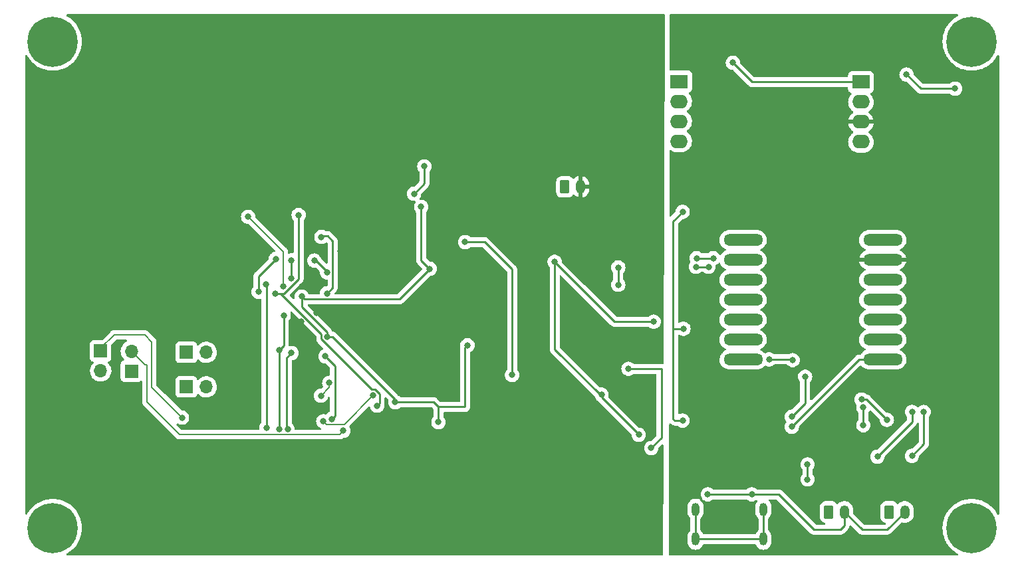
<source format=gbr>
%TF.GenerationSoftware,KiCad,Pcbnew,(6.0.4-0)*%
%TF.CreationDate,2022-09-14T13:57:10-06:00*%
%TF.ProjectId,sq_lockin_v8,73715f6c-6f63-46b6-996e-5f76382e6b69,rev?*%
%TF.SameCoordinates,Original*%
%TF.FileFunction,Copper,L2,Bot*%
%TF.FilePolarity,Positive*%
%FSLAX46Y46*%
G04 Gerber Fmt 4.6, Leading zero omitted, Abs format (unit mm)*
G04 Created by KiCad (PCBNEW (6.0.4-0)) date 2022-09-14 13:57:10*
%MOMM*%
%LPD*%
G01*
G04 APERTURE LIST*
G04 Aperture macros list*
%AMRoundRect*
0 Rectangle with rounded corners*
0 $1 Rounding radius*
0 $2 $3 $4 $5 $6 $7 $8 $9 X,Y pos of 4 corners*
0 Add a 4 corners polygon primitive as box body*
4,1,4,$2,$3,$4,$5,$6,$7,$8,$9,$2,$3,0*
0 Add four circle primitives for the rounded corners*
1,1,$1+$1,$2,$3*
1,1,$1+$1,$4,$5*
1,1,$1+$1,$6,$7*
1,1,$1+$1,$8,$9*
0 Add four rect primitives between the rounded corners*
20,1,$1+$1,$2,$3,$4,$5,0*
20,1,$1+$1,$4,$5,$6,$7,0*
20,1,$1+$1,$6,$7,$8,$9,0*
20,1,$1+$1,$8,$9,$2,$3,0*%
G04 Aperture macros list end*
%TA.AperFunction,ComponentPad*%
%ADD10O,1.000000X1.700000*%
%TD*%
%TA.AperFunction,ComponentPad*%
%ADD11RoundRect,0.250000X-0.350000X-0.625000X0.350000X-0.625000X0.350000X0.625000X-0.350000X0.625000X0*%
%TD*%
%TA.AperFunction,ComponentPad*%
%ADD12O,1.200000X1.750000*%
%TD*%
%TA.AperFunction,ComponentPad*%
%ADD13R,1.700000X1.700000*%
%TD*%
%TA.AperFunction,ComponentPad*%
%ADD14O,1.700000X1.700000*%
%TD*%
%TA.AperFunction,ComponentPad*%
%ADD15R,2.250000X1.750000*%
%TD*%
%TA.AperFunction,ComponentPad*%
%ADD16O,2.250000X1.750000*%
%TD*%
%TA.AperFunction,ComponentPad*%
%ADD17C,6.400000*%
%TD*%
%TA.AperFunction,ComponentPad*%
%ADD18O,5.000000X1.500000*%
%TD*%
%TA.AperFunction,ViaPad*%
%ADD19C,0.800000*%
%TD*%
%TA.AperFunction,Conductor*%
%ADD20C,0.250000*%
%TD*%
%TA.AperFunction,Conductor*%
%ADD21C,0.200000*%
%TD*%
G04 APERTURE END LIST*
D10*
%TO.P,J9,0,SHIELD*%
%TO.N,unconnected-(J9-Pad0)*%
X195835000Y-117405000D03*
X204475000Y-117405000D03*
X204475000Y-113605000D03*
X195835000Y-113605000D03*
%TD*%
D11*
%TO.P,J11,1,+*%
%TO.N,Net-(D6-Pad1)*%
X212800000Y-113950000D03*
D12*
%TO.P,J11,2,-*%
%TO.N,GNDPWR*%
X214800000Y-113950000D03*
%TD*%
D11*
%TO.P,J10,1,+*%
%TO.N,Net-(D6-Pad1)*%
X220500000Y-113950000D03*
D12*
%TO.P,J10,2,-*%
%TO.N,GNDPWR*%
X222500000Y-113950000D03*
%TD*%
D13*
%TO.P,J4,1,Pin_1*%
%TO.N,Net-(J4-Pad1)*%
X131000000Y-93600000D03*
D14*
%TO.P,J4,2,Pin_2*%
%TO.N,/I-*%
X133540000Y-93600000D03*
%TD*%
D11*
%TO.P,J5,1,+*%
%TO.N,Net-(D2-Pad2)*%
X179200000Y-72500000D03*
D12*
%TO.P,J5,2,-*%
%TO.N,GND*%
X181200000Y-72500000D03*
%TD*%
D13*
%TO.P,J6,1,Pin_1*%
%TO.N,Net-(J6-Pad1)*%
X131000000Y-98000000D03*
D14*
%TO.P,J6,2,Pin_2*%
%TO.N,/I-*%
X133540000Y-98000000D03*
%TD*%
D13*
%TO.P,J2,1,Pin_1*%
%TO.N,/V-*%
X120100000Y-93425000D03*
D14*
%TO.P,J2,2,Pin_2*%
%TO.N,/I-*%
X120100000Y-95965000D03*
%TD*%
D13*
%TO.P,J3,1,Pin_1*%
%TO.N,/I+*%
X124000000Y-96000000D03*
D14*
%TO.P,J3,2,Pin_2*%
%TO.N,/V+*%
X124000000Y-93460000D03*
%TD*%
D15*
%TO.P,PS2,1,-Vin*%
%TO.N,GNDPWR*%
X216900000Y-59160000D03*
D16*
%TO.P,PS2,2,+Vin*%
%TO.N,Net-(L2-Pad1)*%
X216900000Y-61700000D03*
%TO.P,PS2,3,0V*%
%TO.N,GNDD*%
X216900000Y-64240000D03*
%TO.P,PS2,4,+Vout*%
%TO.N,/power/digital*%
X216900000Y-66780000D03*
%TD*%
D17*
%TO.P,H2,1*%
%TO.N,N/C*%
X114000000Y-54000000D03*
%TD*%
D18*
%TO.P,U5,1,P26*%
%TO.N,Net-(U4-Pad2)*%
X201910000Y-79280000D03*
%TO.P,U5,2,P27*%
%TO.N,Net-(U4-Pad3)*%
X201910000Y-81820000D03*
%TO.P,U5,3,P28*%
%TO.N,Net-(U4-Pad4)*%
X201910000Y-84360000D03*
%TO.P,U5,4,P29*%
%TO.N,Net-(U4-Pad5)*%
X201910000Y-86900000D03*
%TO.P,U5,5,P6*%
%TO.N,/P6*%
X201910000Y-89440000D03*
%TO.P,U5,6,P7*%
%TO.N,/P7*%
X201910000Y-91980000D03*
%TO.P,U5,7,P0*%
%TO.N,/tx*%
X201910000Y-94520000D03*
%TO.P,U5,8,P1*%
%TO.N,/rx*%
X219690000Y-94520000D03*
%TO.P,U5,9,P2*%
%TO.N,Net-(U5-Pad9)*%
X219690000Y-91980000D03*
%TO.P,U5,10,P4*%
%TO.N,unconnected-(U5-Pad10)*%
X219690000Y-89440000D03*
%TO.P,U5,11,P3*%
%TO.N,unconnected-(U5-Pad11)*%
X219690000Y-86900000D03*
%TO.P,U5,12,3V3*%
%TO.N,/MC3.3*%
X219690000Y-84360000D03*
%TO.P,U5,13,GND*%
%TO.N,GNDD*%
X219690000Y-81820000D03*
%TO.P,U5,14,5V*%
%TO.N,+5VD*%
X219690000Y-79280000D03*
%TD*%
D15*
%TO.P,PS1,1,-Vin*%
%TO.N,GNDPWR*%
X193757500Y-59092500D03*
D16*
%TO.P,PS1,2,+Vin*%
%TO.N,Net-(L1-Pad1)*%
X193757500Y-61632500D03*
%TO.P,PS1,3,0V*%
%TO.N,GND*%
X193757500Y-64172500D03*
%TO.P,PS1,4,+Vout*%
%TO.N,Net-(C30-Pad1)*%
X193757500Y-66712500D03*
%TD*%
D17*
%TO.P,H4,1*%
%TO.N,N/C*%
X114000000Y-116000000D03*
%TD*%
%TO.P,H1,1*%
%TO.N,N/C*%
X231000000Y-116000000D03*
%TD*%
%TO.P,H3,1*%
%TO.N,N/C*%
X231000000Y-54000000D03*
%TD*%
D19*
%TO.N,GNDPWR*%
X203000000Y-111700000D03*
X197400000Y-111700000D03*
%TO.N,Net-(C27-Pad1)*%
X224900000Y-101200000D03*
X223400000Y-106800000D03*
%TO.N,/power/power_in*%
X219000000Y-106900000D03*
X223400000Y-101200000D03*
%TO.N,Net-(C26-Pad1)*%
X210100000Y-109800000D03*
X210100000Y-107900000D03*
%TO.N,GND*%
X187100000Y-78900000D03*
X164900000Y-99200000D03*
X150600000Y-80700000D03*
X146400000Y-99000000D03*
X153300000Y-77800000D03*
X138800000Y-85975500D03*
X187100000Y-91900000D03*
X145600000Y-89700000D03*
X147600000Y-88600000D03*
X162100000Y-81160000D03*
X145700000Y-85200000D03*
X183700000Y-94600000D03*
%TO.N,Net-(C2-Pad1)*%
X160000000Y-73400000D03*
X161300000Y-69900000D03*
%TO.N,/vref*%
X166500000Y-79560000D03*
X172475000Y-96490000D03*
X145300000Y-76100000D03*
X142300000Y-86100000D03*
X155300000Y-100400000D03*
%TO.N,+3V3*%
X177900000Y-82060000D03*
X183875000Y-98990000D03*
X140200000Y-85900000D03*
X157600000Y-99960000D03*
X188600000Y-104100000D03*
X162000000Y-82960000D03*
X145700000Y-86500000D03*
X163100000Y-102500000D03*
X190500000Y-89700000D03*
X148905378Y-91605378D03*
X144400000Y-81875500D03*
X144382604Y-84142300D03*
X166800000Y-92700000D03*
X160900000Y-75075500D03*
X142400000Y-81700000D03*
%TO.N,/Sheet624B5D4E/ctrl+*%
X144400000Y-93700000D03*
X148200000Y-78900000D03*
X148900000Y-86100000D03*
X143900000Y-103400000D03*
%TO.N,/Sheet624B5D4E/in+*%
X148900011Y-83400000D03*
X147300000Y-81900000D03*
%TO.N,/sheet624D2E58/ctrl+*%
X149500000Y-102100000D03*
X148712299Y-94112299D03*
%TO.N,/sheet6256EE2A/out+*%
X143312452Y-85212452D03*
X138875000Y-76325000D03*
%TO.N,/sheet6256EE2A/ctrl+*%
X142800000Y-103400000D03*
X142800000Y-93300000D03*
X143400000Y-88900000D03*
%TO.N,/V-*%
X130447018Y-101922420D03*
X149200000Y-97500000D03*
X148155378Y-99144622D03*
%TO.N,/V+*%
X151000000Y-103600000D03*
%TO.N,/Sheet6275CBF8/in+*%
X148440261Y-102398005D03*
X154800000Y-99100000D03*
%TO.N,GNDD*%
X197600000Y-89600000D03*
%TO.N,/MC3.3*%
X194300000Y-90600000D03*
X194200000Y-102300000D03*
X194200000Y-75700000D03*
%TO.N,Net-(U1-Pad6)*%
X141200000Y-103200000D03*
X141150008Y-84950008D03*
X187300000Y-95700000D03*
X190200000Y-105800000D03*
%TO.N,GNDPWR*%
X216983177Y-99624299D03*
X222700000Y-58200000D03*
X220200000Y-102200000D03*
X228900000Y-60000000D03*
X200600000Y-56700000D03*
%TO.N,Net-(J8-Pad4)*%
X217200000Y-100600000D03*
X217200000Y-102900000D03*
%TO.N,/tx*%
X205200000Y-94500000D03*
X209800000Y-96700000D03*
X208200000Y-94600000D03*
X208100000Y-101800000D03*
%TO.N,/rx*%
X208100000Y-103100000D03*
%TO.N,/Dout_V*%
X186000000Y-82800000D03*
X186000000Y-85000000D03*
%TO.N,/P7*%
X197500000Y-82700000D03*
X195900000Y-82700000D03*
%TO.N,/P6*%
X195975500Y-81600000D03*
X198100000Y-81600000D03*
%TD*%
D20*
%TO.N,unconnected-(J9-Pad0)*%
X204475000Y-117405000D02*
X204475000Y-113605000D01*
X195835000Y-117405000D02*
X204475000Y-117405000D01*
X195835000Y-113605000D02*
X195835000Y-117405000D01*
%TO.N,GNDPWR*%
X203000000Y-111700000D02*
X206400000Y-111700000D01*
X210900000Y-116200000D02*
X214300000Y-116200000D01*
X206400000Y-111700000D02*
X210900000Y-116200000D01*
X214300000Y-116200000D02*
X214800000Y-115700000D01*
X214800000Y-115700000D02*
X214800000Y-113950000D01*
X197400000Y-111700000D02*
X203000000Y-111700000D01*
X214800000Y-113950000D02*
X217050000Y-116200000D01*
X217050000Y-116200000D02*
X220250000Y-116200000D01*
X220250000Y-116200000D02*
X222500000Y-113950000D01*
%TO.N,Net-(C27-Pad1)*%
X224900000Y-105300000D02*
X224900000Y-101200000D01*
X223400000Y-106800000D02*
X224900000Y-105300000D01*
%TO.N,/power/power_in*%
X223400000Y-102500000D02*
X219000000Y-106900000D01*
X223400000Y-101200000D02*
X223400000Y-102500000D01*
%TO.N,Net-(C26-Pad1)*%
X210100000Y-109800000D02*
X210100000Y-107900000D01*
%TO.N,GND*%
X150600000Y-80500000D02*
X153300000Y-77800000D01*
X150600000Y-80700000D02*
X150600000Y-80500000D01*
%TO.N,Net-(C2-Pad1)*%
X161300000Y-72100000D02*
X160000000Y-73400000D01*
X161300000Y-69900000D02*
X161300000Y-72100000D01*
%TO.N,/vref*%
X166500000Y-79560000D02*
X169000000Y-79560000D01*
X142300000Y-86100000D02*
X143024614Y-86100000D01*
X148180867Y-91905481D02*
X154575386Y-98300000D01*
X155024614Y-98300000D02*
X155600000Y-98875386D01*
X155600000Y-100100000D02*
X155300000Y-100400000D01*
X155600000Y-98875386D02*
X155600000Y-100100000D01*
X145300000Y-84249502D02*
X145300000Y-76100000D01*
X169000000Y-79560000D02*
X172475000Y-83035000D01*
X142300000Y-86100000D02*
X143449502Y-86100000D01*
X143024614Y-86100000D02*
X148180867Y-91256253D01*
X143449502Y-86100000D02*
X145300000Y-84249502D01*
X172475000Y-83035000D02*
X172475000Y-96490000D01*
X154575386Y-98300000D02*
X155024614Y-98300000D01*
X148180867Y-91256253D02*
X148180867Y-91905481D01*
%TO.N,+3V3*%
X144400000Y-84124904D02*
X144382604Y-84142300D01*
X162500000Y-99960000D02*
X163100000Y-100560000D01*
X144400000Y-81875500D02*
X144400000Y-84124904D01*
X158175489Y-86824511D02*
X146024511Y-86824511D01*
X146024511Y-86824511D02*
X145700000Y-86500000D01*
X177900000Y-93200000D02*
X183690000Y-98990000D01*
X145700000Y-87800000D02*
X148905378Y-91005378D01*
X160900000Y-81860000D02*
X162000000Y-82960000D01*
X149580764Y-91605378D02*
X148905378Y-91605378D01*
X163100000Y-100560000D02*
X163100000Y-102500000D01*
X157600000Y-99960000D02*
X157600000Y-99624614D01*
X157600000Y-99624614D02*
X149580764Y-91605378D01*
X185540000Y-89700000D02*
X177900000Y-82060000D01*
X188600000Y-104100000D02*
X183875000Y-99375000D01*
X162000000Y-83000000D02*
X158175489Y-86824511D01*
X166500000Y-100560000D02*
X166500000Y-93000000D01*
X162000000Y-82960000D02*
X162000000Y-83000000D01*
X190500000Y-89700000D02*
X185540000Y-89700000D01*
X166500000Y-100560000D02*
X163100000Y-100560000D01*
X142400000Y-81700000D02*
X140200000Y-83900000D01*
X140200000Y-83900000D02*
X140200000Y-85900000D01*
X145700000Y-86500000D02*
X145700000Y-87800000D01*
X177900000Y-82060000D02*
X177900000Y-93200000D01*
X157600000Y-99960000D02*
X162500000Y-99960000D01*
X148905378Y-91005378D02*
X148905378Y-91605378D01*
X183690000Y-98990000D02*
X183875000Y-98990000D01*
X160900000Y-75075500D02*
X160900000Y-81860000D01*
X166500000Y-93000000D02*
X166800000Y-92700000D01*
X183875000Y-99375000D02*
X183875000Y-98990000D01*
%TO.N,/Sheet624B5D4E/ctrl+*%
X148300000Y-78800000D02*
X148200000Y-78900000D01*
X143775489Y-94324511D02*
X144400000Y-93700000D01*
X149624511Y-85375489D02*
X149624511Y-79424511D01*
X143900000Y-103400000D02*
X143775489Y-103275489D01*
X149000000Y-78800000D02*
X148300000Y-78800000D01*
X148900000Y-86100000D02*
X149624511Y-85375489D01*
X143775489Y-103275489D02*
X143775489Y-94324511D01*
X149624511Y-79424511D02*
X149000000Y-78800000D01*
%TO.N,/Sheet624B5D4E/in+*%
X147500000Y-81900000D02*
X148900000Y-83300000D01*
X147300000Y-81900000D02*
X147500000Y-81900000D01*
%TO.N,/sheet624D2E58/ctrl+*%
X149924511Y-95324511D02*
X148712299Y-94112299D01*
X149924511Y-101675489D02*
X149924511Y-95324511D01*
X149500000Y-102100000D02*
X149924511Y-101675489D01*
D21*
%TO.N,/sheet6256EE2A/out+*%
X143312452Y-85212452D02*
X143312452Y-80762452D01*
X143312452Y-80762452D02*
X138875000Y-76325000D01*
D20*
%TO.N,/sheet6256EE2A/ctrl+*%
X143400000Y-92700000D02*
X142800000Y-93300000D01*
X143400000Y-88900000D02*
X143400000Y-92700000D01*
X142800000Y-103400000D02*
X142800000Y-93300000D01*
D21*
%TO.N,/V-*%
X126600000Y-98075402D02*
X130447018Y-101922420D01*
X125700000Y-91400000D02*
X126600000Y-92300000D01*
X149200000Y-97500000D02*
X149200000Y-98100000D01*
X121800000Y-91400000D02*
X125700000Y-91400000D01*
X120100000Y-93100000D02*
X121800000Y-91400000D01*
X149200000Y-98100000D02*
X148155378Y-99144622D01*
X126600000Y-92300000D02*
X126600000Y-98075402D01*
%TO.N,/V+*%
X126000000Y-99949511D02*
X126000000Y-95200000D01*
X150500489Y-104099511D02*
X130150000Y-104099511D01*
X125740000Y-95200000D02*
X124000000Y-93460000D01*
X126000000Y-95200000D02*
X125740000Y-95200000D01*
X130150000Y-104099511D02*
X126000000Y-99949511D01*
X151000000Y-103600000D02*
X150500489Y-104099511D01*
%TO.N,/Sheet6275CBF8/in+*%
X154800000Y-99100000D02*
X151100489Y-102799511D01*
X148841767Y-102799511D02*
X148440261Y-102398005D01*
X148841767Y-102799511D02*
X151100489Y-102799511D01*
D20*
%TO.N,/MC3.3*%
X193000000Y-90600000D02*
X193000000Y-102100000D01*
X193200000Y-102300000D02*
X194200000Y-102300000D01*
X193000000Y-102100000D02*
X193200000Y-102300000D01*
X193000000Y-76900000D02*
X193000000Y-90600000D01*
X193000000Y-90600000D02*
X194300000Y-90600000D01*
X194200000Y-75700000D02*
X193000000Y-76900000D01*
%TO.N,Net-(U1-Pad6)*%
X187300000Y-95700000D02*
X191500000Y-95700000D01*
X191500000Y-104500000D02*
X191500000Y-95700000D01*
X141200000Y-85000000D02*
X141200000Y-103200000D01*
X141150008Y-84950008D02*
X141200000Y-85000000D01*
X191500000Y-104500000D02*
X190200000Y-105800000D01*
%TO.N,GNDPWR*%
X224500000Y-60000000D02*
X222700000Y-58200000D01*
X200600000Y-56700000D02*
X203060000Y-59160000D01*
X216983177Y-99624299D02*
X217624299Y-99624299D01*
X228900000Y-60000000D02*
X224500000Y-60000000D01*
X203060000Y-59160000D02*
X216900000Y-59160000D01*
X217624299Y-99624299D02*
X220200000Y-102200000D01*
%TO.N,Net-(J8-Pad4)*%
X217200000Y-100600000D02*
X217200000Y-102900000D01*
%TO.N,/tx*%
X209800000Y-100100000D02*
X209800000Y-96700000D01*
X205200000Y-94500000D02*
X208100000Y-94500000D01*
X208100000Y-101800000D02*
X209800000Y-100100000D01*
X208100000Y-94500000D02*
X208200000Y-94600000D01*
%TO.N,/rx*%
X208100000Y-103100000D02*
X216680000Y-94520000D01*
X216680000Y-94520000D02*
X218420000Y-94520000D01*
%TO.N,/Dout_V*%
X186000000Y-82800000D02*
X186000000Y-85000000D01*
%TO.N,/P7*%
X195900000Y-82700000D02*
X197500000Y-82700000D01*
%TO.N,/P6*%
X198100000Y-81600000D02*
X195975500Y-81600000D01*
%TD*%
%TA.AperFunction,Conductor*%
%TO.N,GNDD*%
G36*
X229227076Y-50528502D02*
G01*
X229273569Y-50582158D01*
X229283673Y-50652432D01*
X229254179Y-50717012D01*
X229216158Y-50746767D01*
X229146147Y-50782439D01*
X229146140Y-50782443D01*
X229143206Y-50783938D01*
X228817207Y-50995643D01*
X228515124Y-51240266D01*
X228240266Y-51515124D01*
X227995643Y-51817207D01*
X227783938Y-52143206D01*
X227782443Y-52146140D01*
X227782439Y-52146147D01*
X227712366Y-52283673D01*
X227607468Y-52489547D01*
X227468167Y-52852438D01*
X227367562Y-53227901D01*
X227306754Y-53611824D01*
X227286411Y-54000000D01*
X227306754Y-54388176D01*
X227367562Y-54772099D01*
X227468167Y-55147562D01*
X227607468Y-55510453D01*
X227608966Y-55513393D01*
X227720468Y-55732227D01*
X227783938Y-55856794D01*
X227995643Y-56182793D01*
X228240266Y-56484876D01*
X228515124Y-56759734D01*
X228817207Y-57004357D01*
X228819970Y-57006152D01*
X228819971Y-57006152D01*
X228911007Y-57065271D01*
X229143205Y-57216062D01*
X229146139Y-57217557D01*
X229146146Y-57217561D01*
X229462726Y-57378866D01*
X229489547Y-57392532D01*
X229710547Y-57477366D01*
X229837360Y-57526045D01*
X229852438Y-57531833D01*
X230227901Y-57632438D01*
X230421214Y-57663056D01*
X230608576Y-57692732D01*
X230608584Y-57692733D01*
X230611824Y-57693246D01*
X231000000Y-57713589D01*
X231388176Y-57693246D01*
X231391416Y-57692733D01*
X231391424Y-57692732D01*
X231578786Y-57663056D01*
X231772099Y-57632438D01*
X232147562Y-57531833D01*
X232162641Y-57526045D01*
X232289453Y-57477366D01*
X232510453Y-57392532D01*
X232537274Y-57378866D01*
X232853854Y-57217561D01*
X232853861Y-57217557D01*
X232856795Y-57216062D01*
X233088994Y-57065271D01*
X233180029Y-57006152D01*
X233180030Y-57006152D01*
X233182793Y-57004357D01*
X233484876Y-56759734D01*
X233759734Y-56484876D01*
X234004357Y-56182793D01*
X234216062Y-55856794D01*
X234253233Y-55783842D01*
X234301981Y-55732227D01*
X234370896Y-55715161D01*
X234438098Y-55738062D01*
X234482250Y-55793659D01*
X234491500Y-55841045D01*
X234491500Y-114158955D01*
X234471498Y-114227076D01*
X234417842Y-114273569D01*
X234347568Y-114283673D01*
X234282988Y-114254179D01*
X234253233Y-114216158D01*
X234217561Y-114146147D01*
X234217557Y-114146140D01*
X234216062Y-114143206D01*
X234128421Y-114008249D01*
X234006152Y-113819971D01*
X234006152Y-113819970D01*
X234004357Y-113817207D01*
X233759734Y-113515124D01*
X233484876Y-113240266D01*
X233445418Y-113208313D01*
X233285422Y-113078751D01*
X233182793Y-112995643D01*
X233040358Y-112903145D01*
X232859564Y-112785736D01*
X232859561Y-112785734D01*
X232856795Y-112783938D01*
X232853861Y-112782443D01*
X232853854Y-112782439D01*
X232513393Y-112608966D01*
X232510453Y-112607468D01*
X232214346Y-112493803D01*
X232150652Y-112469353D01*
X232150650Y-112469352D01*
X232147562Y-112468167D01*
X231772099Y-112367562D01*
X231557042Y-112333500D01*
X231391424Y-112307268D01*
X231391416Y-112307267D01*
X231388176Y-112306754D01*
X231000000Y-112286411D01*
X230611824Y-112306754D01*
X230608584Y-112307267D01*
X230608576Y-112307268D01*
X230442958Y-112333500D01*
X230227901Y-112367562D01*
X229852438Y-112468167D01*
X229849350Y-112469352D01*
X229849348Y-112469353D01*
X229785654Y-112493803D01*
X229489547Y-112607468D01*
X229486607Y-112608966D01*
X229146147Y-112782439D01*
X229146140Y-112782443D01*
X229143206Y-112783938D01*
X229140440Y-112785734D01*
X229140437Y-112785736D01*
X229030889Y-112856877D01*
X228817207Y-112995643D01*
X228714578Y-113078751D01*
X228554583Y-113208313D01*
X228515124Y-113240266D01*
X228240266Y-113515124D01*
X227995643Y-113817207D01*
X227993848Y-113819970D01*
X227993848Y-113819971D01*
X227871580Y-114008249D01*
X227783938Y-114143206D01*
X227782443Y-114146140D01*
X227782439Y-114146147D01*
X227680299Y-114346608D01*
X227607468Y-114489547D01*
X227606284Y-114492632D01*
X227510373Y-114742489D01*
X227468167Y-114852438D01*
X227367562Y-115227901D01*
X227336610Y-115423322D01*
X227313933Y-115566500D01*
X227306754Y-115611824D01*
X227286411Y-116000000D01*
X227306754Y-116388176D01*
X227367562Y-116772099D01*
X227468167Y-117147562D01*
X227607468Y-117510453D01*
X227608966Y-117513393D01*
X227760999Y-117811773D01*
X227783938Y-117856794D01*
X227785734Y-117859560D01*
X227785736Y-117859563D01*
X227902539Y-118039425D01*
X227995643Y-118182793D01*
X227997718Y-118185355D01*
X228235534Y-118479032D01*
X228240266Y-118484876D01*
X228515124Y-118759734D01*
X228517682Y-118761806D01*
X228517686Y-118761809D01*
X228525770Y-118768355D01*
X228817207Y-119004357D01*
X229143205Y-119216062D01*
X229146139Y-119217557D01*
X229146146Y-119217561D01*
X229216157Y-119253233D01*
X229267772Y-119301981D01*
X229284838Y-119370896D01*
X229261937Y-119438098D01*
X229206340Y-119482250D01*
X229158954Y-119491500D01*
X192605538Y-119491500D01*
X192537417Y-119471498D01*
X192490924Y-119417842D01*
X192479538Y-119365444D01*
X192480229Y-117815273D01*
X192480234Y-117804769D01*
X194826500Y-117804769D01*
X194826800Y-117807825D01*
X194826800Y-117807832D01*
X194827530Y-117815273D01*
X194840920Y-117951833D01*
X194898084Y-118141169D01*
X194990934Y-118315796D01*
X195061291Y-118402062D01*
X195112040Y-118464287D01*
X195112043Y-118464290D01*
X195115935Y-118469062D01*
X195120682Y-118472989D01*
X195120684Y-118472991D01*
X195263575Y-118591201D01*
X195263579Y-118591203D01*
X195268325Y-118595130D01*
X195442299Y-118689198D01*
X195631232Y-118747682D01*
X195637357Y-118748326D01*
X195637358Y-118748326D01*
X195821796Y-118767711D01*
X195821798Y-118767711D01*
X195827925Y-118768355D01*
X195922654Y-118759734D01*
X196018749Y-118750989D01*
X196018752Y-118750988D01*
X196024888Y-118750430D01*
X196030794Y-118748692D01*
X196030798Y-118748691D01*
X196135924Y-118717751D01*
X196214619Y-118694590D01*
X196220077Y-118691737D01*
X196220081Y-118691735D01*
X196310853Y-118644280D01*
X196389890Y-118602960D01*
X196544025Y-118479032D01*
X196671154Y-118327526D01*
X196674121Y-118322128D01*
X196674125Y-118322123D01*
X196763466Y-118159610D01*
X196763467Y-118159608D01*
X196766433Y-118154213D01*
X196775255Y-118126402D01*
X196814918Y-118067518D01*
X196880120Y-118039425D01*
X196895357Y-118038500D01*
X203413511Y-118038500D01*
X203481632Y-118058502D01*
X203528125Y-118112158D01*
X203534131Y-118128075D01*
X203538084Y-118141169D01*
X203630934Y-118315796D01*
X203701291Y-118402062D01*
X203752040Y-118464287D01*
X203752043Y-118464290D01*
X203755935Y-118469062D01*
X203760682Y-118472989D01*
X203760684Y-118472991D01*
X203903575Y-118591201D01*
X203903579Y-118591203D01*
X203908325Y-118595130D01*
X204082299Y-118689198D01*
X204271232Y-118747682D01*
X204277357Y-118748326D01*
X204277358Y-118748326D01*
X204461796Y-118767711D01*
X204461798Y-118767711D01*
X204467925Y-118768355D01*
X204562654Y-118759734D01*
X204658749Y-118750989D01*
X204658752Y-118750988D01*
X204664888Y-118750430D01*
X204670794Y-118748692D01*
X204670798Y-118748691D01*
X204775924Y-118717751D01*
X204854619Y-118694590D01*
X204860077Y-118691737D01*
X204860081Y-118691735D01*
X204950853Y-118644280D01*
X205029890Y-118602960D01*
X205184025Y-118479032D01*
X205311154Y-118327526D01*
X205314121Y-118322128D01*
X205314125Y-118322123D01*
X205403467Y-118159608D01*
X205406433Y-118154213D01*
X205408846Y-118146608D01*
X205464373Y-117971564D01*
X205464373Y-117971563D01*
X205466235Y-117965694D01*
X205483500Y-117811773D01*
X205483500Y-117005231D01*
X205482814Y-116998227D01*
X205469681Y-116864301D01*
X205469080Y-116858167D01*
X205462833Y-116837474D01*
X205434839Y-116744757D01*
X205411916Y-116668831D01*
X205319066Y-116494204D01*
X205248709Y-116407938D01*
X205197960Y-116345713D01*
X205197957Y-116345710D01*
X205194065Y-116340938D01*
X205187724Y-116335692D01*
X205154184Y-116307945D01*
X205114446Y-116249111D01*
X205108500Y-116210861D01*
X205108500Y-114800124D01*
X205128502Y-114732003D01*
X205155544Y-114701931D01*
X205184025Y-114679032D01*
X205311154Y-114527526D01*
X205314121Y-114522128D01*
X205314125Y-114522123D01*
X205403467Y-114359608D01*
X205406433Y-114354213D01*
X205408846Y-114346608D01*
X205464373Y-114171564D01*
X205464373Y-114171563D01*
X205466235Y-114165694D01*
X205483500Y-114011773D01*
X205483500Y-113205231D01*
X205482814Y-113198227D01*
X205471098Y-113078751D01*
X205469080Y-113058167D01*
X205411916Y-112868831D01*
X205319066Y-112694204D01*
X205194065Y-112540938D01*
X205195781Y-112539539D01*
X205166709Y-112485872D01*
X205172010Y-112415073D01*
X205214746Y-112358380D01*
X205281349Y-112333792D01*
X205289918Y-112333500D01*
X206085406Y-112333500D01*
X206153527Y-112353502D01*
X206174501Y-112370405D01*
X210396348Y-116592253D01*
X210403888Y-116600539D01*
X210408000Y-116607018D01*
X210413777Y-116612443D01*
X210457651Y-116653643D01*
X210460493Y-116656398D01*
X210480230Y-116676135D01*
X210483427Y-116678615D01*
X210492447Y-116686318D01*
X210524679Y-116716586D01*
X210531625Y-116720405D01*
X210531628Y-116720407D01*
X210542434Y-116726348D01*
X210558953Y-116737199D01*
X210574959Y-116749614D01*
X210582228Y-116752759D01*
X210582232Y-116752762D01*
X210615537Y-116767174D01*
X210626187Y-116772391D01*
X210664940Y-116793695D01*
X210672615Y-116795666D01*
X210672616Y-116795666D01*
X210684562Y-116798733D01*
X210703267Y-116805137D01*
X210721855Y-116813181D01*
X210729678Y-116814420D01*
X210729688Y-116814423D01*
X210765524Y-116820099D01*
X210777144Y-116822505D01*
X210808959Y-116830673D01*
X210819970Y-116833500D01*
X210840224Y-116833500D01*
X210859934Y-116835051D01*
X210879943Y-116838220D01*
X210887835Y-116837474D01*
X210906580Y-116835702D01*
X210923962Y-116834059D01*
X210935819Y-116833500D01*
X214221233Y-116833500D01*
X214232416Y-116834027D01*
X214239909Y-116835702D01*
X214247835Y-116835453D01*
X214247836Y-116835453D01*
X214307986Y-116833562D01*
X214311945Y-116833500D01*
X214339856Y-116833500D01*
X214343791Y-116833003D01*
X214343856Y-116832995D01*
X214355693Y-116832062D01*
X214387951Y-116831048D01*
X214391970Y-116830922D01*
X214399889Y-116830673D01*
X214419343Y-116825021D01*
X214438700Y-116821013D01*
X214450930Y-116819468D01*
X214450931Y-116819468D01*
X214458797Y-116818474D01*
X214466168Y-116815555D01*
X214466170Y-116815555D01*
X214499912Y-116802196D01*
X214511142Y-116798351D01*
X214545983Y-116788229D01*
X214545984Y-116788229D01*
X214553593Y-116786018D01*
X214560412Y-116781985D01*
X214560417Y-116781983D01*
X214571028Y-116775707D01*
X214588776Y-116767012D01*
X214607617Y-116759552D01*
X214643387Y-116733564D01*
X214653307Y-116727048D01*
X214684535Y-116708580D01*
X214684538Y-116708578D01*
X214691362Y-116704542D01*
X214705683Y-116690221D01*
X214720717Y-116677380D01*
X214730693Y-116670132D01*
X214730694Y-116670131D01*
X214737107Y-116665472D01*
X214765288Y-116631407D01*
X214773278Y-116622626D01*
X215192258Y-116203647D01*
X215200537Y-116196113D01*
X215207018Y-116192000D01*
X215253644Y-116142348D01*
X215256398Y-116139507D01*
X215276135Y-116119770D01*
X215278615Y-116116573D01*
X215286320Y-116107551D01*
X215311159Y-116081100D01*
X215316586Y-116075321D01*
X215320405Y-116068375D01*
X215320407Y-116068372D01*
X215326348Y-116057566D01*
X215337199Y-116041047D01*
X215344758Y-116031301D01*
X215349614Y-116025041D01*
X215352759Y-116017772D01*
X215352762Y-116017768D01*
X215367174Y-115984463D01*
X215372391Y-115973813D01*
X215393695Y-115935060D01*
X215398733Y-115915437D01*
X215405137Y-115896734D01*
X215410033Y-115885420D01*
X215410033Y-115885419D01*
X215413181Y-115878145D01*
X215414420Y-115870322D01*
X215414423Y-115870312D01*
X215420099Y-115834476D01*
X215422505Y-115822856D01*
X215431528Y-115787711D01*
X215431528Y-115787710D01*
X215433500Y-115780030D01*
X215433500Y-115772100D01*
X215434093Y-115767405D01*
X215462474Y-115702328D01*
X215521532Y-115662925D01*
X215592519Y-115661707D01*
X215648195Y-115694099D01*
X216546343Y-116592247D01*
X216553887Y-116600537D01*
X216558000Y-116607018D01*
X216563777Y-116612443D01*
X216607667Y-116653658D01*
X216610494Y-116656398D01*
X216630231Y-116676135D01*
X216633355Y-116678558D01*
X216633359Y-116678562D01*
X216633424Y-116678612D01*
X216642445Y-116686317D01*
X216674679Y-116716586D01*
X216681627Y-116720405D01*
X216681629Y-116720407D01*
X216692432Y-116726346D01*
X216708959Y-116737202D01*
X216718698Y-116744757D01*
X216718700Y-116744758D01*
X216724960Y-116749614D01*
X216765540Y-116767174D01*
X216776188Y-116772391D01*
X216800976Y-116786018D01*
X216814940Y-116793695D01*
X216822616Y-116795666D01*
X216822619Y-116795667D01*
X216834562Y-116798733D01*
X216853267Y-116805137D01*
X216871855Y-116813181D01*
X216879678Y-116814420D01*
X216879688Y-116814423D01*
X216915524Y-116820099D01*
X216927144Y-116822505D01*
X216958959Y-116830673D01*
X216969970Y-116833500D01*
X216990224Y-116833500D01*
X217009934Y-116835051D01*
X217029943Y-116838220D01*
X217037835Y-116837474D01*
X217056580Y-116835702D01*
X217073962Y-116834059D01*
X217085819Y-116833500D01*
X220171233Y-116833500D01*
X220182416Y-116834027D01*
X220189909Y-116835702D01*
X220197835Y-116835453D01*
X220197836Y-116835453D01*
X220257986Y-116833562D01*
X220261945Y-116833500D01*
X220289856Y-116833500D01*
X220293791Y-116833003D01*
X220293856Y-116832995D01*
X220305693Y-116832062D01*
X220337951Y-116831048D01*
X220341970Y-116830922D01*
X220349889Y-116830673D01*
X220369343Y-116825021D01*
X220388700Y-116821013D01*
X220400930Y-116819468D01*
X220400931Y-116819468D01*
X220408797Y-116818474D01*
X220416168Y-116815555D01*
X220416170Y-116815555D01*
X220449912Y-116802196D01*
X220461142Y-116798351D01*
X220495983Y-116788229D01*
X220495984Y-116788229D01*
X220503593Y-116786018D01*
X220510412Y-116781985D01*
X220510417Y-116781983D01*
X220521028Y-116775707D01*
X220538776Y-116767012D01*
X220557617Y-116759552D01*
X220593387Y-116733564D01*
X220603307Y-116727048D01*
X220634535Y-116708580D01*
X220634538Y-116708578D01*
X220641362Y-116704542D01*
X220655683Y-116690221D01*
X220670717Y-116677380D01*
X220674363Y-116674731D01*
X220687107Y-116665472D01*
X220715298Y-116631395D01*
X220723288Y-116622616D01*
X222034043Y-115311861D01*
X222096355Y-115277835D01*
X222164471Y-115281928D01*
X222230606Y-115304894D01*
X222230608Y-115304895D01*
X222236271Y-115306861D01*
X222242206Y-115307722D01*
X222242208Y-115307722D01*
X222439664Y-115336352D01*
X222439667Y-115336352D01*
X222445604Y-115337213D01*
X222656899Y-115327433D01*
X222845717Y-115281928D01*
X222856701Y-115279281D01*
X222856703Y-115279280D01*
X222862534Y-115277875D01*
X222867992Y-115275393D01*
X222867996Y-115275392D01*
X222983041Y-115223084D01*
X223055087Y-115190326D01*
X223227611Y-115067946D01*
X223373881Y-114915150D01*
X223488620Y-114737452D01*
X223567686Y-114541263D01*
X223608228Y-114333663D01*
X223608500Y-114328101D01*
X223608500Y-113622154D01*
X223593452Y-113464434D01*
X223533908Y-113261466D01*
X223521921Y-113238191D01*
X223439804Y-113078751D01*
X223439802Y-113078748D01*
X223437058Y-113073420D01*
X223306396Y-112907080D01*
X223301865Y-112903148D01*
X223301862Y-112903145D01*
X223151167Y-112772379D01*
X223146637Y-112768448D01*
X223141451Y-112765448D01*
X223141447Y-112765445D01*
X222968742Y-112665533D01*
X222963546Y-112662527D01*
X222763729Y-112593139D01*
X222757794Y-112592278D01*
X222757792Y-112592278D01*
X222560336Y-112563648D01*
X222560333Y-112563648D01*
X222554396Y-112562787D01*
X222343101Y-112572567D01*
X222211923Y-112604181D01*
X222143299Y-112620719D01*
X222143297Y-112620720D01*
X222137466Y-112622125D01*
X222132008Y-112624607D01*
X222132004Y-112624608D01*
X222016959Y-112676916D01*
X221944913Y-112709674D01*
X221772389Y-112832054D01*
X221768247Y-112836381D01*
X221768241Y-112836386D01*
X221681194Y-112927317D01*
X221619639Y-112962694D01*
X221548730Y-112959175D01*
X221490979Y-112917879D01*
X221483032Y-112906491D01*
X221448478Y-112850652D01*
X221323303Y-112725695D01*
X221293289Y-112707194D01*
X221178968Y-112636725D01*
X221178966Y-112636724D01*
X221172738Y-112632885D01*
X221012254Y-112579655D01*
X221011389Y-112579368D01*
X221011387Y-112579368D01*
X221004861Y-112577203D01*
X220998025Y-112576503D01*
X220998022Y-112576502D01*
X220954969Y-112572091D01*
X220900400Y-112566500D01*
X220099600Y-112566500D01*
X220096354Y-112566837D01*
X220096350Y-112566837D01*
X220000692Y-112576762D01*
X220000688Y-112576763D01*
X219993834Y-112577474D01*
X219987298Y-112579655D01*
X219987296Y-112579655D01*
X219907480Y-112606284D01*
X219826054Y-112633450D01*
X219675652Y-112726522D01*
X219550695Y-112851697D01*
X219546855Y-112857927D01*
X219546854Y-112857928D01*
X219509900Y-112917879D01*
X219457885Y-113002262D01*
X219402203Y-113170139D01*
X219391500Y-113274600D01*
X219391500Y-114625400D01*
X219391837Y-114628646D01*
X219391837Y-114628650D01*
X219399454Y-114702055D01*
X219402474Y-114731166D01*
X219404655Y-114737702D01*
X219404655Y-114737704D01*
X219407879Y-114747367D01*
X219458450Y-114898946D01*
X219551522Y-115049348D01*
X219676697Y-115174305D01*
X219682927Y-115178145D01*
X219682928Y-115178146D01*
X219820090Y-115262694D01*
X219827262Y-115267115D01*
X219978652Y-115317328D01*
X220037011Y-115357758D01*
X220064248Y-115423322D01*
X220051715Y-115493204D01*
X220028079Y-115526016D01*
X220024500Y-115529595D01*
X219962188Y-115563621D01*
X219935405Y-115566500D01*
X217364594Y-115566500D01*
X217296473Y-115546498D01*
X217275499Y-115529595D01*
X215945405Y-114199500D01*
X215911379Y-114137188D01*
X215908500Y-114110405D01*
X215908500Y-113622154D01*
X215893452Y-113464434D01*
X215833908Y-113261466D01*
X215821921Y-113238191D01*
X215739804Y-113078751D01*
X215739802Y-113078748D01*
X215737058Y-113073420D01*
X215606396Y-112907080D01*
X215601865Y-112903148D01*
X215601862Y-112903145D01*
X215451167Y-112772379D01*
X215446637Y-112768448D01*
X215441451Y-112765448D01*
X215441447Y-112765445D01*
X215268742Y-112665533D01*
X215263546Y-112662527D01*
X215063729Y-112593139D01*
X215057794Y-112592278D01*
X215057792Y-112592278D01*
X214860336Y-112563648D01*
X214860333Y-112563648D01*
X214854396Y-112562787D01*
X214643101Y-112572567D01*
X214511923Y-112604181D01*
X214443299Y-112620719D01*
X214443297Y-112620720D01*
X214437466Y-112622125D01*
X214432008Y-112624607D01*
X214432004Y-112624608D01*
X214316959Y-112676916D01*
X214244913Y-112709674D01*
X214072389Y-112832054D01*
X214068247Y-112836381D01*
X214068241Y-112836386D01*
X213981194Y-112927317D01*
X213919639Y-112962694D01*
X213848730Y-112959175D01*
X213790979Y-112917879D01*
X213783032Y-112906491D01*
X213748478Y-112850652D01*
X213623303Y-112725695D01*
X213593289Y-112707194D01*
X213478968Y-112636725D01*
X213478966Y-112636724D01*
X213472738Y-112632885D01*
X213312254Y-112579655D01*
X213311389Y-112579368D01*
X213311387Y-112579368D01*
X213304861Y-112577203D01*
X213298025Y-112576503D01*
X213298022Y-112576502D01*
X213254969Y-112572091D01*
X213200400Y-112566500D01*
X212399600Y-112566500D01*
X212396354Y-112566837D01*
X212396350Y-112566837D01*
X212300692Y-112576762D01*
X212300688Y-112576763D01*
X212293834Y-112577474D01*
X212287298Y-112579655D01*
X212287296Y-112579655D01*
X212207480Y-112606284D01*
X212126054Y-112633450D01*
X211975652Y-112726522D01*
X211850695Y-112851697D01*
X211846855Y-112857927D01*
X211846854Y-112857928D01*
X211809900Y-112917879D01*
X211757885Y-113002262D01*
X211702203Y-113170139D01*
X211691500Y-113274600D01*
X211691500Y-114625400D01*
X211691837Y-114628646D01*
X211691837Y-114628650D01*
X211699454Y-114702055D01*
X211702474Y-114731166D01*
X211704655Y-114737702D01*
X211704655Y-114737704D01*
X211707879Y-114747367D01*
X211758450Y-114898946D01*
X211851522Y-115049348D01*
X211976697Y-115174305D01*
X211982927Y-115178145D01*
X211982928Y-115178146D01*
X212120090Y-115262694D01*
X212127262Y-115267115D01*
X212289441Y-115320907D01*
X212347801Y-115361337D01*
X212375038Y-115426902D01*
X212362505Y-115496783D01*
X212314180Y-115548795D01*
X212249774Y-115566500D01*
X211214594Y-115566500D01*
X211146473Y-115546498D01*
X211125499Y-115529595D01*
X206903652Y-111307747D01*
X206896112Y-111299461D01*
X206892000Y-111292982D01*
X206842348Y-111246356D01*
X206839507Y-111243602D01*
X206819770Y-111223865D01*
X206816573Y-111221385D01*
X206807551Y-111213680D01*
X206781100Y-111188841D01*
X206775321Y-111183414D01*
X206768375Y-111179595D01*
X206768372Y-111179593D01*
X206757566Y-111173652D01*
X206741047Y-111162801D01*
X206735048Y-111158148D01*
X206725041Y-111150386D01*
X206717772Y-111147241D01*
X206717768Y-111147238D01*
X206684463Y-111132826D01*
X206673813Y-111127609D01*
X206635060Y-111106305D01*
X206615437Y-111101267D01*
X206596734Y-111094863D01*
X206585420Y-111089967D01*
X206585419Y-111089967D01*
X206578145Y-111086819D01*
X206570322Y-111085580D01*
X206570312Y-111085577D01*
X206534476Y-111079901D01*
X206522856Y-111077495D01*
X206487711Y-111068472D01*
X206487710Y-111068472D01*
X206480030Y-111066500D01*
X206459776Y-111066500D01*
X206440065Y-111064949D01*
X206427886Y-111063020D01*
X206420057Y-111061780D01*
X206412165Y-111062526D01*
X206376039Y-111065941D01*
X206364181Y-111066500D01*
X203708200Y-111066500D01*
X203640079Y-111046498D01*
X203620853Y-111030157D01*
X203620580Y-111030460D01*
X203615668Y-111026037D01*
X203611253Y-111021134D01*
X203456752Y-110908882D01*
X203450724Y-110906198D01*
X203450722Y-110906197D01*
X203288319Y-110833891D01*
X203288318Y-110833891D01*
X203282288Y-110831206D01*
X203188888Y-110811353D01*
X203101944Y-110792872D01*
X203101939Y-110792872D01*
X203095487Y-110791500D01*
X202904513Y-110791500D01*
X202898061Y-110792872D01*
X202898056Y-110792872D01*
X202811113Y-110811353D01*
X202717712Y-110831206D01*
X202711682Y-110833891D01*
X202711681Y-110833891D01*
X202549278Y-110906197D01*
X202549276Y-110906198D01*
X202543248Y-110908882D01*
X202388747Y-111021134D01*
X202384332Y-111026037D01*
X202379420Y-111030460D01*
X202378295Y-111029211D01*
X202324986Y-111062051D01*
X202291800Y-111066500D01*
X198108200Y-111066500D01*
X198040079Y-111046498D01*
X198020853Y-111030157D01*
X198020580Y-111030460D01*
X198015668Y-111026037D01*
X198011253Y-111021134D01*
X197856752Y-110908882D01*
X197850724Y-110906198D01*
X197850722Y-110906197D01*
X197688319Y-110833891D01*
X197688318Y-110833891D01*
X197682288Y-110831206D01*
X197588888Y-110811353D01*
X197501944Y-110792872D01*
X197501939Y-110792872D01*
X197495487Y-110791500D01*
X197304513Y-110791500D01*
X197298061Y-110792872D01*
X197298056Y-110792872D01*
X197211113Y-110811353D01*
X197117712Y-110831206D01*
X197111682Y-110833891D01*
X197111681Y-110833891D01*
X196949278Y-110906197D01*
X196949276Y-110906198D01*
X196943248Y-110908882D01*
X196788747Y-111021134D01*
X196784326Y-111026044D01*
X196784325Y-111026045D01*
X196675203Y-111147238D01*
X196660960Y-111163056D01*
X196565473Y-111328444D01*
X196506458Y-111510072D01*
X196486496Y-111700000D01*
X196506458Y-111889928D01*
X196565473Y-112071556D01*
X196660960Y-112236944D01*
X196665378Y-112241851D01*
X196665379Y-112241852D01*
X196682898Y-112261309D01*
X196788747Y-112378866D01*
X196843710Y-112418799D01*
X196936028Y-112485872D01*
X196943248Y-112491118D01*
X196949276Y-112493802D01*
X196949278Y-112493803D01*
X197111681Y-112566109D01*
X197117712Y-112568794D01*
X197211113Y-112588647D01*
X197298056Y-112607128D01*
X197298061Y-112607128D01*
X197304513Y-112608500D01*
X197495487Y-112608500D01*
X197501939Y-112607128D01*
X197501944Y-112607128D01*
X197588887Y-112588647D01*
X197682288Y-112568794D01*
X197688319Y-112566109D01*
X197850722Y-112493803D01*
X197850724Y-112493802D01*
X197856752Y-112491118D01*
X197863973Y-112485872D01*
X197989671Y-112394546D01*
X198011253Y-112378866D01*
X198015668Y-112373963D01*
X198020580Y-112369540D01*
X198021705Y-112370789D01*
X198075014Y-112337949D01*
X198108200Y-112333500D01*
X202291800Y-112333500D01*
X202359921Y-112353502D01*
X202379147Y-112369843D01*
X202379420Y-112369540D01*
X202384332Y-112373963D01*
X202388747Y-112378866D01*
X202410329Y-112394546D01*
X202536028Y-112485872D01*
X202543248Y-112491118D01*
X202549276Y-112493802D01*
X202549278Y-112493803D01*
X202711681Y-112566109D01*
X202717712Y-112568794D01*
X202811113Y-112588647D01*
X202898056Y-112607128D01*
X202898061Y-112607128D01*
X202904513Y-112608500D01*
X203095487Y-112608500D01*
X203101939Y-112607128D01*
X203101944Y-112607128D01*
X203188887Y-112588647D01*
X203282288Y-112568794D01*
X203288319Y-112566109D01*
X203450722Y-112493803D01*
X203450724Y-112493802D01*
X203456752Y-112491118D01*
X203463973Y-112485872D01*
X203504362Y-112456527D01*
X203571229Y-112432669D01*
X203640381Y-112448749D01*
X203689861Y-112499662D01*
X203703961Y-112569245D01*
X203674946Y-112639452D01*
X203638846Y-112682474D01*
X203635879Y-112687872D01*
X203635875Y-112687877D01*
X203558520Y-112828588D01*
X203543567Y-112855787D01*
X203541706Y-112861654D01*
X203541705Y-112861656D01*
X203527296Y-112907080D01*
X203483765Y-113044306D01*
X203466500Y-113198227D01*
X203466500Y-114004769D01*
X203466800Y-114007825D01*
X203466800Y-114007832D01*
X203467530Y-114015273D01*
X203480920Y-114151833D01*
X203482702Y-114157734D01*
X203482702Y-114157736D01*
X203500341Y-114216158D01*
X203538084Y-114341169D01*
X203630934Y-114515796D01*
X203701291Y-114602062D01*
X203752040Y-114664287D01*
X203752043Y-114664290D01*
X203755935Y-114669062D01*
X203760683Y-114672990D01*
X203760684Y-114672991D01*
X203795816Y-114702055D01*
X203835554Y-114760889D01*
X203841500Y-114799139D01*
X203841500Y-116209876D01*
X203821498Y-116277997D01*
X203794456Y-116308069D01*
X203765975Y-116330968D01*
X203638846Y-116482474D01*
X203635879Y-116487872D01*
X203635875Y-116487877D01*
X203556970Y-116631407D01*
X203543567Y-116655787D01*
X203535279Y-116681916D01*
X203534745Y-116683598D01*
X203495082Y-116742482D01*
X203429880Y-116770575D01*
X203414643Y-116771500D01*
X196896489Y-116771500D01*
X196828368Y-116751498D01*
X196781875Y-116697842D01*
X196775869Y-116681925D01*
X196771916Y-116668831D01*
X196679066Y-116494204D01*
X196608709Y-116407938D01*
X196557960Y-116345713D01*
X196557957Y-116345710D01*
X196554065Y-116340938D01*
X196547724Y-116335692D01*
X196514184Y-116307945D01*
X196474446Y-116249111D01*
X196468500Y-116210861D01*
X196468500Y-114800124D01*
X196488502Y-114732003D01*
X196515544Y-114701931D01*
X196544025Y-114679032D01*
X196671154Y-114527526D01*
X196674121Y-114522128D01*
X196674125Y-114522123D01*
X196763467Y-114359608D01*
X196766433Y-114354213D01*
X196768846Y-114346608D01*
X196824373Y-114171564D01*
X196824373Y-114171563D01*
X196826235Y-114165694D01*
X196843500Y-114011773D01*
X196843500Y-113205231D01*
X196842814Y-113198227D01*
X196831098Y-113078751D01*
X196829080Y-113058167D01*
X196771916Y-112868831D01*
X196679066Y-112694204D01*
X196607360Y-112606284D01*
X196557960Y-112545713D01*
X196557957Y-112545710D01*
X196554065Y-112540938D01*
X196547724Y-112535692D01*
X196406425Y-112418799D01*
X196406421Y-112418797D01*
X196401675Y-112414870D01*
X196227701Y-112320802D01*
X196038768Y-112262318D01*
X196032643Y-112261674D01*
X196032642Y-112261674D01*
X195848204Y-112242289D01*
X195848202Y-112242289D01*
X195842075Y-112241645D01*
X195759576Y-112249153D01*
X195651251Y-112259011D01*
X195651248Y-112259012D01*
X195645112Y-112259570D01*
X195639206Y-112261308D01*
X195639202Y-112261309D01*
X195553325Y-112286584D01*
X195455381Y-112315410D01*
X195449923Y-112318263D01*
X195449919Y-112318265D01*
X195412268Y-112337949D01*
X195280110Y-112407040D01*
X195125975Y-112530968D01*
X194998846Y-112682474D01*
X194995879Y-112687872D01*
X194995875Y-112687877D01*
X194918520Y-112828588D01*
X194903567Y-112855787D01*
X194901706Y-112861654D01*
X194901705Y-112861656D01*
X194887296Y-112907080D01*
X194843765Y-113044306D01*
X194826500Y-113198227D01*
X194826500Y-114004769D01*
X194826800Y-114007825D01*
X194826800Y-114007832D01*
X194827530Y-114015273D01*
X194840920Y-114151833D01*
X194842702Y-114157734D01*
X194842702Y-114157736D01*
X194860341Y-114216158D01*
X194898084Y-114341169D01*
X194990934Y-114515796D01*
X195061291Y-114602062D01*
X195112040Y-114664287D01*
X195112043Y-114664290D01*
X195115935Y-114669062D01*
X195120683Y-114672990D01*
X195120684Y-114672991D01*
X195155816Y-114702055D01*
X195195554Y-114760889D01*
X195201500Y-114799139D01*
X195201500Y-116209876D01*
X195181498Y-116277997D01*
X195154456Y-116308069D01*
X195125975Y-116330968D01*
X194998846Y-116482474D01*
X194995879Y-116487872D01*
X194995875Y-116487877D01*
X194930378Y-116607018D01*
X194903567Y-116655787D01*
X194901706Y-116661654D01*
X194901705Y-116661656D01*
X194846701Y-116835051D01*
X194843765Y-116844306D01*
X194826500Y-116998227D01*
X194826500Y-117804769D01*
X192480234Y-117804769D01*
X192483804Y-109800000D01*
X209186496Y-109800000D01*
X209206458Y-109989928D01*
X209265473Y-110171556D01*
X209360960Y-110336944D01*
X209488747Y-110478866D01*
X209643248Y-110591118D01*
X209649276Y-110593802D01*
X209649278Y-110593803D01*
X209811681Y-110666109D01*
X209817712Y-110668794D01*
X209911112Y-110688647D01*
X209998056Y-110707128D01*
X209998061Y-110707128D01*
X210004513Y-110708500D01*
X210195487Y-110708500D01*
X210201939Y-110707128D01*
X210201944Y-110707128D01*
X210288888Y-110688647D01*
X210382288Y-110668794D01*
X210388319Y-110666109D01*
X210550722Y-110593803D01*
X210550724Y-110593802D01*
X210556752Y-110591118D01*
X210711253Y-110478866D01*
X210839040Y-110336944D01*
X210934527Y-110171556D01*
X210993542Y-109989928D01*
X211013504Y-109800000D01*
X210993542Y-109610072D01*
X210934527Y-109428444D01*
X210839040Y-109263056D01*
X210765863Y-109181785D01*
X210735147Y-109117779D01*
X210733500Y-109097476D01*
X210733500Y-108602524D01*
X210753502Y-108534403D01*
X210765858Y-108518221D01*
X210839040Y-108436944D01*
X210934527Y-108271556D01*
X210993542Y-108089928D01*
X211013504Y-107900000D01*
X210993542Y-107710072D01*
X210934527Y-107528444D01*
X210839040Y-107363056D01*
X210711253Y-107221134D01*
X210556752Y-107108882D01*
X210550724Y-107106198D01*
X210550722Y-107106197D01*
X210388319Y-107033891D01*
X210388318Y-107033891D01*
X210382288Y-107031206D01*
X210288887Y-107011353D01*
X210201944Y-106992872D01*
X210201939Y-106992872D01*
X210195487Y-106991500D01*
X210004513Y-106991500D01*
X209998061Y-106992872D01*
X209998056Y-106992872D01*
X209911113Y-107011353D01*
X209817712Y-107031206D01*
X209811682Y-107033891D01*
X209811681Y-107033891D01*
X209649278Y-107106197D01*
X209649276Y-107106198D01*
X209643248Y-107108882D01*
X209488747Y-107221134D01*
X209360960Y-107363056D01*
X209265473Y-107528444D01*
X209206458Y-107710072D01*
X209186496Y-107900000D01*
X209206458Y-108089928D01*
X209265473Y-108271556D01*
X209360960Y-108436944D01*
X209434137Y-108518215D01*
X209464853Y-108582221D01*
X209466500Y-108602524D01*
X209466500Y-109097476D01*
X209446498Y-109165597D01*
X209434142Y-109181779D01*
X209360960Y-109263056D01*
X209265473Y-109428444D01*
X209206458Y-109610072D01*
X209186496Y-109800000D01*
X192483804Y-109800000D01*
X192485097Y-106900000D01*
X218086496Y-106900000D01*
X218087186Y-106906565D01*
X218096608Y-106996206D01*
X218106458Y-107089928D01*
X218165473Y-107271556D01*
X218260960Y-107436944D01*
X218388747Y-107578866D01*
X218543248Y-107691118D01*
X218549276Y-107693802D01*
X218549278Y-107693803D01*
X218600560Y-107716635D01*
X218717712Y-107768794D01*
X218811112Y-107788647D01*
X218898056Y-107807128D01*
X218898061Y-107807128D01*
X218904513Y-107808500D01*
X219095487Y-107808500D01*
X219101939Y-107807128D01*
X219101944Y-107807128D01*
X219188887Y-107788647D01*
X219282288Y-107768794D01*
X219399440Y-107716635D01*
X219450722Y-107693803D01*
X219450724Y-107693802D01*
X219456752Y-107691118D01*
X219611253Y-107578866D01*
X219739040Y-107436944D01*
X219834527Y-107271556D01*
X219893542Y-107089928D01*
X219910907Y-106924706D01*
X219937920Y-106859050D01*
X219947122Y-106848782D01*
X223792247Y-103003657D01*
X223800537Y-102996113D01*
X223807018Y-102992000D01*
X223853659Y-102942332D01*
X223856413Y-102939491D01*
X223876135Y-102919769D01*
X223878612Y-102916576D01*
X223886317Y-102907555D01*
X223889849Y-102903794D01*
X223916586Y-102875321D01*
X223921065Y-102867174D01*
X223926346Y-102857568D01*
X223937202Y-102841041D01*
X223944757Y-102831302D01*
X223944758Y-102831300D01*
X223949614Y-102825040D01*
X223967174Y-102784460D01*
X223972391Y-102773812D01*
X223989875Y-102742009D01*
X223989876Y-102742007D01*
X223993695Y-102735060D01*
X223997551Y-102720044D01*
X223998733Y-102715438D01*
X224005137Y-102696734D01*
X224010033Y-102685420D01*
X224010033Y-102685419D01*
X224013181Y-102678145D01*
X224014421Y-102670320D01*
X224014423Y-102670311D01*
X224016052Y-102660026D01*
X224046465Y-102595873D01*
X224106733Y-102558347D01*
X224177723Y-102559362D01*
X224236894Y-102598595D01*
X224265461Y-102663591D01*
X224266500Y-102679738D01*
X224266500Y-104985405D01*
X224246498Y-105053526D01*
X224229595Y-105074500D01*
X223449500Y-105854595D01*
X223387188Y-105888621D01*
X223360405Y-105891500D01*
X223304513Y-105891500D01*
X223298061Y-105892872D01*
X223298056Y-105892872D01*
X223211112Y-105911353D01*
X223117712Y-105931206D01*
X223111682Y-105933891D01*
X223111681Y-105933891D01*
X222949278Y-106006197D01*
X222949276Y-106006198D01*
X222943248Y-106008882D01*
X222788747Y-106121134D01*
X222660960Y-106263056D01*
X222565473Y-106428444D01*
X222506458Y-106610072D01*
X222505768Y-106616633D01*
X222505768Y-106616635D01*
X222495948Y-106710072D01*
X222486496Y-106800000D01*
X222506458Y-106989928D01*
X222565473Y-107171556D01*
X222660960Y-107336944D01*
X222788747Y-107478866D01*
X222849108Y-107522721D01*
X222926385Y-107578866D01*
X222943248Y-107591118D01*
X222949276Y-107593802D01*
X222949278Y-107593803D01*
X223111681Y-107666109D01*
X223117712Y-107668794D01*
X223204479Y-107687237D01*
X223298056Y-107707128D01*
X223298061Y-107707128D01*
X223304513Y-107708500D01*
X223495487Y-107708500D01*
X223501939Y-107707128D01*
X223501944Y-107707128D01*
X223595521Y-107687237D01*
X223682288Y-107668794D01*
X223688319Y-107666109D01*
X223850722Y-107593803D01*
X223850724Y-107593802D01*
X223856752Y-107591118D01*
X223873616Y-107578866D01*
X223950892Y-107522721D01*
X224011253Y-107478866D01*
X224139040Y-107336944D01*
X224234527Y-107171556D01*
X224293542Y-106989928D01*
X224310907Y-106824706D01*
X224337920Y-106759050D01*
X224347122Y-106748782D01*
X225292247Y-105803657D01*
X225300537Y-105796113D01*
X225307018Y-105792000D01*
X225353659Y-105742332D01*
X225356413Y-105739491D01*
X225376134Y-105719770D01*
X225378612Y-105716575D01*
X225386318Y-105707553D01*
X225411158Y-105681101D01*
X225416586Y-105675321D01*
X225426346Y-105657568D01*
X225437199Y-105641045D01*
X225444753Y-105631306D01*
X225449613Y-105625041D01*
X225467176Y-105584457D01*
X225472383Y-105573827D01*
X225493695Y-105535060D01*
X225495666Y-105527383D01*
X225495668Y-105527378D01*
X225498732Y-105515442D01*
X225505138Y-105496730D01*
X225510034Y-105485417D01*
X225513181Y-105478145D01*
X225520097Y-105434481D01*
X225522504Y-105422860D01*
X225531528Y-105387711D01*
X225531528Y-105387710D01*
X225533500Y-105380030D01*
X225533500Y-105359769D01*
X225535051Y-105340058D01*
X225536979Y-105327885D01*
X225538219Y-105320057D01*
X225534059Y-105276046D01*
X225533500Y-105264189D01*
X225533500Y-101902524D01*
X225553502Y-101834403D01*
X225565858Y-101818221D01*
X225639040Y-101736944D01*
X225734527Y-101571556D01*
X225793542Y-101389928D01*
X225796297Y-101363722D01*
X225812814Y-101206565D01*
X225813504Y-101200000D01*
X225796551Y-101038697D01*
X225794232Y-101016635D01*
X225794232Y-101016633D01*
X225793542Y-101010072D01*
X225734527Y-100828444D01*
X225639040Y-100663056D01*
X225511253Y-100521134D01*
X225356752Y-100408882D01*
X225350724Y-100406198D01*
X225350722Y-100406197D01*
X225188319Y-100333891D01*
X225188318Y-100333891D01*
X225182288Y-100331206D01*
X225088888Y-100311353D01*
X225001944Y-100292872D01*
X225001939Y-100292872D01*
X224995487Y-100291500D01*
X224804513Y-100291500D01*
X224798061Y-100292872D01*
X224798056Y-100292872D01*
X224711113Y-100311353D01*
X224617712Y-100331206D01*
X224611682Y-100333891D01*
X224611681Y-100333891D01*
X224449278Y-100406197D01*
X224449276Y-100406198D01*
X224443248Y-100408882D01*
X224288747Y-100521134D01*
X224284326Y-100526044D01*
X224284325Y-100526045D01*
X224243636Y-100571235D01*
X224183190Y-100608475D01*
X224112207Y-100607123D01*
X224056364Y-100571235D01*
X224015675Y-100526045D01*
X224015674Y-100526044D01*
X224011253Y-100521134D01*
X223856752Y-100408882D01*
X223850724Y-100406198D01*
X223850722Y-100406197D01*
X223688319Y-100333891D01*
X223688318Y-100333891D01*
X223682288Y-100331206D01*
X223588888Y-100311353D01*
X223501944Y-100292872D01*
X223501939Y-100292872D01*
X223495487Y-100291500D01*
X223304513Y-100291500D01*
X223298061Y-100292872D01*
X223298056Y-100292872D01*
X223211113Y-100311353D01*
X223117712Y-100331206D01*
X223111682Y-100333891D01*
X223111681Y-100333891D01*
X222949278Y-100406197D01*
X222949276Y-100406198D01*
X222943248Y-100408882D01*
X222788747Y-100521134D01*
X222660960Y-100663056D01*
X222565473Y-100828444D01*
X222506458Y-101010072D01*
X222505768Y-101016633D01*
X222505768Y-101016635D01*
X222503449Y-101038697D01*
X222486496Y-101200000D01*
X222487186Y-101206565D01*
X222503704Y-101363722D01*
X222506458Y-101389928D01*
X222565473Y-101571556D01*
X222660960Y-101736944D01*
X222734137Y-101818215D01*
X222764853Y-101882221D01*
X222766500Y-101902524D01*
X222766500Y-102185406D01*
X222746498Y-102253527D01*
X222729595Y-102274501D01*
X219049500Y-105954595D01*
X218987188Y-105988621D01*
X218960405Y-105991500D01*
X218904513Y-105991500D01*
X218898061Y-105992872D01*
X218898056Y-105992872D01*
X218811112Y-106011353D01*
X218717712Y-106031206D01*
X218711682Y-106033891D01*
X218711681Y-106033891D01*
X218549278Y-106106197D01*
X218549276Y-106106198D01*
X218543248Y-106108882D01*
X218537907Y-106112762D01*
X218537906Y-106112763D01*
X218519625Y-106126045D01*
X218388747Y-106221134D01*
X218260960Y-106363056D01*
X218165473Y-106528444D01*
X218106458Y-106710072D01*
X218105768Y-106716633D01*
X218105768Y-106716635D01*
X218091879Y-106848782D01*
X218086496Y-106900000D01*
X192485097Y-106900000D01*
X192486931Y-102788154D01*
X192506963Y-102720044D01*
X192560640Y-102673575D01*
X192630918Y-102663503D01*
X192695486Y-102693024D01*
X192705853Y-102703635D01*
X192708000Y-102707018D01*
X192713777Y-102712443D01*
X192713778Y-102712444D01*
X192757667Y-102753658D01*
X192760509Y-102756413D01*
X192780231Y-102776135D01*
X192783373Y-102778572D01*
X192783433Y-102778619D01*
X192792445Y-102786317D01*
X192818036Y-102810347D01*
X192824679Y-102816586D01*
X192831622Y-102820403D01*
X192842431Y-102826345D01*
X192858953Y-102837198D01*
X192874959Y-102849614D01*
X192882237Y-102852764D01*
X192882238Y-102852764D01*
X192915537Y-102867174D01*
X192926187Y-102872391D01*
X192964940Y-102893695D01*
X192972615Y-102895666D01*
X192972616Y-102895666D01*
X192984562Y-102898733D01*
X193003267Y-102905137D01*
X193021855Y-102913181D01*
X193029678Y-102914420D01*
X193029688Y-102914423D01*
X193065524Y-102920099D01*
X193077144Y-102922505D01*
X193112289Y-102931528D01*
X193119970Y-102933500D01*
X193140224Y-102933500D01*
X193159934Y-102935051D01*
X193179943Y-102938220D01*
X193187835Y-102937474D01*
X193223961Y-102934059D01*
X193235819Y-102933500D01*
X193491800Y-102933500D01*
X193559921Y-102953502D01*
X193579147Y-102969843D01*
X193579420Y-102969540D01*
X193584332Y-102973963D01*
X193588747Y-102978866D01*
X193743248Y-103091118D01*
X193749276Y-103093802D01*
X193749278Y-103093803D01*
X193818690Y-103124707D01*
X193917712Y-103168794D01*
X194011113Y-103188647D01*
X194098056Y-103207128D01*
X194098061Y-103207128D01*
X194104513Y-103208500D01*
X194295487Y-103208500D01*
X194301939Y-103207128D01*
X194301944Y-103207128D01*
X194388887Y-103188647D01*
X194482288Y-103168794D01*
X194581310Y-103124707D01*
X194636803Y-103100000D01*
X207186496Y-103100000D01*
X207187186Y-103106565D01*
X207205129Y-103277279D01*
X207206458Y-103289928D01*
X207265473Y-103471556D01*
X207360960Y-103636944D01*
X207365378Y-103641851D01*
X207365379Y-103641852D01*
X207479678Y-103768794D01*
X207488747Y-103778866D01*
X207643248Y-103891118D01*
X207649276Y-103893802D01*
X207649278Y-103893803D01*
X207811681Y-103966109D01*
X207817712Y-103968794D01*
X207911113Y-103988647D01*
X207998056Y-104007128D01*
X207998061Y-104007128D01*
X208004513Y-104008500D01*
X208195487Y-104008500D01*
X208201939Y-104007128D01*
X208201944Y-104007128D01*
X208288888Y-103988647D01*
X208382288Y-103968794D01*
X208388319Y-103966109D01*
X208550722Y-103893803D01*
X208550724Y-103893802D01*
X208556752Y-103891118D01*
X208711253Y-103778866D01*
X208720322Y-103768794D01*
X208834621Y-103641852D01*
X208834622Y-103641851D01*
X208839040Y-103636944D01*
X208934527Y-103471556D01*
X208993542Y-103289928D01*
X208994872Y-103277279D01*
X209006129Y-103170166D01*
X209010907Y-103124706D01*
X209037920Y-103059050D01*
X209047122Y-103048782D01*
X212471605Y-99624299D01*
X216069673Y-99624299D01*
X216070363Y-99630864D01*
X216076529Y-99689526D01*
X216089635Y-99814227D01*
X216148650Y-99995855D01*
X216244137Y-100161243D01*
X216248555Y-100166150D01*
X216248556Y-100166151D01*
X216300666Y-100224025D01*
X216331384Y-100288032D01*
X216326863Y-100347271D01*
X216306458Y-100410072D01*
X216286496Y-100600000D01*
X216287186Y-100606565D01*
X216295119Y-100682039D01*
X216306458Y-100789928D01*
X216365473Y-100971556D01*
X216460960Y-101136944D01*
X216534137Y-101218215D01*
X216564853Y-101282221D01*
X216566500Y-101302524D01*
X216566500Y-102197476D01*
X216546498Y-102265597D01*
X216534142Y-102281779D01*
X216460960Y-102363056D01*
X216441821Y-102396206D01*
X216374565Y-102512697D01*
X216365473Y-102528444D01*
X216306458Y-102710072D01*
X216305768Y-102716633D01*
X216305768Y-102716635D01*
X216292302Y-102844755D01*
X216286496Y-102900000D01*
X216287186Y-102906565D01*
X216303955Y-103066109D01*
X216306458Y-103089928D01*
X216365473Y-103271556D01*
X216460960Y-103436944D01*
X216588747Y-103578866D01*
X216743248Y-103691118D01*
X216749276Y-103693802D01*
X216749278Y-103693803D01*
X216911681Y-103766109D01*
X216917712Y-103768794D01*
X216983365Y-103782749D01*
X217098056Y-103807128D01*
X217098061Y-103807128D01*
X217104513Y-103808500D01*
X217295487Y-103808500D01*
X217301939Y-103807128D01*
X217301944Y-103807128D01*
X217416635Y-103782749D01*
X217482288Y-103768794D01*
X217488319Y-103766109D01*
X217650722Y-103693803D01*
X217650724Y-103693802D01*
X217656752Y-103691118D01*
X217811253Y-103578866D01*
X217939040Y-103436944D01*
X218034527Y-103271556D01*
X218093542Y-103089928D01*
X218096046Y-103066109D01*
X218112814Y-102906565D01*
X218113504Y-102900000D01*
X218107698Y-102844755D01*
X218094232Y-102716635D01*
X218094232Y-102716633D01*
X218093542Y-102710072D01*
X218034527Y-102528444D01*
X218025436Y-102512697D01*
X217958179Y-102396206D01*
X217939040Y-102363056D01*
X217865863Y-102281785D01*
X217835147Y-102217779D01*
X217833500Y-102197476D01*
X217833500Y-101302524D01*
X217853502Y-101234403D01*
X217865858Y-101218221D01*
X217939040Y-101136944D01*
X217942339Y-101131231D01*
X217942342Y-101131226D01*
X217967477Y-101087690D01*
X218018860Y-101038697D01*
X218088573Y-101025261D01*
X218154484Y-101051648D01*
X218165691Y-101061595D01*
X219252878Y-102148782D01*
X219286904Y-102211094D01*
X219289092Y-102224703D01*
X219294326Y-102274501D01*
X219305369Y-102379563D01*
X219306458Y-102389928D01*
X219365473Y-102571556D01*
X219460960Y-102736944D01*
X219465378Y-102741851D01*
X219465379Y-102741852D01*
X219582921Y-102872396D01*
X219588747Y-102878866D01*
X219687843Y-102950864D01*
X219736511Y-102986223D01*
X219743248Y-102991118D01*
X219749276Y-102993802D01*
X219749278Y-102993803D01*
X219911681Y-103066109D01*
X219917712Y-103068794D01*
X220004479Y-103087237D01*
X220098056Y-103107128D01*
X220098061Y-103107128D01*
X220104513Y-103108500D01*
X220295487Y-103108500D01*
X220301939Y-103107128D01*
X220301944Y-103107128D01*
X220395521Y-103087237D01*
X220482288Y-103068794D01*
X220488319Y-103066109D01*
X220650722Y-102993803D01*
X220650724Y-102993802D01*
X220656752Y-102991118D01*
X220663490Y-102986223D01*
X220712157Y-102950864D01*
X220811253Y-102878866D01*
X220817079Y-102872396D01*
X220934621Y-102741852D01*
X220934622Y-102741851D01*
X220939040Y-102736944D01*
X221034527Y-102571556D01*
X221093542Y-102389928D01*
X221094632Y-102379563D01*
X221112814Y-102206565D01*
X221113504Y-102200000D01*
X221104040Y-102109958D01*
X221094232Y-102016635D01*
X221094232Y-102016633D01*
X221093542Y-102010072D01*
X221034527Y-101828444D01*
X220939040Y-101663056D01*
X220897243Y-101616635D01*
X220815675Y-101526045D01*
X220815674Y-101526044D01*
X220811253Y-101521134D01*
X220656752Y-101408882D01*
X220650724Y-101406198D01*
X220650722Y-101406197D01*
X220488319Y-101333891D01*
X220488318Y-101333891D01*
X220482288Y-101331206D01*
X220388888Y-101311353D01*
X220301944Y-101292872D01*
X220301939Y-101292872D01*
X220295487Y-101291500D01*
X220239595Y-101291500D01*
X220171474Y-101271498D01*
X220150500Y-101254595D01*
X218127951Y-99232046D01*
X218120411Y-99223760D01*
X218116299Y-99217281D01*
X218066647Y-99170655D01*
X218063806Y-99167901D01*
X218044069Y-99148164D01*
X218040872Y-99145684D01*
X218031850Y-99137979D01*
X218005399Y-99113140D01*
X217999620Y-99107713D01*
X217992674Y-99103894D01*
X217992671Y-99103892D01*
X217981865Y-99097951D01*
X217965346Y-99087100D01*
X217959347Y-99082447D01*
X217949340Y-99074685D01*
X217942071Y-99071540D01*
X217942067Y-99071537D01*
X217908762Y-99057125D01*
X217898112Y-99051908D01*
X217859359Y-99030604D01*
X217839736Y-99025566D01*
X217821033Y-99019162D01*
X217809719Y-99014266D01*
X217809718Y-99014266D01*
X217802444Y-99011118D01*
X217794621Y-99009879D01*
X217794611Y-99009876D01*
X217758775Y-99004200D01*
X217747155Y-99001794D01*
X217712010Y-98992771D01*
X217712009Y-98992771D01*
X217704329Y-98990799D01*
X217691376Y-98990799D01*
X217623255Y-98970797D01*
X217604027Y-98954454D01*
X217603754Y-98954758D01*
X217598852Y-98950344D01*
X217594430Y-98945433D01*
X217439929Y-98833181D01*
X217433901Y-98830497D01*
X217433899Y-98830496D01*
X217271496Y-98758190D01*
X217271495Y-98758190D01*
X217265465Y-98755505D01*
X217172065Y-98735652D01*
X217085121Y-98717171D01*
X217085116Y-98717171D01*
X217078664Y-98715799D01*
X216887690Y-98715799D01*
X216881238Y-98717171D01*
X216881233Y-98717171D01*
X216794290Y-98735652D01*
X216700889Y-98755505D01*
X216694859Y-98758190D01*
X216694858Y-98758190D01*
X216532455Y-98830496D01*
X216532453Y-98830497D01*
X216526425Y-98833181D01*
X216371924Y-98945433D01*
X216367503Y-98950343D01*
X216367502Y-98950344D01*
X216258380Y-99071537D01*
X216244137Y-99087355D01*
X216148650Y-99252743D01*
X216089635Y-99434371D01*
X216069673Y-99624299D01*
X212471605Y-99624299D01*
X216782692Y-95313212D01*
X216845004Y-95279186D01*
X216915819Y-95284251D01*
X216971750Y-95325604D01*
X217006462Y-95370843D01*
X217006466Y-95370847D01*
X217009877Y-95375292D01*
X217176036Y-95526485D01*
X217180783Y-95529463D01*
X217180786Y-95529465D01*
X217309229Y-95610036D01*
X217366344Y-95645864D01*
X217574783Y-95729656D01*
X217794767Y-95775213D01*
X217799378Y-95775479D01*
X217799379Y-95775479D01*
X217849952Y-95778395D01*
X217849956Y-95778395D01*
X217851775Y-95778500D01*
X221496999Y-95778500D01*
X221499786Y-95778251D01*
X221499792Y-95778251D01*
X221569929Y-95771991D01*
X221663762Y-95763617D01*
X221669176Y-95762136D01*
X221669181Y-95762135D01*
X221796912Y-95727191D01*
X221880451Y-95704337D01*
X221885509Y-95701925D01*
X221885513Y-95701923D01*
X222003042Y-95645864D01*
X222083218Y-95607622D01*
X222265654Y-95476529D01*
X222421992Y-95315201D01*
X222547290Y-95128738D01*
X222637588Y-94923033D01*
X222671120Y-94783365D01*
X222688722Y-94710046D01*
X222688722Y-94710045D01*
X222690032Y-94704589D01*
X222702963Y-94480310D01*
X222675975Y-94257285D01*
X222609918Y-94042565D01*
X222606941Y-94036796D01*
X222509454Y-93847919D01*
X222509454Y-93847918D01*
X222506882Y-93842936D01*
X222370123Y-93664708D01*
X222203964Y-93513515D01*
X222199217Y-93510537D01*
X222199214Y-93510535D01*
X222018405Y-93397115D01*
X222013656Y-93394136D01*
X221946250Y-93367039D01*
X221890510Y-93323075D01*
X221867384Y-93255950D01*
X221884221Y-93186979D01*
X221939005Y-93136408D01*
X221998664Y-93107952D01*
X222083218Y-93067622D01*
X222265654Y-92936529D01*
X222421992Y-92775201D01*
X222547290Y-92588738D01*
X222637588Y-92383033D01*
X222690032Y-92164589D01*
X222702963Y-91940310D01*
X222675975Y-91717285D01*
X222609918Y-91502565D01*
X222601377Y-91486016D01*
X222509454Y-91307919D01*
X222509454Y-91307918D01*
X222506882Y-91302936D01*
X222370123Y-91124708D01*
X222203964Y-90973515D01*
X222199217Y-90970537D01*
X222199214Y-90970535D01*
X222018405Y-90857115D01*
X222013656Y-90854136D01*
X221946250Y-90827039D01*
X221890510Y-90783075D01*
X221867384Y-90715950D01*
X221884221Y-90646979D01*
X221939005Y-90596408D01*
X221998664Y-90567952D01*
X222083218Y-90527622D01*
X222265654Y-90396529D01*
X222421992Y-90235201D01*
X222547290Y-90048738D01*
X222637588Y-89843033D01*
X222644098Y-89815920D01*
X222688722Y-89630046D01*
X222688722Y-89630045D01*
X222690032Y-89624589D01*
X222702963Y-89400310D01*
X222675975Y-89177285D01*
X222609918Y-88962565D01*
X222544798Y-88836396D01*
X222509454Y-88767919D01*
X222509454Y-88767918D01*
X222506882Y-88762936D01*
X222370123Y-88584708D01*
X222203964Y-88433515D01*
X222199217Y-88430537D01*
X222199214Y-88430535D01*
X222018405Y-88317115D01*
X222013656Y-88314136D01*
X221946250Y-88287039D01*
X221890510Y-88243075D01*
X221867384Y-88175950D01*
X221884221Y-88106979D01*
X221939005Y-88056408D01*
X221998664Y-88027952D01*
X222083218Y-87987622D01*
X222265654Y-87856529D01*
X222421992Y-87695201D01*
X222547290Y-87508738D01*
X222637588Y-87303033D01*
X222690032Y-87084589D01*
X222702963Y-86860310D01*
X222675975Y-86637285D01*
X222609918Y-86422565D01*
X222544798Y-86296396D01*
X222509454Y-86227919D01*
X222509454Y-86227918D01*
X222506882Y-86222936D01*
X222370123Y-86044708D01*
X222203964Y-85893515D01*
X222199217Y-85890537D01*
X222199214Y-85890535D01*
X222018405Y-85777115D01*
X222013656Y-85774136D01*
X221946250Y-85747039D01*
X221890510Y-85703075D01*
X221867384Y-85635950D01*
X221884221Y-85566979D01*
X221939005Y-85516408D01*
X221998664Y-85487952D01*
X222083218Y-85447622D01*
X222265654Y-85316529D01*
X222421992Y-85155201D01*
X222547290Y-84968738D01*
X222637588Y-84763033D01*
X222690032Y-84544589D01*
X222702963Y-84320310D01*
X222675975Y-84097285D01*
X222609918Y-83882565D01*
X222544798Y-83756396D01*
X222509454Y-83687919D01*
X222509454Y-83687918D01*
X222506882Y-83682936D01*
X222370123Y-83504708D01*
X222203964Y-83353515D01*
X222199217Y-83350537D01*
X222199214Y-83350535D01*
X222018405Y-83237115D01*
X222013656Y-83234136D01*
X221945622Y-83206786D01*
X221889880Y-83162822D01*
X221866755Y-83095697D01*
X221883592Y-83026726D01*
X221938376Y-82976155D01*
X222077903Y-82909603D01*
X222087516Y-82903918D01*
X222260767Y-82779425D01*
X222269233Y-82772117D01*
X222417692Y-82618918D01*
X222424735Y-82610221D01*
X222543719Y-82433156D01*
X222549105Y-82423358D01*
X222634857Y-82228010D01*
X222638422Y-82217418D01*
X222668624Y-82091616D01*
X222667919Y-82077530D01*
X222659040Y-82074000D01*
X216721589Y-82074000D01*
X216707607Y-82078105D01*
X216706114Y-82087728D01*
X216706166Y-82087973D01*
X216768898Y-82291883D01*
X216773119Y-82302229D01*
X216870971Y-82491814D01*
X216876957Y-82501245D01*
X217006832Y-82670501D01*
X217014393Y-82678724D01*
X217172194Y-82822312D01*
X217181094Y-82829067D01*
X217361815Y-82942434D01*
X217371781Y-82947511D01*
X217434358Y-82972667D01*
X217490103Y-83016633D01*
X217513228Y-83083758D01*
X217496391Y-83152729D01*
X217441607Y-83203300D01*
X217296782Y-83272378D01*
X217114346Y-83403471D01*
X216958008Y-83564799D01*
X216832710Y-83751262D01*
X216742412Y-83956967D01*
X216689968Y-84175411D01*
X216677037Y-84399690D01*
X216704025Y-84622715D01*
X216770082Y-84837435D01*
X216772652Y-84842415D01*
X216772654Y-84842419D01*
X216837852Y-84968738D01*
X216873118Y-85037064D01*
X217009877Y-85215292D01*
X217176036Y-85366485D01*
X217180783Y-85369463D01*
X217180786Y-85369465D01*
X217361595Y-85482885D01*
X217366344Y-85485864D01*
X217433750Y-85512961D01*
X217489490Y-85556925D01*
X217512616Y-85624050D01*
X217495779Y-85693021D01*
X217440995Y-85743592D01*
X217296782Y-85812378D01*
X217114346Y-85943471D01*
X216958008Y-86104799D01*
X216832710Y-86291262D01*
X216742412Y-86496967D01*
X216689968Y-86715411D01*
X216677037Y-86939690D01*
X216704025Y-87162715D01*
X216770082Y-87377435D01*
X216772652Y-87382415D01*
X216772654Y-87382419D01*
X216837852Y-87508738D01*
X216873118Y-87577064D01*
X217009877Y-87755292D01*
X217176036Y-87906485D01*
X217180783Y-87909463D01*
X217180786Y-87909465D01*
X217361595Y-88022885D01*
X217366344Y-88025864D01*
X217433750Y-88052961D01*
X217489490Y-88096925D01*
X217512616Y-88164050D01*
X217495779Y-88233021D01*
X217440995Y-88283592D01*
X217296782Y-88352378D01*
X217114346Y-88483471D01*
X216958008Y-88644799D01*
X216832710Y-88831262D01*
X216742412Y-89036967D01*
X216689968Y-89255411D01*
X216677037Y-89479690D01*
X216704025Y-89702715D01*
X216770082Y-89917435D01*
X216772652Y-89922415D01*
X216772654Y-89922419D01*
X216837852Y-90048738D01*
X216873118Y-90117064D01*
X217009877Y-90295292D01*
X217176036Y-90446485D01*
X217180783Y-90449463D01*
X217180786Y-90449465D01*
X217325299Y-90540117D01*
X217366344Y-90565864D01*
X217433750Y-90592961D01*
X217489490Y-90636925D01*
X217512616Y-90704050D01*
X217495779Y-90773021D01*
X217440995Y-90823592D01*
X217296782Y-90892378D01*
X217114346Y-91023471D01*
X217110439Y-91027503D01*
X216999627Y-91141852D01*
X216958008Y-91184799D01*
X216832710Y-91371262D01*
X216742412Y-91576967D01*
X216689968Y-91795411D01*
X216677037Y-92019690D01*
X216704025Y-92242715D01*
X216770082Y-92457435D01*
X216772652Y-92462415D01*
X216772654Y-92462419D01*
X216837852Y-92588738D01*
X216873118Y-92657064D01*
X217009877Y-92835292D01*
X217176036Y-92986485D01*
X217180783Y-92989463D01*
X217180786Y-92989465D01*
X217361595Y-93102885D01*
X217366344Y-93105864D01*
X217433750Y-93132961D01*
X217489490Y-93176925D01*
X217512616Y-93244050D01*
X217495779Y-93313021D01*
X217440995Y-93363592D01*
X217296782Y-93432378D01*
X217114346Y-93563471D01*
X217050036Y-93629834D01*
X216965100Y-93717481D01*
X216958008Y-93724799D01*
X216954874Y-93729463D01*
X216886794Y-93830776D01*
X216832198Y-93876161D01*
X216782213Y-93886500D01*
X216758763Y-93886500D01*
X216747579Y-93885973D01*
X216740091Y-93884299D01*
X216732168Y-93884548D01*
X216672033Y-93886438D01*
X216668075Y-93886500D01*
X216640144Y-93886500D01*
X216636229Y-93886995D01*
X216636225Y-93886995D01*
X216636167Y-93887003D01*
X216636138Y-93887006D01*
X216624296Y-93887939D01*
X216580110Y-93889327D01*
X216562744Y-93894372D01*
X216560658Y-93894978D01*
X216541306Y-93898986D01*
X216534235Y-93899880D01*
X216521203Y-93901526D01*
X216513834Y-93904443D01*
X216513832Y-93904444D01*
X216480097Y-93917800D01*
X216468869Y-93921645D01*
X216426407Y-93933982D01*
X216419585Y-93938016D01*
X216419579Y-93938019D01*
X216408968Y-93944294D01*
X216391218Y-93952990D01*
X216379756Y-93957528D01*
X216379751Y-93957531D01*
X216372383Y-93960448D01*
X216365968Y-93965109D01*
X216336625Y-93986427D01*
X216326707Y-93992943D01*
X216308019Y-94003995D01*
X216288637Y-94015458D01*
X216274313Y-94029782D01*
X216259281Y-94042621D01*
X216242893Y-94054528D01*
X216231108Y-94068774D01*
X216214712Y-94088593D01*
X216206722Y-94097373D01*
X210648595Y-99655500D01*
X210586283Y-99689526D01*
X210515468Y-99684461D01*
X210458632Y-99641914D01*
X210433821Y-99575394D01*
X210433500Y-99566405D01*
X210433500Y-97402524D01*
X210453502Y-97334403D01*
X210465858Y-97318221D01*
X210539040Y-97236944D01*
X210634527Y-97071556D01*
X210693542Y-96889928D01*
X210713504Y-96700000D01*
X210693542Y-96510072D01*
X210634527Y-96328444D01*
X210539040Y-96163056D01*
X210411253Y-96021134D01*
X210256752Y-95908882D01*
X210250724Y-95906198D01*
X210250722Y-95906197D01*
X210088319Y-95833891D01*
X210088318Y-95833891D01*
X210082288Y-95831206D01*
X209988888Y-95811353D01*
X209901944Y-95792872D01*
X209901939Y-95792872D01*
X209895487Y-95791500D01*
X209704513Y-95791500D01*
X209698061Y-95792872D01*
X209698056Y-95792872D01*
X209611112Y-95811353D01*
X209517712Y-95831206D01*
X209511682Y-95833891D01*
X209511681Y-95833891D01*
X209349278Y-95906197D01*
X209349276Y-95906198D01*
X209343248Y-95908882D01*
X209188747Y-96021134D01*
X209060960Y-96163056D01*
X208965473Y-96328444D01*
X208906458Y-96510072D01*
X208886496Y-96700000D01*
X208906458Y-96889928D01*
X208965473Y-97071556D01*
X209060960Y-97236944D01*
X209134137Y-97318215D01*
X209164853Y-97382221D01*
X209166500Y-97402524D01*
X209166500Y-99785406D01*
X209146498Y-99853527D01*
X209129595Y-99874501D01*
X208149500Y-100854595D01*
X208087188Y-100888621D01*
X208060405Y-100891500D01*
X208004513Y-100891500D01*
X207998061Y-100892872D01*
X207998056Y-100892872D01*
X207911113Y-100911353D01*
X207817712Y-100931206D01*
X207811682Y-100933891D01*
X207811681Y-100933891D01*
X207649278Y-101006197D01*
X207649276Y-101006198D01*
X207643248Y-101008882D01*
X207488747Y-101121134D01*
X207360960Y-101263056D01*
X207320063Y-101333891D01*
X207286011Y-101392872D01*
X207265473Y-101428444D01*
X207206458Y-101610072D01*
X207205768Y-101616633D01*
X207205768Y-101616635D01*
X207193724Y-101731226D01*
X207186496Y-101800000D01*
X207187186Y-101806565D01*
X207197272Y-101902524D01*
X207206458Y-101989928D01*
X207265473Y-102171556D01*
X207360960Y-102336944D01*
X207365378Y-102341851D01*
X207365379Y-102341852D01*
X207386843Y-102365690D01*
X207417561Y-102429697D01*
X207408796Y-102500151D01*
X207386843Y-102534310D01*
X207372844Y-102549858D01*
X207360960Y-102563056D01*
X207351160Y-102580030D01*
X207274711Y-102712444D01*
X207265473Y-102728444D01*
X207206458Y-102910072D01*
X207205769Y-102916631D01*
X207205768Y-102916634D01*
X207196622Y-103003657D01*
X207186496Y-103100000D01*
X194636803Y-103100000D01*
X194650722Y-103093803D01*
X194650724Y-103093802D01*
X194656752Y-103091118D01*
X194811253Y-102978866D01*
X194834091Y-102953502D01*
X194934621Y-102841852D01*
X194934622Y-102841851D01*
X194939040Y-102836944D01*
X195018974Y-102698495D01*
X195031223Y-102677279D01*
X195031224Y-102677278D01*
X195034527Y-102671556D01*
X195093542Y-102489928D01*
X195095624Y-102470125D01*
X195112814Y-102306565D01*
X195113504Y-102300000D01*
X195106027Y-102228861D01*
X195094232Y-102116635D01*
X195094232Y-102116633D01*
X195093542Y-102110072D01*
X195034527Y-101928444D01*
X194939040Y-101763056D01*
X194919944Y-101741847D01*
X194815675Y-101626045D01*
X194815674Y-101626044D01*
X194811253Y-101621134D01*
X194680375Y-101526045D01*
X194662094Y-101512763D01*
X194662093Y-101512762D01*
X194656752Y-101508882D01*
X194650724Y-101506198D01*
X194650722Y-101506197D01*
X194488319Y-101433891D01*
X194488318Y-101433891D01*
X194482288Y-101431206D01*
X194388887Y-101411353D01*
X194301944Y-101392872D01*
X194301939Y-101392872D01*
X194295487Y-101391500D01*
X194104513Y-101391500D01*
X194098061Y-101392872D01*
X194098056Y-101392872D01*
X194011112Y-101411353D01*
X193917712Y-101431206D01*
X193810748Y-101478829D01*
X193740382Y-101488263D01*
X193676085Y-101458157D01*
X193638271Y-101398068D01*
X193633500Y-101363722D01*
X193633500Y-91486016D01*
X193653502Y-91417895D01*
X193707158Y-91371402D01*
X193777432Y-91361298D01*
X193833561Y-91384080D01*
X193843248Y-91391118D01*
X193849276Y-91393802D01*
X193849278Y-91393803D01*
X193903390Y-91417895D01*
X194017712Y-91468794D01*
X194098735Y-91486016D01*
X194198056Y-91507128D01*
X194198061Y-91507128D01*
X194204513Y-91508500D01*
X194395487Y-91508500D01*
X194401939Y-91507128D01*
X194401944Y-91507128D01*
X194501265Y-91486016D01*
X194582288Y-91468794D01*
X194696610Y-91417895D01*
X194750722Y-91393803D01*
X194750724Y-91393802D01*
X194756752Y-91391118D01*
X194911253Y-91278866D01*
X195039040Y-91136944D01*
X195134527Y-90971556D01*
X195193542Y-90789928D01*
X195195601Y-90770344D01*
X195212814Y-90606565D01*
X195213504Y-90600000D01*
X195193542Y-90410072D01*
X195134527Y-90228444D01*
X195039040Y-90063056D01*
X195021526Y-90043604D01*
X194915675Y-89926045D01*
X194915674Y-89926044D01*
X194911253Y-89921134D01*
X194799278Y-89839779D01*
X194762094Y-89812763D01*
X194762093Y-89812762D01*
X194756752Y-89808882D01*
X194750724Y-89806198D01*
X194750722Y-89806197D01*
X194588319Y-89733891D01*
X194588318Y-89733891D01*
X194582288Y-89731206D01*
X194488888Y-89711353D01*
X194401944Y-89692872D01*
X194401939Y-89692872D01*
X194395487Y-89691500D01*
X194204513Y-89691500D01*
X194198061Y-89692872D01*
X194198056Y-89692872D01*
X194111113Y-89711353D01*
X194017712Y-89731206D01*
X194011682Y-89733891D01*
X194011681Y-89733891D01*
X193849278Y-89806197D01*
X193849276Y-89806198D01*
X193843248Y-89808882D01*
X193837907Y-89812762D01*
X193837906Y-89812763D01*
X193833561Y-89815920D01*
X193766693Y-89839779D01*
X193697542Y-89823698D01*
X193648061Y-89772784D01*
X193633500Y-89713984D01*
X193633500Y-82700000D01*
X194986496Y-82700000D01*
X195006458Y-82889928D01*
X195065473Y-83071556D01*
X195160960Y-83236944D01*
X195288747Y-83378866D01*
X195443248Y-83491118D01*
X195449276Y-83493802D01*
X195449278Y-83493803D01*
X195483755Y-83509153D01*
X195617712Y-83568794D01*
X195711112Y-83588647D01*
X195798056Y-83607128D01*
X195798061Y-83607128D01*
X195804513Y-83608500D01*
X195995487Y-83608500D01*
X196001939Y-83607128D01*
X196001944Y-83607128D01*
X196088887Y-83588647D01*
X196182288Y-83568794D01*
X196316245Y-83509153D01*
X196350722Y-83493803D01*
X196350724Y-83493802D01*
X196356752Y-83491118D01*
X196511253Y-83378866D01*
X196515668Y-83373963D01*
X196520580Y-83369540D01*
X196521705Y-83370789D01*
X196575014Y-83337949D01*
X196608200Y-83333500D01*
X196791800Y-83333500D01*
X196859921Y-83353502D01*
X196879147Y-83369843D01*
X196879420Y-83369540D01*
X196884332Y-83373963D01*
X196888747Y-83378866D01*
X197043248Y-83491118D01*
X197049276Y-83493802D01*
X197049278Y-83493803D01*
X197083755Y-83509153D01*
X197217712Y-83568794D01*
X197311112Y-83588647D01*
X197398056Y-83607128D01*
X197398061Y-83607128D01*
X197404513Y-83608500D01*
X197595487Y-83608500D01*
X197601939Y-83607128D01*
X197601944Y-83607128D01*
X197688887Y-83588647D01*
X197782288Y-83568794D01*
X197916245Y-83509153D01*
X197950722Y-83493803D01*
X197950724Y-83493802D01*
X197956752Y-83491118D01*
X198111253Y-83378866D01*
X198239040Y-83236944D01*
X198334527Y-83071556D01*
X198393542Y-82889928D01*
X198413504Y-82700000D01*
X198398463Y-82556895D01*
X198411235Y-82487057D01*
X198459737Y-82435211D01*
X198472525Y-82428618D01*
X198550719Y-82393805D01*
X198550726Y-82393801D01*
X198556752Y-82391118D01*
X198711253Y-82278866D01*
X198766102Y-82217950D01*
X198826548Y-82180710D01*
X198897532Y-82182062D01*
X198956516Y-82221575D01*
X198980167Y-82265209D01*
X198984369Y-82278866D01*
X198990082Y-82297435D01*
X198992652Y-82302415D01*
X198992654Y-82302419D01*
X199060253Y-82433390D01*
X199093118Y-82497064D01*
X199229877Y-82675292D01*
X199396036Y-82826485D01*
X199400783Y-82829463D01*
X199400786Y-82829465D01*
X199580876Y-82942434D01*
X199586344Y-82945864D01*
X199653750Y-82972961D01*
X199709490Y-83016925D01*
X199732616Y-83084050D01*
X199715779Y-83153021D01*
X199660995Y-83203592D01*
X199516782Y-83272378D01*
X199334346Y-83403471D01*
X199178008Y-83564799D01*
X199052710Y-83751262D01*
X198962412Y-83956967D01*
X198909968Y-84175411D01*
X198897037Y-84399690D01*
X198924025Y-84622715D01*
X198990082Y-84837435D01*
X198992652Y-84842415D01*
X198992654Y-84842419D01*
X199057852Y-84968738D01*
X199093118Y-85037064D01*
X199229877Y-85215292D01*
X199396036Y-85366485D01*
X199400783Y-85369463D01*
X199400786Y-85369465D01*
X199581595Y-85482885D01*
X199586344Y-85485864D01*
X199653750Y-85512961D01*
X199709490Y-85556925D01*
X199732616Y-85624050D01*
X199715779Y-85693021D01*
X199660995Y-85743592D01*
X199516782Y-85812378D01*
X199334346Y-85943471D01*
X199178008Y-86104799D01*
X199052710Y-86291262D01*
X198962412Y-86496967D01*
X198909968Y-86715411D01*
X198897037Y-86939690D01*
X198924025Y-87162715D01*
X198990082Y-87377435D01*
X198992652Y-87382415D01*
X198992654Y-87382419D01*
X199057852Y-87508738D01*
X199093118Y-87577064D01*
X199229877Y-87755292D01*
X199396036Y-87906485D01*
X199400783Y-87909463D01*
X199400786Y-87909465D01*
X199581595Y-88022885D01*
X199586344Y-88025864D01*
X199653750Y-88052961D01*
X199709490Y-88096925D01*
X199732616Y-88164050D01*
X199715779Y-88233021D01*
X199660995Y-88283592D01*
X199516782Y-88352378D01*
X199334346Y-88483471D01*
X199178008Y-88644799D01*
X199052710Y-88831262D01*
X198962412Y-89036967D01*
X198909968Y-89255411D01*
X198897037Y-89479690D01*
X198924025Y-89702715D01*
X198990082Y-89917435D01*
X198992652Y-89922415D01*
X198992654Y-89922419D01*
X199057852Y-90048738D01*
X199093118Y-90117064D01*
X199229877Y-90295292D01*
X199396036Y-90446485D01*
X199400783Y-90449463D01*
X199400786Y-90449465D01*
X199545299Y-90540117D01*
X199586344Y-90565864D01*
X199653750Y-90592961D01*
X199709490Y-90636925D01*
X199732616Y-90704050D01*
X199715779Y-90773021D01*
X199660995Y-90823592D01*
X199516782Y-90892378D01*
X199334346Y-91023471D01*
X199330439Y-91027503D01*
X199219627Y-91141852D01*
X199178008Y-91184799D01*
X199052710Y-91371262D01*
X198962412Y-91576967D01*
X198909968Y-91795411D01*
X198897037Y-92019690D01*
X198924025Y-92242715D01*
X198990082Y-92457435D01*
X198992652Y-92462415D01*
X198992654Y-92462419D01*
X199057852Y-92588738D01*
X199093118Y-92657064D01*
X199229877Y-92835292D01*
X199396036Y-92986485D01*
X199400783Y-92989463D01*
X199400786Y-92989465D01*
X199581595Y-93102885D01*
X199586344Y-93105864D01*
X199653750Y-93132961D01*
X199709490Y-93176925D01*
X199732616Y-93244050D01*
X199715779Y-93313021D01*
X199660995Y-93363592D01*
X199516782Y-93432378D01*
X199334346Y-93563471D01*
X199270036Y-93629834D01*
X199185100Y-93717481D01*
X199178008Y-93724799D01*
X199101612Y-93838488D01*
X199057292Y-93904444D01*
X199052710Y-93911262D01*
X198962412Y-94116967D01*
X198961103Y-94122418D01*
X198961102Y-94122422D01*
X198930012Y-94251923D01*
X198909968Y-94335411D01*
X198897037Y-94559690D01*
X198924025Y-94782715D01*
X198990082Y-94997435D01*
X198992652Y-95002415D01*
X198992654Y-95002419D01*
X199064621Y-95141852D01*
X199093118Y-95197064D01*
X199229877Y-95375292D01*
X199396036Y-95526485D01*
X199400783Y-95529463D01*
X199400786Y-95529465D01*
X199529229Y-95610036D01*
X199586344Y-95645864D01*
X199794783Y-95729656D01*
X200014767Y-95775213D01*
X200019378Y-95775479D01*
X200019379Y-95775479D01*
X200069952Y-95778395D01*
X200069956Y-95778395D01*
X200071775Y-95778500D01*
X203716999Y-95778500D01*
X203719786Y-95778251D01*
X203719792Y-95778251D01*
X203789929Y-95771991D01*
X203883762Y-95763617D01*
X203889176Y-95762136D01*
X203889181Y-95762135D01*
X204016912Y-95727191D01*
X204100451Y-95704337D01*
X204105509Y-95701925D01*
X204105513Y-95701923D01*
X204223042Y-95645864D01*
X204303218Y-95607622D01*
X204485654Y-95476529D01*
X204627532Y-95330122D01*
X204689301Y-95295123D01*
X204760188Y-95299075D01*
X204769264Y-95302701D01*
X204917712Y-95368794D01*
X205004479Y-95387237D01*
X205098056Y-95407128D01*
X205098061Y-95407128D01*
X205104513Y-95408500D01*
X205295487Y-95408500D01*
X205301939Y-95407128D01*
X205301944Y-95407128D01*
X205395521Y-95387237D01*
X205482288Y-95368794D01*
X205579295Y-95325604D01*
X205650722Y-95293803D01*
X205650724Y-95293802D01*
X205656752Y-95291118D01*
X205673616Y-95278866D01*
X205805914Y-95182745D01*
X205811253Y-95178866D01*
X205815668Y-95173963D01*
X205820580Y-95169540D01*
X205821705Y-95170789D01*
X205875014Y-95137949D01*
X205908200Y-95133500D01*
X207401761Y-95133500D01*
X207469882Y-95153502D01*
X207495396Y-95175189D01*
X207588747Y-95278866D01*
X207743248Y-95391118D01*
X207749276Y-95393802D01*
X207749278Y-95393803D01*
X207911681Y-95466109D01*
X207917712Y-95468794D01*
X208011113Y-95488647D01*
X208098056Y-95507128D01*
X208098061Y-95507128D01*
X208104513Y-95508500D01*
X208295487Y-95508500D01*
X208301939Y-95507128D01*
X208301944Y-95507128D01*
X208388887Y-95488647D01*
X208482288Y-95468794D01*
X208488319Y-95466109D01*
X208650722Y-95393803D01*
X208650724Y-95393802D01*
X208656752Y-95391118D01*
X208811253Y-95278866D01*
X208884908Y-95197064D01*
X208934621Y-95141852D01*
X208934622Y-95141851D01*
X208939040Y-95136944D01*
X209019586Y-94997435D01*
X209031223Y-94977279D01*
X209031224Y-94977278D01*
X209034527Y-94971556D01*
X209093542Y-94789928D01*
X209102512Y-94704589D01*
X209112814Y-94606565D01*
X209113504Y-94600000D01*
X209093542Y-94410072D01*
X209034527Y-94228444D01*
X208939040Y-94063056D01*
X208931362Y-94054528D01*
X208815675Y-93926045D01*
X208815674Y-93926044D01*
X208811253Y-93921134D01*
X208697501Y-93838488D01*
X208662094Y-93812763D01*
X208662093Y-93812762D01*
X208656752Y-93808882D01*
X208650724Y-93806198D01*
X208650722Y-93806197D01*
X208488319Y-93733891D01*
X208488318Y-93733891D01*
X208482288Y-93731206D01*
X208388888Y-93711353D01*
X208301944Y-93692872D01*
X208301939Y-93692872D01*
X208295487Y-93691500D01*
X208104513Y-93691500D01*
X208098061Y-93692872D01*
X208098056Y-93692872D01*
X208011112Y-93711353D01*
X207917712Y-93731206D01*
X207911682Y-93733891D01*
X207911681Y-93733891D01*
X207749278Y-93806197D01*
X207749276Y-93806198D01*
X207743248Y-93808882D01*
X207737907Y-93812762D01*
X207737906Y-93812763D01*
X207697065Y-93842436D01*
X207630197Y-93866294D01*
X207623004Y-93866500D01*
X205908200Y-93866500D01*
X205840079Y-93846498D01*
X205820853Y-93830157D01*
X205820580Y-93830460D01*
X205815668Y-93826037D01*
X205811253Y-93821134D01*
X205685079Y-93729463D01*
X205662094Y-93712763D01*
X205662093Y-93712762D01*
X205656752Y-93708882D01*
X205650724Y-93706198D01*
X205650722Y-93706197D01*
X205488319Y-93633891D01*
X205488318Y-93633891D01*
X205482288Y-93631206D01*
X205388887Y-93611353D01*
X205301944Y-93592872D01*
X205301939Y-93592872D01*
X205295487Y-93591500D01*
X205104513Y-93591500D01*
X205098061Y-93592872D01*
X205098056Y-93592872D01*
X205011113Y-93611353D01*
X204917712Y-93631206D01*
X204911685Y-93633889D01*
X204911677Y-93633892D01*
X204745122Y-93708047D01*
X204674756Y-93717481D01*
X204610459Y-93687374D01*
X204593916Y-93669650D01*
X204593538Y-93669158D01*
X204593536Y-93669155D01*
X204590123Y-93664708D01*
X204423964Y-93513515D01*
X204419217Y-93510537D01*
X204419214Y-93510535D01*
X204238405Y-93397115D01*
X204233656Y-93394136D01*
X204166250Y-93367039D01*
X204110510Y-93323075D01*
X204087384Y-93255950D01*
X204104221Y-93186979D01*
X204159005Y-93136408D01*
X204218664Y-93107952D01*
X204303218Y-93067622D01*
X204485654Y-92936529D01*
X204641992Y-92775201D01*
X204767290Y-92588738D01*
X204857588Y-92383033D01*
X204910032Y-92164589D01*
X204922963Y-91940310D01*
X204895975Y-91717285D01*
X204829918Y-91502565D01*
X204821377Y-91486016D01*
X204729454Y-91307919D01*
X204729454Y-91307918D01*
X204726882Y-91302936D01*
X204590123Y-91124708D01*
X204423964Y-90973515D01*
X204419217Y-90970537D01*
X204419214Y-90970535D01*
X204238405Y-90857115D01*
X204233656Y-90854136D01*
X204166250Y-90827039D01*
X204110510Y-90783075D01*
X204087384Y-90715950D01*
X204104221Y-90646979D01*
X204159005Y-90596408D01*
X204218664Y-90567952D01*
X204303218Y-90527622D01*
X204485654Y-90396529D01*
X204641992Y-90235201D01*
X204767290Y-90048738D01*
X204857588Y-89843033D01*
X204864098Y-89815920D01*
X204908722Y-89630046D01*
X204908722Y-89630045D01*
X204910032Y-89624589D01*
X204922963Y-89400310D01*
X204895975Y-89177285D01*
X204829918Y-88962565D01*
X204764798Y-88836396D01*
X204729454Y-88767919D01*
X204729454Y-88767918D01*
X204726882Y-88762936D01*
X204590123Y-88584708D01*
X204423964Y-88433515D01*
X204419217Y-88430537D01*
X204419214Y-88430535D01*
X204238405Y-88317115D01*
X204233656Y-88314136D01*
X204166250Y-88287039D01*
X204110510Y-88243075D01*
X204087384Y-88175950D01*
X204104221Y-88106979D01*
X204159005Y-88056408D01*
X204218664Y-88027952D01*
X204303218Y-87987622D01*
X204485654Y-87856529D01*
X204641992Y-87695201D01*
X204767290Y-87508738D01*
X204857588Y-87303033D01*
X204910032Y-87084589D01*
X204922963Y-86860310D01*
X204895975Y-86637285D01*
X204829918Y-86422565D01*
X204764798Y-86296396D01*
X204729454Y-86227919D01*
X204729454Y-86227918D01*
X204726882Y-86222936D01*
X204590123Y-86044708D01*
X204423964Y-85893515D01*
X204419217Y-85890537D01*
X204419214Y-85890535D01*
X204238405Y-85777115D01*
X204233656Y-85774136D01*
X204166250Y-85747039D01*
X204110510Y-85703075D01*
X204087384Y-85635950D01*
X204104221Y-85566979D01*
X204159005Y-85516408D01*
X204218664Y-85487952D01*
X204303218Y-85447622D01*
X204485654Y-85316529D01*
X204641992Y-85155201D01*
X204767290Y-84968738D01*
X204857588Y-84763033D01*
X204910032Y-84544589D01*
X204922963Y-84320310D01*
X204895975Y-84097285D01*
X204829918Y-83882565D01*
X204764798Y-83756396D01*
X204729454Y-83687919D01*
X204729454Y-83687918D01*
X204726882Y-83682936D01*
X204590123Y-83504708D01*
X204423964Y-83353515D01*
X204419217Y-83350537D01*
X204419214Y-83350535D01*
X204238405Y-83237115D01*
X204233656Y-83234136D01*
X204166250Y-83207039D01*
X204110510Y-83163075D01*
X204087384Y-83095950D01*
X204104221Y-83026979D01*
X204159005Y-82976408D01*
X204303218Y-82907622D01*
X204485654Y-82776529D01*
X204588067Y-82670847D01*
X204638089Y-82619229D01*
X204638091Y-82619226D01*
X204641992Y-82615201D01*
X204767290Y-82428738D01*
X204857588Y-82223033D01*
X204867425Y-82182062D01*
X204908722Y-82010046D01*
X204908722Y-82010045D01*
X204910032Y-82004589D01*
X204922047Y-81796206D01*
X204922640Y-81785917D01*
X204922640Y-81785914D01*
X204922963Y-81780310D01*
X204895975Y-81557285D01*
X204829918Y-81342565D01*
X204764925Y-81216642D01*
X204729454Y-81147919D01*
X204729454Y-81147918D01*
X204726882Y-81142936D01*
X204590123Y-80964708D01*
X204423964Y-80813515D01*
X204419217Y-80810537D01*
X204419214Y-80810535D01*
X204238405Y-80697115D01*
X204233656Y-80694136D01*
X204166250Y-80667039D01*
X204110510Y-80623075D01*
X204087384Y-80555950D01*
X204104221Y-80486979D01*
X204159005Y-80436408D01*
X204218664Y-80407952D01*
X204303218Y-80367622D01*
X204485654Y-80236529D01*
X204641992Y-80075201D01*
X204767290Y-79888738D01*
X204857588Y-79683033D01*
X204910032Y-79464589D01*
X204918386Y-79319690D01*
X216677037Y-79319690D01*
X216704025Y-79542715D01*
X216770082Y-79757435D01*
X216772652Y-79762415D01*
X216772654Y-79762419D01*
X216837852Y-79888738D01*
X216873118Y-79957064D01*
X217009877Y-80135292D01*
X217176036Y-80286485D01*
X217180783Y-80289463D01*
X217180786Y-80289465D01*
X217361595Y-80402885D01*
X217366344Y-80405864D01*
X217434378Y-80433214D01*
X217490120Y-80477178D01*
X217513245Y-80544303D01*
X217496408Y-80613274D01*
X217441624Y-80663845D01*
X217302097Y-80730397D01*
X217292484Y-80736082D01*
X217119233Y-80860575D01*
X217110767Y-80867883D01*
X216962308Y-81021082D01*
X216955265Y-81029779D01*
X216836281Y-81206844D01*
X216830895Y-81216642D01*
X216745143Y-81411990D01*
X216741578Y-81422582D01*
X216711376Y-81548384D01*
X216712081Y-81562470D01*
X216720960Y-81566000D01*
X222658411Y-81566000D01*
X222672393Y-81561895D01*
X222673886Y-81552272D01*
X222673834Y-81552027D01*
X222611102Y-81348117D01*
X222606881Y-81337771D01*
X222509029Y-81148186D01*
X222503043Y-81138755D01*
X222373168Y-80969499D01*
X222365607Y-80961276D01*
X222207806Y-80817688D01*
X222198906Y-80810933D01*
X222018185Y-80697566D01*
X222008219Y-80692489D01*
X221945642Y-80667333D01*
X221889897Y-80623367D01*
X221866772Y-80556242D01*
X221883609Y-80487271D01*
X221938393Y-80436700D01*
X221998664Y-80407952D01*
X222083218Y-80367622D01*
X222265654Y-80236529D01*
X222421992Y-80075201D01*
X222547290Y-79888738D01*
X222637588Y-79683033D01*
X222690032Y-79464589D01*
X222702963Y-79240310D01*
X222675975Y-79017285D01*
X222609918Y-78802565D01*
X222544798Y-78676396D01*
X222509454Y-78607919D01*
X222509454Y-78607918D01*
X222506882Y-78602936D01*
X222370123Y-78424708D01*
X222203964Y-78273515D01*
X222199217Y-78270537D01*
X222199214Y-78270535D01*
X222018405Y-78157115D01*
X222013656Y-78154136D01*
X221805217Y-78070344D01*
X221585233Y-78024787D01*
X221580622Y-78024521D01*
X221580621Y-78024521D01*
X221530048Y-78021605D01*
X221530044Y-78021605D01*
X221528225Y-78021500D01*
X217883001Y-78021500D01*
X217880214Y-78021749D01*
X217880208Y-78021749D01*
X217810071Y-78028009D01*
X217716238Y-78036383D01*
X217710824Y-78037864D01*
X217710819Y-78037865D01*
X217596262Y-78069205D01*
X217499549Y-78095663D01*
X217494491Y-78098075D01*
X217494487Y-78098077D01*
X217398165Y-78144021D01*
X217296782Y-78192378D01*
X217114346Y-78323471D01*
X216958008Y-78484799D01*
X216832710Y-78671262D01*
X216742412Y-78876967D01*
X216689968Y-79095411D01*
X216677037Y-79319690D01*
X204918386Y-79319690D01*
X204922963Y-79240310D01*
X204895975Y-79017285D01*
X204829918Y-78802565D01*
X204764798Y-78676396D01*
X204729454Y-78607919D01*
X204729454Y-78607918D01*
X204726882Y-78602936D01*
X204590123Y-78424708D01*
X204423964Y-78273515D01*
X204419217Y-78270537D01*
X204419214Y-78270535D01*
X204238405Y-78157115D01*
X204233656Y-78154136D01*
X204025217Y-78070344D01*
X203805233Y-78024787D01*
X203800622Y-78024521D01*
X203800621Y-78024521D01*
X203750048Y-78021605D01*
X203750044Y-78021605D01*
X203748225Y-78021500D01*
X200103001Y-78021500D01*
X200100214Y-78021749D01*
X200100208Y-78021749D01*
X200030071Y-78028009D01*
X199936238Y-78036383D01*
X199930824Y-78037864D01*
X199930819Y-78037865D01*
X199816262Y-78069205D01*
X199719549Y-78095663D01*
X199714491Y-78098075D01*
X199714487Y-78098077D01*
X199618165Y-78144021D01*
X199516782Y-78192378D01*
X199334346Y-78323471D01*
X199178008Y-78484799D01*
X199052710Y-78671262D01*
X198962412Y-78876967D01*
X198909968Y-79095411D01*
X198897037Y-79319690D01*
X198924025Y-79542715D01*
X198990082Y-79757435D01*
X198992652Y-79762415D01*
X198992654Y-79762419D01*
X199057852Y-79888738D01*
X199093118Y-79957064D01*
X199229877Y-80135292D01*
X199396036Y-80286485D01*
X199400783Y-80289463D01*
X199400786Y-80289465D01*
X199581595Y-80402885D01*
X199586344Y-80405864D01*
X199653750Y-80432961D01*
X199709490Y-80476925D01*
X199732616Y-80544050D01*
X199715779Y-80613021D01*
X199660995Y-80663592D01*
X199516782Y-80732378D01*
X199334346Y-80863471D01*
X199282226Y-80917255D01*
X199231598Y-80969499D01*
X199178008Y-81024799D01*
X199148458Y-81068774D01*
X199096491Y-81146109D01*
X199041895Y-81191494D01*
X198971429Y-81200157D01*
X198907465Y-81169349D01*
X198882790Y-81138833D01*
X198842341Y-81068774D01*
X198839040Y-81063056D01*
X198801247Y-81021082D01*
X198715675Y-80926045D01*
X198715674Y-80926044D01*
X198711253Y-80921134D01*
X198612157Y-80849136D01*
X198562094Y-80812763D01*
X198562093Y-80812762D01*
X198556752Y-80808882D01*
X198550724Y-80806198D01*
X198550722Y-80806197D01*
X198388319Y-80733891D01*
X198388318Y-80733891D01*
X198382288Y-80731206D01*
X198288887Y-80711353D01*
X198201944Y-80692872D01*
X198201939Y-80692872D01*
X198195487Y-80691500D01*
X198004513Y-80691500D01*
X197998061Y-80692872D01*
X197998056Y-80692872D01*
X197911112Y-80711353D01*
X197817712Y-80731206D01*
X197811682Y-80733891D01*
X197811681Y-80733891D01*
X197649278Y-80806197D01*
X197649276Y-80806198D01*
X197643248Y-80808882D01*
X197637907Y-80812762D01*
X197637906Y-80812763D01*
X197572622Y-80860195D01*
X197488747Y-80921134D01*
X197484332Y-80926037D01*
X197479420Y-80930460D01*
X197478295Y-80929211D01*
X197424986Y-80962051D01*
X197391800Y-80966500D01*
X196683700Y-80966500D01*
X196615579Y-80946498D01*
X196596353Y-80930157D01*
X196596080Y-80930460D01*
X196591168Y-80926037D01*
X196586753Y-80921134D01*
X196502878Y-80860195D01*
X196437594Y-80812763D01*
X196437593Y-80812762D01*
X196432252Y-80808882D01*
X196426224Y-80806198D01*
X196426222Y-80806197D01*
X196263819Y-80733891D01*
X196263818Y-80733891D01*
X196257788Y-80731206D01*
X196164387Y-80711353D01*
X196077444Y-80692872D01*
X196077439Y-80692872D01*
X196070987Y-80691500D01*
X195880013Y-80691500D01*
X195873561Y-80692872D01*
X195873556Y-80692872D01*
X195786612Y-80711353D01*
X195693212Y-80731206D01*
X195687182Y-80733891D01*
X195687181Y-80733891D01*
X195524778Y-80806197D01*
X195524776Y-80806198D01*
X195518748Y-80808882D01*
X195513407Y-80812762D01*
X195513406Y-80812763D01*
X195463343Y-80849136D01*
X195364247Y-80921134D01*
X195359826Y-80926044D01*
X195359825Y-80926045D01*
X195274254Y-81021082D01*
X195236460Y-81063056D01*
X195233159Y-81068774D01*
X195157305Y-81200157D01*
X195140973Y-81228444D01*
X195081958Y-81410072D01*
X195081268Y-81416633D01*
X195081268Y-81416635D01*
X195062686Y-81593435D01*
X195061996Y-81600000D01*
X195081958Y-81789928D01*
X195140973Y-81971556D01*
X195144276Y-81977278D01*
X195144277Y-81977279D01*
X195170895Y-82023382D01*
X195187633Y-82092377D01*
X195163967Y-82159717D01*
X195160960Y-82163056D01*
X195149987Y-82182062D01*
X195080499Y-82302419D01*
X195065473Y-82328444D01*
X195006458Y-82510072D01*
X195005768Y-82516633D01*
X195005768Y-82516635D01*
X194995932Y-82610221D01*
X194986496Y-82700000D01*
X193633500Y-82700000D01*
X193633500Y-77214594D01*
X193653502Y-77146473D01*
X193670405Y-77125499D01*
X194150499Y-76645405D01*
X194212811Y-76611379D01*
X194239594Y-76608500D01*
X194295487Y-76608500D01*
X194301939Y-76607128D01*
X194301944Y-76607128D01*
X194388888Y-76588647D01*
X194482288Y-76568794D01*
X194488319Y-76566109D01*
X194650722Y-76493803D01*
X194650724Y-76493802D01*
X194656752Y-76491118D01*
X194811253Y-76378866D01*
X194939040Y-76236944D01*
X195034527Y-76071556D01*
X195093542Y-75889928D01*
X195113504Y-75700000D01*
X195093542Y-75510072D01*
X195034527Y-75328444D01*
X194939040Y-75163056D01*
X194811253Y-75021134D01*
X194656752Y-74908882D01*
X194650724Y-74906198D01*
X194650722Y-74906197D01*
X194488319Y-74833891D01*
X194488318Y-74833891D01*
X194482288Y-74831206D01*
X194388888Y-74811353D01*
X194301944Y-74792872D01*
X194301939Y-74792872D01*
X194295487Y-74791500D01*
X194104513Y-74791500D01*
X194098061Y-74792872D01*
X194098056Y-74792872D01*
X194011112Y-74811353D01*
X193917712Y-74831206D01*
X193911682Y-74833891D01*
X193911681Y-74833891D01*
X193749278Y-74906197D01*
X193749276Y-74906198D01*
X193743248Y-74908882D01*
X193588747Y-75021134D01*
X193460960Y-75163056D01*
X193365473Y-75328444D01*
X193306458Y-75510072D01*
X193305768Y-75516633D01*
X193305768Y-75516635D01*
X193289093Y-75675292D01*
X193262080Y-75740949D01*
X193252878Y-75751217D01*
X192713884Y-76290211D01*
X192651572Y-76324237D01*
X192580757Y-76319172D01*
X192523921Y-76276625D01*
X192499110Y-76210105D01*
X192498789Y-76201060D01*
X192498845Y-76077279D01*
X192502472Y-67943781D01*
X192522504Y-67875669D01*
X192576181Y-67829200D01*
X192646459Y-67819128D01*
X192708364Y-67846404D01*
X192721044Y-67856801D01*
X192725680Y-67859440D01*
X192725683Y-67859442D01*
X192836908Y-67922755D01*
X192925090Y-67972951D01*
X193145789Y-68053061D01*
X193151038Y-68054010D01*
X193151041Y-68054011D01*
X193232115Y-68068671D01*
X193376830Y-68094840D01*
X193380969Y-68095035D01*
X193380976Y-68095036D01*
X193399940Y-68095930D01*
X193399949Y-68095930D01*
X193401429Y-68096000D01*
X194066450Y-68096000D01*
X194147799Y-68089097D01*
X194236137Y-68081602D01*
X194236141Y-68081601D01*
X194241448Y-68081151D01*
X194246603Y-68079813D01*
X194246609Y-68079812D01*
X194463535Y-68023509D01*
X194463534Y-68023509D01*
X194468706Y-68022167D01*
X194473572Y-68019975D01*
X194473575Y-68019974D01*
X194677917Y-67927924D01*
X194677920Y-67927923D01*
X194682778Y-67925734D01*
X194877541Y-67794612D01*
X194894096Y-67778820D01*
X195043570Y-67636228D01*
X195047427Y-67632549D01*
X195187578Y-67444179D01*
X195209054Y-67401940D01*
X195291569Y-67239644D01*
X195291569Y-67239643D01*
X195293987Y-67234888D01*
X195363611Y-67010660D01*
X195394461Y-66777907D01*
X195392084Y-66714593D01*
X215263039Y-66714593D01*
X215271848Y-66949216D01*
X215272943Y-66954434D01*
X215297794Y-67072871D01*
X215320062Y-67179001D01*
X215406302Y-67397377D01*
X215528104Y-67598100D01*
X215681985Y-67775432D01*
X215686117Y-67778820D01*
X215859416Y-67920917D01*
X215859422Y-67920921D01*
X215863544Y-67924301D01*
X215868180Y-67926940D01*
X215868183Y-67926942D01*
X215952210Y-67974773D01*
X216067590Y-68040451D01*
X216288289Y-68120561D01*
X216293538Y-68121510D01*
X216293541Y-68121511D01*
X216374615Y-68136171D01*
X216519330Y-68162340D01*
X216523469Y-68162535D01*
X216523476Y-68162536D01*
X216542440Y-68163430D01*
X216542449Y-68163430D01*
X216543929Y-68163500D01*
X217208950Y-68163500D01*
X217290299Y-68156597D01*
X217378637Y-68149102D01*
X217378641Y-68149101D01*
X217383948Y-68148651D01*
X217389103Y-68147313D01*
X217389109Y-68147312D01*
X217587075Y-68095930D01*
X217611206Y-68089667D01*
X217616072Y-68087475D01*
X217616075Y-68087474D01*
X217820417Y-67995424D01*
X217820420Y-67995423D01*
X217825278Y-67993234D01*
X217855406Y-67972951D01*
X217898733Y-67943781D01*
X218020041Y-67862112D01*
X218025609Y-67856801D01*
X218186070Y-67703728D01*
X218189927Y-67700049D01*
X218330078Y-67511679D01*
X218366815Y-67439424D01*
X218434069Y-67307144D01*
X218434069Y-67307143D01*
X218436487Y-67302388D01*
X218506111Y-67078160D01*
X218523202Y-66949216D01*
X218536261Y-66850690D01*
X218536261Y-66850687D01*
X218536961Y-66845407D01*
X218528152Y-66610784D01*
X218510358Y-66525978D01*
X218481035Y-66386226D01*
X218481034Y-66386223D01*
X218479938Y-66380999D01*
X218393698Y-66162623D01*
X218271896Y-65961900D01*
X218118015Y-65784568D01*
X218107938Y-65776306D01*
X217940584Y-65639083D01*
X217940578Y-65639079D01*
X217936456Y-65635699D01*
X217931820Y-65633060D01*
X217931817Y-65633058D01*
X217905481Y-65618067D01*
X217856175Y-65566985D01*
X217842313Y-65497354D01*
X217868296Y-65431283D01*
X217897446Y-65404045D01*
X218015302Y-65324699D01*
X218023585Y-65318040D01*
X218185686Y-65163404D01*
X218192738Y-65155434D01*
X218326468Y-64975693D01*
X218332067Y-64966663D01*
X218433604Y-64766955D01*
X218437604Y-64757104D01*
X218504039Y-64543148D01*
X218506322Y-64532764D01*
X218509080Y-64511957D01*
X218506884Y-64497793D01*
X218493697Y-64494000D01*
X215308263Y-64494000D01*
X215294732Y-64497973D01*
X215293207Y-64508580D01*
X215319445Y-64633629D01*
X215322505Y-64643826D01*
X215404789Y-64852184D01*
X215409523Y-64861721D01*
X215525742Y-65053244D01*
X215532006Y-65061834D01*
X215678835Y-65231039D01*
X215686465Y-65238459D01*
X215859700Y-65380503D01*
X215868462Y-65386524D01*
X215894498Y-65401345D01*
X215943804Y-65452428D01*
X215957665Y-65522058D01*
X215931681Y-65588129D01*
X215902532Y-65615367D01*
X215779959Y-65697888D01*
X215776102Y-65701567D01*
X215776100Y-65701569D01*
X215759853Y-65717068D01*
X215610073Y-65859951D01*
X215469922Y-66048321D01*
X215467506Y-66053072D01*
X215467504Y-66053076D01*
X215397832Y-66190112D01*
X215363513Y-66257612D01*
X215293889Y-66481840D01*
X215293188Y-66487129D01*
X215276092Y-66616116D01*
X215263039Y-66714593D01*
X195392084Y-66714593D01*
X195385652Y-66543284D01*
X195337438Y-66313499D01*
X195251198Y-66095123D01*
X195129396Y-65894400D01*
X194975515Y-65717068D01*
X194948489Y-65694908D01*
X194798084Y-65571583D01*
X194798078Y-65571579D01*
X194793956Y-65568199D01*
X194789320Y-65565560D01*
X194789317Y-65565558D01*
X194763466Y-65550843D01*
X194714159Y-65499760D01*
X194700298Y-65430130D01*
X194726281Y-65364059D01*
X194755431Y-65336821D01*
X194877541Y-65254612D01*
X195047427Y-65092549D01*
X195187578Y-64904179D01*
X195293987Y-64694888D01*
X195363611Y-64470660D01*
X195394461Y-64237907D01*
X195385652Y-64003284D01*
X195337438Y-63773499D01*
X195251198Y-63555123D01*
X195129396Y-63354400D01*
X194975515Y-63177068D01*
X194948968Y-63155301D01*
X194798084Y-63031583D01*
X194798078Y-63031579D01*
X194793956Y-63028199D01*
X194789320Y-63025560D01*
X194789317Y-63025558D01*
X194763466Y-63010843D01*
X194714159Y-62959760D01*
X194700298Y-62890130D01*
X194726281Y-62824059D01*
X194755431Y-62796821D01*
X194790196Y-62773416D01*
X194877541Y-62714612D01*
X194894096Y-62698820D01*
X195043570Y-62556228D01*
X195047427Y-62552549D01*
X195187578Y-62364179D01*
X195209054Y-62321940D01*
X195291569Y-62159644D01*
X195291569Y-62159643D01*
X195293987Y-62154888D01*
X195363611Y-61930660D01*
X195394461Y-61697907D01*
X195385652Y-61463284D01*
X195337438Y-61233499D01*
X195251198Y-61015123D01*
X195220199Y-60964039D01*
X195132164Y-60818961D01*
X195132162Y-60818958D01*
X195129396Y-60814400D01*
X194988694Y-60652255D01*
X194959155Y-60587698D01*
X194969209Y-60517417D01*
X195015663Y-60463728D01*
X195039631Y-60451695D01*
X195120795Y-60421268D01*
X195120796Y-60421267D01*
X195129205Y-60418115D01*
X195245761Y-60330761D01*
X195333115Y-60214205D01*
X195384245Y-60077816D01*
X195391000Y-60015634D01*
X195391000Y-58169366D01*
X195384245Y-58107184D01*
X195333115Y-57970795D01*
X195245761Y-57854239D01*
X195129205Y-57766885D01*
X194992816Y-57715755D01*
X194930634Y-57709000D01*
X192633093Y-57709000D01*
X192564972Y-57688998D01*
X192518479Y-57635342D01*
X192507093Y-57582944D01*
X192507487Y-56700000D01*
X199686496Y-56700000D01*
X199706458Y-56889928D01*
X199765473Y-57071556D01*
X199860960Y-57236944D01*
X199988747Y-57378866D01*
X200143248Y-57491118D01*
X200149276Y-57493802D01*
X200149278Y-57493803D01*
X200236616Y-57532688D01*
X200317712Y-57568794D01*
X200411113Y-57588647D01*
X200498056Y-57607128D01*
X200498061Y-57607128D01*
X200504513Y-57608500D01*
X200560406Y-57608500D01*
X200628527Y-57628502D01*
X200649501Y-57645405D01*
X202556343Y-59552247D01*
X202563887Y-59560537D01*
X202568000Y-59567018D01*
X202573777Y-59572443D01*
X202617667Y-59613658D01*
X202620509Y-59616413D01*
X202640230Y-59636134D01*
X202643425Y-59638612D01*
X202652447Y-59646318D01*
X202684679Y-59676586D01*
X202691628Y-59680406D01*
X202702432Y-59686346D01*
X202718956Y-59697199D01*
X202734959Y-59709613D01*
X202775543Y-59727176D01*
X202786173Y-59732383D01*
X202824940Y-59753695D01*
X202832617Y-59755666D01*
X202832622Y-59755668D01*
X202844558Y-59758732D01*
X202863266Y-59765137D01*
X202881855Y-59773181D01*
X202889680Y-59774420D01*
X202889682Y-59774421D01*
X202925519Y-59780097D01*
X202937140Y-59782504D01*
X202972289Y-59791528D01*
X202979970Y-59793500D01*
X203000231Y-59793500D01*
X203019940Y-59795051D01*
X203039943Y-59798219D01*
X203047835Y-59797473D01*
X203053062Y-59796979D01*
X203083954Y-59794059D01*
X203095811Y-59793500D01*
X215140500Y-59793500D01*
X215208621Y-59813502D01*
X215255114Y-59867158D01*
X215266500Y-59919500D01*
X215266500Y-60083134D01*
X215273255Y-60145316D01*
X215324385Y-60281705D01*
X215411739Y-60398261D01*
X215528295Y-60485615D01*
X215536704Y-60488767D01*
X215536705Y-60488768D01*
X215620422Y-60520152D01*
X215677187Y-60562793D01*
X215701887Y-60629355D01*
X215686680Y-60698704D01*
X215663164Y-60729304D01*
X215613935Y-60776266D01*
X215613930Y-60776271D01*
X215610073Y-60779951D01*
X215606891Y-60784228D01*
X215606890Y-60784229D01*
X215599767Y-60793803D01*
X215469922Y-60968321D01*
X215467506Y-60973072D01*
X215467504Y-60973076D01*
X215397832Y-61110112D01*
X215363513Y-61177612D01*
X215293889Y-61401840D01*
X215293188Y-61407129D01*
X215276092Y-61536116D01*
X215263039Y-61634593D01*
X215271848Y-61869216D01*
X215272943Y-61874434D01*
X215297794Y-61992871D01*
X215320062Y-62099001D01*
X215406302Y-62317377D01*
X215528104Y-62518100D01*
X215681985Y-62695432D01*
X215686117Y-62698820D01*
X215859416Y-62840917D01*
X215859422Y-62840921D01*
X215863544Y-62844301D01*
X215868180Y-62846940D01*
X215868183Y-62846942D01*
X215894519Y-62861933D01*
X215943825Y-62913015D01*
X215957687Y-62982646D01*
X215931704Y-63048717D01*
X215902554Y-63075955D01*
X215784698Y-63155301D01*
X215776415Y-63161960D01*
X215614314Y-63316596D01*
X215607262Y-63324566D01*
X215473532Y-63504307D01*
X215467933Y-63513337D01*
X215366396Y-63713045D01*
X215362396Y-63722896D01*
X215295961Y-63936852D01*
X215293678Y-63947236D01*
X215290920Y-63968043D01*
X215293116Y-63982207D01*
X215306303Y-63986000D01*
X218491737Y-63986000D01*
X218505268Y-63982027D01*
X218506793Y-63971420D01*
X218480555Y-63846371D01*
X218477495Y-63836174D01*
X218395211Y-63627816D01*
X218390477Y-63618279D01*
X218274258Y-63426756D01*
X218267994Y-63418166D01*
X218121165Y-63248961D01*
X218113535Y-63241541D01*
X217940300Y-63099497D01*
X217931538Y-63093476D01*
X217905502Y-63078655D01*
X217856196Y-63027572D01*
X217842335Y-62957942D01*
X217868319Y-62891871D01*
X217897468Y-62864633D01*
X217927668Y-62844301D01*
X218020041Y-62782112D01*
X218025609Y-62776801D01*
X218186070Y-62623728D01*
X218189927Y-62620049D01*
X218330078Y-62431679D01*
X218366815Y-62359424D01*
X218434069Y-62227144D01*
X218434069Y-62227143D01*
X218436487Y-62222388D01*
X218506111Y-61998160D01*
X218523202Y-61869216D01*
X218536261Y-61770690D01*
X218536261Y-61770687D01*
X218536961Y-61765407D01*
X218528152Y-61530784D01*
X218510358Y-61445978D01*
X218481035Y-61306226D01*
X218481034Y-61306223D01*
X218479938Y-61300999D01*
X218393698Y-61082623D01*
X218321739Y-60964039D01*
X218274664Y-60886461D01*
X218274662Y-60886458D01*
X218271896Y-60881900D01*
X218131194Y-60719755D01*
X218101655Y-60655198D01*
X218111709Y-60584917D01*
X218158163Y-60531228D01*
X218182131Y-60519195D01*
X218263295Y-60488768D01*
X218263296Y-60488767D01*
X218271705Y-60485615D01*
X218388261Y-60398261D01*
X218475615Y-60281705D01*
X218526745Y-60145316D01*
X218533500Y-60083134D01*
X218533500Y-58236866D01*
X218529495Y-58200000D01*
X221786496Y-58200000D01*
X221806458Y-58389928D01*
X221865473Y-58571556D01*
X221960960Y-58736944D01*
X222088747Y-58878866D01*
X222243248Y-58991118D01*
X222249276Y-58993802D01*
X222249278Y-58993803D01*
X222411681Y-59066109D01*
X222417712Y-59068794D01*
X222511112Y-59088647D01*
X222598056Y-59107128D01*
X222598061Y-59107128D01*
X222604513Y-59108500D01*
X222660406Y-59108500D01*
X222728527Y-59128502D01*
X222749501Y-59145405D01*
X223996343Y-60392247D01*
X224003887Y-60400537D01*
X224008000Y-60407018D01*
X224013777Y-60412443D01*
X224057667Y-60453658D01*
X224060509Y-60456413D01*
X224080230Y-60476134D01*
X224083425Y-60478612D01*
X224092447Y-60486318D01*
X224124679Y-60516586D01*
X224131628Y-60520406D01*
X224142432Y-60526346D01*
X224158956Y-60537199D01*
X224174959Y-60549613D01*
X224215543Y-60567176D01*
X224226173Y-60572383D01*
X224264940Y-60593695D01*
X224272617Y-60595666D01*
X224272622Y-60595668D01*
X224284558Y-60598732D01*
X224303266Y-60605137D01*
X224321855Y-60613181D01*
X224329680Y-60614420D01*
X224329682Y-60614421D01*
X224365519Y-60620097D01*
X224377140Y-60622504D01*
X224412289Y-60631528D01*
X224419970Y-60633500D01*
X224440231Y-60633500D01*
X224459940Y-60635051D01*
X224479943Y-60638219D01*
X224487835Y-60637473D01*
X224493062Y-60636979D01*
X224523954Y-60634059D01*
X224535811Y-60633500D01*
X228191800Y-60633500D01*
X228259921Y-60653502D01*
X228279147Y-60669843D01*
X228279420Y-60669540D01*
X228284332Y-60673963D01*
X228288747Y-60678866D01*
X228443248Y-60791118D01*
X228449276Y-60793802D01*
X228449278Y-60793803D01*
X228611681Y-60866109D01*
X228617712Y-60868794D01*
X228711113Y-60888647D01*
X228798056Y-60907128D01*
X228798061Y-60907128D01*
X228804513Y-60908500D01*
X228995487Y-60908500D01*
X229001939Y-60907128D01*
X229001944Y-60907128D01*
X229088887Y-60888647D01*
X229182288Y-60868794D01*
X229188319Y-60866109D01*
X229350722Y-60793803D01*
X229350724Y-60793802D01*
X229356752Y-60791118D01*
X229511253Y-60678866D01*
X229547852Y-60638219D01*
X229634621Y-60541852D01*
X229634622Y-60541851D01*
X229639040Y-60536944D01*
X229716002Y-60403642D01*
X229731223Y-60377279D01*
X229731224Y-60377278D01*
X229734527Y-60371556D01*
X229793542Y-60189928D01*
X229813504Y-60000000D01*
X229793542Y-59810072D01*
X229734527Y-59628444D01*
X229639040Y-59463056D01*
X229511253Y-59321134D01*
X229356752Y-59208882D01*
X229350724Y-59206198D01*
X229350722Y-59206197D01*
X229188319Y-59133891D01*
X229188318Y-59133891D01*
X229182288Y-59131206D01*
X229088888Y-59111353D01*
X229001944Y-59092872D01*
X229001939Y-59092872D01*
X228995487Y-59091500D01*
X228804513Y-59091500D01*
X228798061Y-59092872D01*
X228798056Y-59092872D01*
X228711112Y-59111353D01*
X228617712Y-59131206D01*
X228611682Y-59133891D01*
X228611681Y-59133891D01*
X228449278Y-59206197D01*
X228449276Y-59206198D01*
X228443248Y-59208882D01*
X228288747Y-59321134D01*
X228284332Y-59326037D01*
X228279420Y-59330460D01*
X228278295Y-59329211D01*
X228224986Y-59362051D01*
X228191800Y-59366500D01*
X224814595Y-59366500D01*
X224746474Y-59346498D01*
X224725500Y-59329595D01*
X223647122Y-58251217D01*
X223613096Y-58188905D01*
X223610907Y-58175292D01*
X223610066Y-58167285D01*
X223593542Y-58010072D01*
X223534527Y-57828444D01*
X223439040Y-57663056D01*
X223411472Y-57632438D01*
X223315675Y-57526045D01*
X223315674Y-57526044D01*
X223311253Y-57521134D01*
X223156752Y-57408882D01*
X223150724Y-57406198D01*
X223150722Y-57406197D01*
X222988319Y-57333891D01*
X222988318Y-57333891D01*
X222982288Y-57331206D01*
X222888887Y-57311353D01*
X222801944Y-57292872D01*
X222801939Y-57292872D01*
X222795487Y-57291500D01*
X222604513Y-57291500D01*
X222598061Y-57292872D01*
X222598056Y-57292872D01*
X222511113Y-57311353D01*
X222417712Y-57331206D01*
X222411682Y-57333891D01*
X222411681Y-57333891D01*
X222249278Y-57406197D01*
X222249276Y-57406198D01*
X222243248Y-57408882D01*
X222088747Y-57521134D01*
X222084326Y-57526044D01*
X222084325Y-57526045D01*
X221988529Y-57632438D01*
X221960960Y-57663056D01*
X221865473Y-57828444D01*
X221806458Y-58010072D01*
X221805768Y-58016633D01*
X221805768Y-58016635D01*
X221790073Y-58165969D01*
X221786496Y-58200000D01*
X218529495Y-58200000D01*
X218526745Y-58174684D01*
X218475615Y-58038295D01*
X218388261Y-57921739D01*
X218271705Y-57834385D01*
X218135316Y-57783255D01*
X218073134Y-57776500D01*
X215726866Y-57776500D01*
X215664684Y-57783255D01*
X215528295Y-57834385D01*
X215411739Y-57921739D01*
X215324385Y-58038295D01*
X215273255Y-58174684D01*
X215266500Y-58236866D01*
X215266500Y-58400500D01*
X215246498Y-58468621D01*
X215192842Y-58515114D01*
X215140500Y-58526500D01*
X203374595Y-58526500D01*
X203306474Y-58506498D01*
X203285500Y-58489595D01*
X201547122Y-56751217D01*
X201513096Y-56688905D01*
X201510907Y-56675292D01*
X201494232Y-56516635D01*
X201494232Y-56516633D01*
X201493542Y-56510072D01*
X201434527Y-56328444D01*
X201339040Y-56163056D01*
X201211253Y-56021134D01*
X201056752Y-55908882D01*
X201050724Y-55906198D01*
X201050722Y-55906197D01*
X200888319Y-55833891D01*
X200888318Y-55833891D01*
X200882288Y-55831206D01*
X200788887Y-55811353D01*
X200701944Y-55792872D01*
X200701939Y-55792872D01*
X200695487Y-55791500D01*
X200504513Y-55791500D01*
X200498061Y-55792872D01*
X200498056Y-55792872D01*
X200411112Y-55811353D01*
X200317712Y-55831206D01*
X200311682Y-55833891D01*
X200311681Y-55833891D01*
X200149278Y-55906197D01*
X200149276Y-55906198D01*
X200143248Y-55908882D01*
X199988747Y-56021134D01*
X199860960Y-56163056D01*
X199765473Y-56328444D01*
X199706458Y-56510072D01*
X199686496Y-56700000D01*
X192507487Y-56700000D01*
X192510192Y-50634444D01*
X192530224Y-50566332D01*
X192583901Y-50519863D01*
X192636192Y-50508500D01*
X229158955Y-50508500D01*
X229227076Y-50528502D01*
G37*
%TD.AperFunction*%
%TD*%
%TA.AperFunction,Conductor*%
%TO.N,GND*%
G36*
X191886949Y-50528502D02*
G01*
X191933442Y-50582158D01*
X191944826Y-50634929D01*
X191793125Y-94906197D01*
X191792944Y-94959084D01*
X191772709Y-95027136D01*
X191718894Y-95073444D01*
X191643347Y-95082422D01*
X191642144Y-95082192D01*
X191634442Y-95080471D01*
X191600449Y-95071743D01*
X191587707Y-95068471D01*
X191587706Y-95068471D01*
X191580030Y-95066500D01*
X191571793Y-95066500D01*
X191548184Y-95064268D01*
X191547881Y-95064210D01*
X191547877Y-95064210D01*
X191540094Y-95062725D01*
X191484049Y-95066251D01*
X191476138Y-95066500D01*
X188008200Y-95066500D01*
X187940079Y-95046498D01*
X187920853Y-95030157D01*
X187920580Y-95030460D01*
X187915668Y-95026037D01*
X187911253Y-95021134D01*
X187847161Y-94974568D01*
X187762094Y-94912763D01*
X187762093Y-94912762D01*
X187756752Y-94908882D01*
X187750724Y-94906198D01*
X187750722Y-94906197D01*
X187588319Y-94833891D01*
X187588318Y-94833891D01*
X187582288Y-94831206D01*
X187464085Y-94806081D01*
X187401944Y-94792872D01*
X187401939Y-94792872D01*
X187395487Y-94791500D01*
X187204513Y-94791500D01*
X187198061Y-94792872D01*
X187198056Y-94792872D01*
X187135915Y-94806081D01*
X187017712Y-94831206D01*
X187011682Y-94833891D01*
X187011681Y-94833891D01*
X186849278Y-94906197D01*
X186849276Y-94906198D01*
X186843248Y-94908882D01*
X186688747Y-95021134D01*
X186684326Y-95026044D01*
X186684325Y-95026045D01*
X186614674Y-95103401D01*
X186560960Y-95163056D01*
X186542145Y-95195644D01*
X186472374Y-95316492D01*
X186465473Y-95328444D01*
X186406458Y-95510072D01*
X186405768Y-95516633D01*
X186405768Y-95516635D01*
X186395711Y-95612322D01*
X186386496Y-95700000D01*
X186406458Y-95889928D01*
X186465473Y-96071556D01*
X186468776Y-96077278D01*
X186468777Y-96077279D01*
X186502686Y-96136010D01*
X186560960Y-96236944D01*
X186565378Y-96241851D01*
X186565379Y-96241852D01*
X186623710Y-96306635D01*
X186688747Y-96378866D01*
X186787843Y-96450864D01*
X186816182Y-96471453D01*
X186843248Y-96491118D01*
X186849276Y-96493802D01*
X186849278Y-96493803D01*
X187011681Y-96566109D01*
X187017712Y-96568794D01*
X187111112Y-96588647D01*
X187198056Y-96607128D01*
X187198061Y-96607128D01*
X187204513Y-96608500D01*
X187395487Y-96608500D01*
X187401939Y-96607128D01*
X187401944Y-96607128D01*
X187488888Y-96588647D01*
X187582288Y-96568794D01*
X187588319Y-96566109D01*
X187750722Y-96493803D01*
X187750724Y-96493802D01*
X187756752Y-96491118D01*
X187783819Y-96471453D01*
X187889671Y-96394546D01*
X187911253Y-96378866D01*
X187915668Y-96373963D01*
X187920580Y-96369540D01*
X187921705Y-96370789D01*
X187975014Y-96337949D01*
X188008200Y-96333500D01*
X190740500Y-96333500D01*
X190808621Y-96353502D01*
X190855114Y-96407158D01*
X190866500Y-96459500D01*
X190866500Y-104185405D01*
X190846498Y-104253526D01*
X190829595Y-104274501D01*
X190249499Y-104854596D01*
X190187187Y-104888621D01*
X190160404Y-104891500D01*
X190104513Y-104891500D01*
X190098061Y-104892872D01*
X190098056Y-104892872D01*
X190011112Y-104911353D01*
X189917712Y-104931206D01*
X189911682Y-104933891D01*
X189911681Y-104933891D01*
X189749278Y-105006197D01*
X189749276Y-105006198D01*
X189743248Y-105008882D01*
X189588747Y-105121134D01*
X189460960Y-105263056D01*
X189365473Y-105428444D01*
X189306458Y-105610072D01*
X189286496Y-105800000D01*
X189306458Y-105989928D01*
X189365473Y-106171556D01*
X189460960Y-106336944D01*
X189588747Y-106478866D01*
X189743248Y-106591118D01*
X189749276Y-106593802D01*
X189749278Y-106593803D01*
X189911681Y-106666109D01*
X189917712Y-106668794D01*
X190011112Y-106688647D01*
X190098056Y-106707128D01*
X190098061Y-106707128D01*
X190104513Y-106708500D01*
X190295487Y-106708500D01*
X190301939Y-106707128D01*
X190301944Y-106707128D01*
X190388887Y-106688647D01*
X190482288Y-106668794D01*
X190488319Y-106666109D01*
X190650722Y-106593803D01*
X190650724Y-106593802D01*
X190656752Y-106591118D01*
X190811253Y-106478866D01*
X190939040Y-106336944D01*
X191034527Y-106171556D01*
X191093542Y-105989928D01*
X191110907Y-105824706D01*
X191137920Y-105759050D01*
X191147122Y-105748782D01*
X191541924Y-105353980D01*
X191604236Y-105319954D01*
X191675051Y-105325019D01*
X191731887Y-105367566D01*
X191756698Y-105434086D01*
X191757018Y-105443499D01*
X191752688Y-106707128D01*
X191709310Y-119365932D01*
X191689075Y-119433984D01*
X191635260Y-119480292D01*
X191583311Y-119491500D01*
X115841046Y-119491500D01*
X115772925Y-119471498D01*
X115726432Y-119417842D01*
X115716328Y-119347568D01*
X115745822Y-119282988D01*
X115783843Y-119253233D01*
X115853854Y-119217561D01*
X115853861Y-119217557D01*
X115856795Y-119216062D01*
X116182793Y-119004357D01*
X116484876Y-118759734D01*
X116759734Y-118484876D01*
X117004357Y-118182793D01*
X117216062Y-117856794D01*
X117282486Y-117726431D01*
X117391034Y-117513393D01*
X117392532Y-117510453D01*
X117531833Y-117147562D01*
X117632438Y-116772099D01*
X117693246Y-116388176D01*
X117713589Y-116000000D01*
X117693246Y-115611824D01*
X117632438Y-115227901D01*
X117531833Y-114852438D01*
X117392532Y-114489547D01*
X117288228Y-114284839D01*
X117217561Y-114146147D01*
X117217557Y-114146140D01*
X117216062Y-114143206D01*
X117004357Y-113817207D01*
X116759734Y-113515124D01*
X116484876Y-113240266D01*
X116182793Y-112995643D01*
X115856795Y-112783938D01*
X115853861Y-112782443D01*
X115853854Y-112782439D01*
X115513393Y-112608966D01*
X115510453Y-112607468D01*
X115147562Y-112468167D01*
X114772099Y-112367562D01*
X114568207Y-112335268D01*
X114391424Y-112307268D01*
X114391416Y-112307267D01*
X114388176Y-112306754D01*
X114000000Y-112286411D01*
X113611824Y-112306754D01*
X113608584Y-112307267D01*
X113608576Y-112307268D01*
X113431793Y-112335268D01*
X113227901Y-112367562D01*
X112852438Y-112468167D01*
X112489547Y-112607468D01*
X112486607Y-112608966D01*
X112146147Y-112782439D01*
X112146140Y-112782443D01*
X112143206Y-112783938D01*
X111817207Y-112995643D01*
X111515124Y-113240266D01*
X111240266Y-113515124D01*
X110995643Y-113817207D01*
X110783938Y-114143206D01*
X110782443Y-114146140D01*
X110782439Y-114146147D01*
X110746767Y-114216158D01*
X110698019Y-114267773D01*
X110629104Y-114284839D01*
X110561902Y-114261938D01*
X110517750Y-114206341D01*
X110508500Y-114158955D01*
X110508500Y-95931695D01*
X118737251Y-95931695D01*
X118737548Y-95936848D01*
X118737548Y-95936851D01*
X118743011Y-96031590D01*
X118750110Y-96154715D01*
X118751247Y-96159761D01*
X118751248Y-96159767D01*
X118767353Y-96231226D01*
X118799222Y-96372639D01*
X118836929Y-96465500D01*
X118878872Y-96568794D01*
X118883266Y-96579616D01*
X118921415Y-96641869D01*
X118982622Y-96741750D01*
X118999987Y-96770088D01*
X119146250Y-96938938D01*
X119318126Y-97081632D01*
X119511000Y-97194338D01*
X119515825Y-97196180D01*
X119515826Y-97196181D01*
X119541752Y-97206081D01*
X119719692Y-97274030D01*
X119724760Y-97275061D01*
X119724763Y-97275062D01*
X119823888Y-97295229D01*
X119938597Y-97318567D01*
X119943772Y-97318757D01*
X119943774Y-97318757D01*
X120156673Y-97326564D01*
X120156677Y-97326564D01*
X120161837Y-97326753D01*
X120166957Y-97326097D01*
X120166959Y-97326097D01*
X120378288Y-97299025D01*
X120378289Y-97299025D01*
X120383416Y-97298368D01*
X120393879Y-97295229D01*
X120592429Y-97235661D01*
X120592434Y-97235659D01*
X120597384Y-97234174D01*
X120797994Y-97135896D01*
X120979860Y-97006173D01*
X121001737Y-96984373D01*
X121119240Y-96867279D01*
X121138096Y-96848489D01*
X121157753Y-96821134D01*
X121265435Y-96671277D01*
X121268453Y-96667077D01*
X121276385Y-96651029D01*
X121365136Y-96471453D01*
X121365137Y-96471451D01*
X121367430Y-96466811D01*
X121432370Y-96253069D01*
X121461529Y-96031590D01*
X121463156Y-95965000D01*
X121444852Y-95742361D01*
X121390431Y-95525702D01*
X121301354Y-95320840D01*
X121202978Y-95168774D01*
X121182822Y-95137617D01*
X121182820Y-95137614D01*
X121180014Y-95133277D01*
X121176532Y-95129450D01*
X121032798Y-94971488D01*
X121001746Y-94907642D01*
X121010141Y-94837143D01*
X121055317Y-94782375D01*
X121081761Y-94768706D01*
X121188297Y-94728767D01*
X121196705Y-94725615D01*
X121313261Y-94638261D01*
X121400615Y-94521705D01*
X121451745Y-94385316D01*
X121458500Y-94323134D01*
X121458500Y-92654239D01*
X121478502Y-92586118D01*
X121495405Y-92565144D01*
X122015144Y-92045405D01*
X122077456Y-92011379D01*
X122104239Y-92008500D01*
X123331154Y-92008500D01*
X123399275Y-92028502D01*
X123445768Y-92082158D01*
X123455872Y-92152432D01*
X123426378Y-92217012D01*
X123389336Y-92246262D01*
X123273607Y-92306507D01*
X123269474Y-92309610D01*
X123269471Y-92309612D01*
X123107523Y-92431206D01*
X123094965Y-92440635D01*
X122940629Y-92602138D01*
X122937715Y-92606410D01*
X122937714Y-92606411D01*
X122927671Y-92621134D01*
X122814743Y-92786680D01*
X122778145Y-92865524D01*
X122725034Y-92979943D01*
X122720688Y-92989305D01*
X122660989Y-93204570D01*
X122637251Y-93426695D01*
X122637548Y-93431848D01*
X122637548Y-93431851D01*
X122649013Y-93630694D01*
X122650110Y-93649715D01*
X122651247Y-93654761D01*
X122651248Y-93654767D01*
X122670624Y-93740743D01*
X122699222Y-93867639D01*
X122783266Y-94074616D01*
X122899987Y-94265088D01*
X123046250Y-94433938D01*
X123050230Y-94437242D01*
X123054981Y-94441187D01*
X123094616Y-94500090D01*
X123096113Y-94571071D01*
X123058997Y-94631593D01*
X123018725Y-94656112D01*
X122932872Y-94688297D01*
X122903295Y-94699385D01*
X122786739Y-94786739D01*
X122699385Y-94903295D01*
X122648255Y-95039684D01*
X122641500Y-95101866D01*
X122641500Y-96898134D01*
X122648255Y-96960316D01*
X122699385Y-97096705D01*
X122786739Y-97213261D01*
X122903295Y-97300615D01*
X123039684Y-97351745D01*
X123101866Y-97358500D01*
X124898134Y-97358500D01*
X124960316Y-97351745D01*
X125096705Y-97300615D01*
X125189935Y-97230743D01*
X125256441Y-97205895D01*
X125325824Y-97220948D01*
X125376054Y-97271122D01*
X125391500Y-97331569D01*
X125391500Y-99901375D01*
X125390422Y-99917818D01*
X125386250Y-99949511D01*
X125391500Y-99989391D01*
X125391500Y-99989396D01*
X125402643Y-100074034D01*
X125407162Y-100108362D01*
X125468476Y-100256387D01*
X125473503Y-100262938D01*
X125473504Y-100262940D01*
X125541520Y-100351580D01*
X125541526Y-100351586D01*
X125566013Y-100383498D01*
X125572568Y-100388528D01*
X125591379Y-100402963D01*
X125603770Y-100413830D01*
X129685685Y-104495745D01*
X129696552Y-104508136D01*
X129716013Y-104533498D01*
X129722563Y-104538524D01*
X129747921Y-104557982D01*
X129747928Y-104557988D01*
X129776654Y-104580030D01*
X129843125Y-104631035D01*
X129991150Y-104692349D01*
X130110115Y-104708011D01*
X130110120Y-104708011D01*
X130110129Y-104708012D01*
X130141812Y-104712183D01*
X130150000Y-104713261D01*
X130181693Y-104709089D01*
X130198136Y-104708011D01*
X150452353Y-104708011D01*
X150468796Y-104709089D01*
X150500489Y-104713261D01*
X150508678Y-104712183D01*
X150540363Y-104708012D01*
X150540373Y-104708011D01*
X150540374Y-104708011D01*
X150540390Y-104708009D01*
X150639946Y-104694902D01*
X150651153Y-104693427D01*
X150651155Y-104693426D01*
X150659340Y-104692349D01*
X150807365Y-104631035D01*
X150873836Y-104580030D01*
X150902549Y-104557998D01*
X150902554Y-104557994D01*
X150902561Y-104557988D01*
X150902564Y-104557985D01*
X150933123Y-104534536D01*
X150999342Y-104508937D01*
X151009825Y-104508500D01*
X151095487Y-104508500D01*
X151101939Y-104507128D01*
X151101944Y-104507128D01*
X151188887Y-104488647D01*
X151282288Y-104468794D01*
X151290201Y-104465271D01*
X151450722Y-104393803D01*
X151450724Y-104393802D01*
X151456752Y-104391118D01*
X151611253Y-104278866D01*
X151739040Y-104136944D01*
X151834527Y-103971556D01*
X151893542Y-103789928D01*
X151913504Y-103600000D01*
X151893542Y-103410072D01*
X151834527Y-103228444D01*
X151827709Y-103216634D01*
X151772174Y-103120446D01*
X151755436Y-103051451D01*
X151778656Y-102984359D01*
X151792198Y-102968351D01*
X154203232Y-100557317D01*
X154265544Y-100523291D01*
X154336359Y-100528356D01*
X154393195Y-100570903D01*
X154412159Y-100607475D01*
X154465473Y-100771556D01*
X154560960Y-100936944D01*
X154565378Y-100941851D01*
X154565379Y-100941852D01*
X154645029Y-101030312D01*
X154688747Y-101078866D01*
X154769813Y-101137764D01*
X154837890Y-101187225D01*
X154843248Y-101191118D01*
X154849276Y-101193802D01*
X154849278Y-101193803D01*
X154972052Y-101248465D01*
X155017712Y-101268794D01*
X155111113Y-101288647D01*
X155198056Y-101307128D01*
X155198061Y-101307128D01*
X155204513Y-101308500D01*
X155395487Y-101308500D01*
X155401939Y-101307128D01*
X155401944Y-101307128D01*
X155488887Y-101288647D01*
X155582288Y-101268794D01*
X155627948Y-101248465D01*
X155750722Y-101193803D01*
X155750724Y-101193802D01*
X155756752Y-101191118D01*
X155762111Y-101187225D01*
X155830187Y-101137764D01*
X155911253Y-101078866D01*
X155954971Y-101030312D01*
X156034621Y-100941852D01*
X156034622Y-100941851D01*
X156039040Y-100936944D01*
X156134527Y-100771556D01*
X156193542Y-100589928D01*
X156199196Y-100536138D01*
X156212814Y-100406565D01*
X156213504Y-100400000D01*
X156206322Y-100331670D01*
X156210560Y-100284203D01*
X156213181Y-100278145D01*
X156214420Y-100270321D01*
X156214422Y-100270315D01*
X156220099Y-100234476D01*
X156222505Y-100222856D01*
X156231528Y-100187711D01*
X156231528Y-100187710D01*
X156233500Y-100180030D01*
X156233500Y-100159776D01*
X156235051Y-100140065D01*
X156236980Y-100127886D01*
X156238220Y-100120057D01*
X156237115Y-100108362D01*
X156234059Y-100076039D01*
X156233500Y-100064181D01*
X156233500Y-99458208D01*
X156253502Y-99390087D01*
X156307158Y-99343594D01*
X156377432Y-99333490D01*
X156442012Y-99362984D01*
X156448595Y-99369113D01*
X156686953Y-99607471D01*
X156720979Y-99669783D01*
X156717690Y-99735504D01*
X156706458Y-99770072D01*
X156705768Y-99776638D01*
X156705767Y-99776642D01*
X156699077Y-99840298D01*
X156686496Y-99960000D01*
X156706458Y-100149928D01*
X156765473Y-100331556D01*
X156768776Y-100337278D01*
X156768777Y-100337279D01*
X156791678Y-100376945D01*
X156860960Y-100496944D01*
X156865378Y-100501851D01*
X156865379Y-100501852D01*
X156960483Y-100607476D01*
X156988747Y-100638866D01*
X157143248Y-100751118D01*
X157149276Y-100753802D01*
X157149278Y-100753803D01*
X157311681Y-100826109D01*
X157317712Y-100828794D01*
X157411112Y-100848647D01*
X157498056Y-100867128D01*
X157498061Y-100867128D01*
X157504513Y-100868500D01*
X157695487Y-100868500D01*
X157701939Y-100867128D01*
X157701944Y-100867128D01*
X157788888Y-100848647D01*
X157882288Y-100828794D01*
X157888319Y-100826109D01*
X158050722Y-100753803D01*
X158050724Y-100753802D01*
X158056752Y-100751118D01*
X158129501Y-100698263D01*
X158199084Y-100647707D01*
X158211253Y-100638866D01*
X158215668Y-100633963D01*
X158220580Y-100629540D01*
X158221705Y-100630789D01*
X158275014Y-100597949D01*
X158308200Y-100593500D01*
X162185406Y-100593500D01*
X162253527Y-100613502D01*
X162274501Y-100630405D01*
X162429595Y-100785499D01*
X162463621Y-100847811D01*
X162466500Y-100874594D01*
X162466500Y-101797476D01*
X162446498Y-101865597D01*
X162434142Y-101881779D01*
X162360960Y-101963056D01*
X162339126Y-102000873D01*
X162292180Y-102082187D01*
X162265473Y-102128444D01*
X162206458Y-102310072D01*
X162186496Y-102500000D01*
X162187186Y-102506565D01*
X162204235Y-102668774D01*
X162206458Y-102689928D01*
X162265473Y-102871556D01*
X162360960Y-103036944D01*
X162365378Y-103041851D01*
X162365379Y-103041852D01*
X162436145Y-103120446D01*
X162488747Y-103178866D01*
X162643248Y-103291118D01*
X162649276Y-103293802D01*
X162649278Y-103293803D01*
X162806520Y-103363811D01*
X162817712Y-103368794D01*
X162911113Y-103388647D01*
X162998056Y-103407128D01*
X162998061Y-103407128D01*
X163004513Y-103408500D01*
X163195487Y-103408500D01*
X163201939Y-103407128D01*
X163201944Y-103407128D01*
X163288888Y-103388647D01*
X163382288Y-103368794D01*
X163393480Y-103363811D01*
X163550722Y-103293803D01*
X163550724Y-103293802D01*
X163556752Y-103291118D01*
X163711253Y-103178866D01*
X163763855Y-103120446D01*
X163834621Y-103041852D01*
X163834622Y-103041851D01*
X163839040Y-103036944D01*
X163934527Y-102871556D01*
X163993542Y-102689928D01*
X163995766Y-102668774D01*
X164012814Y-102506565D01*
X164013504Y-102500000D01*
X163993542Y-102310072D01*
X163934527Y-102128444D01*
X163907821Y-102082187D01*
X163860874Y-102000873D01*
X163839040Y-101963056D01*
X163765863Y-101881785D01*
X163735147Y-101817779D01*
X163733500Y-101797476D01*
X163733500Y-101319500D01*
X163753502Y-101251379D01*
X163807158Y-101204886D01*
X163859500Y-101193500D01*
X166428207Y-101193500D01*
X166451816Y-101195732D01*
X166452119Y-101195790D01*
X166452123Y-101195790D01*
X166459906Y-101197275D01*
X166515951Y-101193749D01*
X166523862Y-101193500D01*
X166539856Y-101193500D01*
X166555730Y-101191494D01*
X166563590Y-101190752D01*
X166591049Y-101189024D01*
X166611737Y-101187723D01*
X166611738Y-101187723D01*
X166619650Y-101187225D01*
X166627191Y-101184775D01*
X166627487Y-101184679D01*
X166650631Y-101179506D01*
X166650935Y-101179468D01*
X166650940Y-101179467D01*
X166658797Y-101178474D01*
X166666162Y-101175558D01*
X166666166Y-101175557D01*
X166711011Y-101157801D01*
X166718430Y-101155129D01*
X166771875Y-101137764D01*
X166778572Y-101133514D01*
X166778831Y-101133350D01*
X166799958Y-101122585D01*
X166800246Y-101122471D01*
X166800251Y-101122468D01*
X166807617Y-101119552D01*
X166814025Y-101114896D01*
X166814031Y-101114893D01*
X166853052Y-101086542D01*
X166859589Y-101082099D01*
X166907018Y-101052000D01*
X166912659Y-101045993D01*
X166930446Y-101030312D01*
X166930691Y-101030134D01*
X166930693Y-101030132D01*
X166937107Y-101025472D01*
X166946664Y-101013920D01*
X166972903Y-100982204D01*
X166978134Y-100976270D01*
X167011158Y-100941102D01*
X167011160Y-100941099D01*
X167016586Y-100935321D01*
X167020558Y-100928097D01*
X167033881Y-100908494D01*
X167034080Y-100908254D01*
X167034084Y-100908247D01*
X167039133Y-100902144D01*
X167063047Y-100851324D01*
X167066629Y-100844292D01*
X167093695Y-100795060D01*
X167095665Y-100787385D01*
X167095668Y-100787379D01*
X167095744Y-100787081D01*
X167103776Y-100764772D01*
X167103906Y-100764497D01*
X167103909Y-100764489D01*
X167107283Y-100757318D01*
X167117806Y-100702151D01*
X167119532Y-100694429D01*
X167131529Y-100647707D01*
X167131529Y-100647706D01*
X167133500Y-100640030D01*
X167133500Y-100631793D01*
X167135732Y-100608184D01*
X167135790Y-100607881D01*
X167135790Y-100607877D01*
X167137275Y-100600094D01*
X167133749Y-100544049D01*
X167133500Y-100536138D01*
X167133500Y-93627819D01*
X167153502Y-93559698D01*
X167208251Y-93512712D01*
X167250722Y-93493803D01*
X167250724Y-93493802D01*
X167256752Y-93491118D01*
X167284404Y-93471028D01*
X167366829Y-93411142D01*
X167411253Y-93378866D01*
X167482364Y-93299889D01*
X167534621Y-93241852D01*
X167534622Y-93241851D01*
X167539040Y-93236944D01*
X167634527Y-93071556D01*
X167693542Y-92889928D01*
X167701294Y-92816177D01*
X167712814Y-92706565D01*
X167713504Y-92700000D01*
X167703314Y-92603051D01*
X167694232Y-92516635D01*
X167694232Y-92516633D01*
X167693542Y-92510072D01*
X167634527Y-92328444D01*
X167624551Y-92311164D01*
X167571637Y-92219515D01*
X167539040Y-92163056D01*
X167512838Y-92133955D01*
X167415675Y-92026045D01*
X167415674Y-92026044D01*
X167411253Y-92021134D01*
X167256752Y-91908882D01*
X167250724Y-91906198D01*
X167250722Y-91906197D01*
X167088319Y-91833891D01*
X167088318Y-91833891D01*
X167082288Y-91831206D01*
X166988888Y-91811353D01*
X166901944Y-91792872D01*
X166901939Y-91792872D01*
X166895487Y-91791500D01*
X166704513Y-91791500D01*
X166698061Y-91792872D01*
X166698056Y-91792872D01*
X166611112Y-91811353D01*
X166517712Y-91831206D01*
X166511682Y-91833891D01*
X166511681Y-91833891D01*
X166349278Y-91906197D01*
X166349276Y-91906198D01*
X166343248Y-91908882D01*
X166188747Y-92021134D01*
X166184326Y-92026044D01*
X166184325Y-92026045D01*
X166087163Y-92133955D01*
X166060960Y-92163056D01*
X166028363Y-92219515D01*
X165975450Y-92311164D01*
X165965473Y-92328444D01*
X165906458Y-92510072D01*
X165905768Y-92516633D01*
X165905768Y-92516635D01*
X165896686Y-92603051D01*
X165886496Y-92700000D01*
X165893673Y-92768277D01*
X165893678Y-92768328D01*
X165889440Y-92815797D01*
X165886819Y-92821855D01*
X165885580Y-92829679D01*
X165885578Y-92829685D01*
X165879901Y-92865524D01*
X165877495Y-92877144D01*
X165875898Y-92883365D01*
X165866500Y-92919970D01*
X165866500Y-92940224D01*
X165864949Y-92959934D01*
X165861780Y-92979943D01*
X165862526Y-92987835D01*
X165865941Y-93023961D01*
X165866500Y-93035819D01*
X165866500Y-99800500D01*
X165846498Y-99868621D01*
X165792842Y-99915114D01*
X165740500Y-99926500D01*
X163414595Y-99926500D01*
X163346474Y-99906498D01*
X163325499Y-99889595D01*
X163171410Y-99735505D01*
X163003647Y-99567742D01*
X162996113Y-99559463D01*
X162992000Y-99552982D01*
X162942348Y-99506356D01*
X162939507Y-99503602D01*
X162919770Y-99483865D01*
X162916573Y-99481385D01*
X162907551Y-99473680D01*
X162881100Y-99448841D01*
X162875321Y-99443414D01*
X162868375Y-99439595D01*
X162868372Y-99439593D01*
X162857566Y-99433652D01*
X162841047Y-99422801D01*
X162840583Y-99422441D01*
X162825041Y-99410386D01*
X162817772Y-99407241D01*
X162817768Y-99407238D01*
X162784463Y-99392826D01*
X162773813Y-99387609D01*
X162735060Y-99366305D01*
X162715437Y-99361267D01*
X162696734Y-99354863D01*
X162685420Y-99349967D01*
X162685419Y-99349967D01*
X162678145Y-99346819D01*
X162670322Y-99345580D01*
X162670312Y-99345577D01*
X162634476Y-99339901D01*
X162622856Y-99337495D01*
X162587711Y-99328472D01*
X162587710Y-99328472D01*
X162580030Y-99326500D01*
X162559776Y-99326500D01*
X162540065Y-99324949D01*
X162527886Y-99323020D01*
X162520057Y-99321780D01*
X162512165Y-99322526D01*
X162476039Y-99325941D01*
X162464181Y-99326500D01*
X158308200Y-99326500D01*
X158240079Y-99306498D01*
X158220853Y-99290157D01*
X158220580Y-99290460D01*
X158215668Y-99286037D01*
X158211253Y-99281134D01*
X158056752Y-99168882D01*
X158048201Y-99165075D01*
X158045186Y-99163003D01*
X158045001Y-99162896D01*
X158045009Y-99162881D01*
X158010355Y-99139064D01*
X150084416Y-91213125D01*
X150076876Y-91204839D01*
X150072764Y-91198360D01*
X150023112Y-91151734D01*
X150020271Y-91148980D01*
X150000534Y-91129243D01*
X149997337Y-91126763D01*
X149988315Y-91119058D01*
X149961864Y-91094219D01*
X149956085Y-91088792D01*
X149949139Y-91084973D01*
X149949136Y-91084971D01*
X149938330Y-91079030D01*
X149921811Y-91068179D01*
X149921347Y-91067819D01*
X149905805Y-91055764D01*
X149898536Y-91052619D01*
X149898532Y-91052616D01*
X149865227Y-91038204D01*
X149854577Y-91032987D01*
X149815824Y-91011683D01*
X149796201Y-91006645D01*
X149777498Y-91000241D01*
X149766184Y-90995345D01*
X149766183Y-90995345D01*
X149758909Y-90992197D01*
X149751086Y-90990958D01*
X149751076Y-90990955D01*
X149715240Y-90985279D01*
X149703620Y-90982873D01*
X149668475Y-90973850D01*
X149668474Y-90973850D01*
X149660794Y-90971878D01*
X149650764Y-90971878D01*
X149649178Y-90971412D01*
X149645004Y-90970885D01*
X149645089Y-90970212D01*
X149582643Y-90951876D01*
X149536150Y-90898220D01*
X149525759Y-90861673D01*
X149523852Y-90846581D01*
X149520933Y-90839208D01*
X149507574Y-90805466D01*
X149503729Y-90794236D01*
X149493607Y-90759395D01*
X149493607Y-90759394D01*
X149491396Y-90751785D01*
X149487363Y-90744966D01*
X149487361Y-90744961D01*
X149481085Y-90734350D01*
X149472390Y-90716602D01*
X149464930Y-90697761D01*
X149438942Y-90661991D01*
X149432426Y-90652071D01*
X149413958Y-90620843D01*
X149413956Y-90620840D01*
X149409920Y-90614016D01*
X149395599Y-90599695D01*
X149382758Y-90584661D01*
X149375509Y-90574684D01*
X149370850Y-90568271D01*
X149336773Y-90540080D01*
X149327994Y-90532090D01*
X146469011Y-87673106D01*
X146434985Y-87610794D01*
X146440050Y-87539978D01*
X146482597Y-87483143D01*
X146549117Y-87458332D01*
X146558106Y-87458011D01*
X158096722Y-87458011D01*
X158107905Y-87458538D01*
X158115398Y-87460213D01*
X158123324Y-87459964D01*
X158123325Y-87459964D01*
X158183475Y-87458073D01*
X158187434Y-87458011D01*
X158215345Y-87458011D01*
X158219280Y-87457514D01*
X158219345Y-87457506D01*
X158231182Y-87456573D01*
X158263440Y-87455559D01*
X158267459Y-87455433D01*
X158275378Y-87455184D01*
X158294832Y-87449532D01*
X158314189Y-87445524D01*
X158326419Y-87443979D01*
X158326420Y-87443979D01*
X158334286Y-87442985D01*
X158341657Y-87440066D01*
X158341659Y-87440066D01*
X158375401Y-87426707D01*
X158386631Y-87422862D01*
X158421472Y-87412740D01*
X158421473Y-87412740D01*
X158429082Y-87410529D01*
X158435901Y-87406496D01*
X158435906Y-87406494D01*
X158446517Y-87400218D01*
X158464265Y-87391523D01*
X158483106Y-87384063D01*
X158518876Y-87358075D01*
X158528796Y-87351559D01*
X158560024Y-87333091D01*
X158560027Y-87333089D01*
X158566851Y-87329053D01*
X158581172Y-87314732D01*
X158596206Y-87301891D01*
X158606183Y-87294642D01*
X158612596Y-87289983D01*
X158640787Y-87255906D01*
X158648777Y-87247127D01*
X161990499Y-83905405D01*
X162052811Y-83871379D01*
X162079594Y-83868500D01*
X162095487Y-83868500D01*
X162101939Y-83867128D01*
X162101944Y-83867128D01*
X162188887Y-83848647D01*
X162282288Y-83828794D01*
X162289747Y-83825473D01*
X162450722Y-83753803D01*
X162450724Y-83753802D01*
X162456752Y-83751118D01*
X162611253Y-83638866D01*
X162661226Y-83583365D01*
X162734621Y-83501852D01*
X162734622Y-83501851D01*
X162739040Y-83496944D01*
X162824112Y-83349595D01*
X162831223Y-83337279D01*
X162831224Y-83337278D01*
X162834527Y-83331556D01*
X162893542Y-83149928D01*
X162910359Y-82989928D01*
X162912814Y-82966565D01*
X162913504Y-82960000D01*
X162900376Y-82835097D01*
X162894232Y-82776635D01*
X162894232Y-82776633D01*
X162893542Y-82770072D01*
X162834527Y-82588444D01*
X162821525Y-82565923D01*
X162749892Y-82441852D01*
X162739040Y-82423056D01*
X162651019Y-82325298D01*
X162615675Y-82286045D01*
X162615674Y-82286044D01*
X162611253Y-82281134D01*
X162456752Y-82168882D01*
X162450724Y-82166198D01*
X162450722Y-82166197D01*
X162288319Y-82093891D01*
X162288318Y-82093891D01*
X162282288Y-82091206D01*
X162161013Y-82065428D01*
X162101944Y-82052872D01*
X162101939Y-82052872D01*
X162095487Y-82051500D01*
X162039595Y-82051500D01*
X161971474Y-82031498D01*
X161950499Y-82014595D01*
X161570404Y-81634499D01*
X161536379Y-81572187D01*
X161533500Y-81545404D01*
X161533500Y-79560000D01*
X165586496Y-79560000D01*
X165587186Y-79566565D01*
X165605321Y-79739106D01*
X165606458Y-79749928D01*
X165665473Y-79931556D01*
X165760960Y-80096944D01*
X165888747Y-80238866D01*
X166043248Y-80351118D01*
X166049276Y-80353802D01*
X166049278Y-80353803D01*
X166064035Y-80360373D01*
X166217712Y-80428794D01*
X166311113Y-80448647D01*
X166398056Y-80467128D01*
X166398061Y-80467128D01*
X166404513Y-80468500D01*
X166595487Y-80468500D01*
X166601939Y-80467128D01*
X166601944Y-80467128D01*
X166688887Y-80448647D01*
X166782288Y-80428794D01*
X166935965Y-80360373D01*
X166950722Y-80353803D01*
X166950724Y-80353802D01*
X166956752Y-80351118D01*
X167111253Y-80238866D01*
X167115668Y-80233963D01*
X167120580Y-80229540D01*
X167121705Y-80230789D01*
X167175014Y-80197949D01*
X167208200Y-80193500D01*
X168685406Y-80193500D01*
X168753527Y-80213502D01*
X168774501Y-80230405D01*
X171804595Y-83260500D01*
X171838621Y-83322812D01*
X171841500Y-83349595D01*
X171841500Y-95787476D01*
X171821498Y-95855597D01*
X171809142Y-95871779D01*
X171735960Y-95953056D01*
X171692552Y-96028240D01*
X171671173Y-96065271D01*
X171640473Y-96118444D01*
X171581458Y-96300072D01*
X171580768Y-96306633D01*
X171580768Y-96306635D01*
X171572769Y-96382745D01*
X171561496Y-96490000D01*
X171562186Y-96496565D01*
X171578421Y-96651029D01*
X171581458Y-96679928D01*
X171640473Y-96861556D01*
X171643776Y-96867278D01*
X171643777Y-96867279D01*
X171660422Y-96896109D01*
X171735960Y-97026944D01*
X171740378Y-97031851D01*
X171740379Y-97031852D01*
X171803420Y-97101866D01*
X171863747Y-97168866D01*
X171948913Y-97230743D01*
X172009913Y-97275062D01*
X172018248Y-97281118D01*
X172024276Y-97283802D01*
X172024278Y-97283803D01*
X172178795Y-97352598D01*
X172192712Y-97358794D01*
X172286112Y-97378647D01*
X172373056Y-97397128D01*
X172373061Y-97397128D01*
X172379513Y-97398500D01*
X172570487Y-97398500D01*
X172576939Y-97397128D01*
X172576944Y-97397128D01*
X172663888Y-97378647D01*
X172757288Y-97358794D01*
X172771205Y-97352598D01*
X172925722Y-97283803D01*
X172925724Y-97283802D01*
X172931752Y-97281118D01*
X172940088Y-97275062D01*
X173001087Y-97230743D01*
X173086253Y-97168866D01*
X173146580Y-97101866D01*
X173209621Y-97031852D01*
X173209622Y-97031851D01*
X173214040Y-97026944D01*
X173289578Y-96896109D01*
X173306223Y-96867279D01*
X173306224Y-96867278D01*
X173309527Y-96861556D01*
X173368542Y-96679928D01*
X173371580Y-96651029D01*
X173387814Y-96496565D01*
X173388504Y-96490000D01*
X173377231Y-96382745D01*
X173369232Y-96306635D01*
X173369232Y-96306633D01*
X173368542Y-96300072D01*
X173309527Y-96118444D01*
X173278828Y-96065271D01*
X173257448Y-96028240D01*
X173214040Y-95953056D01*
X173140863Y-95871785D01*
X173110147Y-95807779D01*
X173108500Y-95787476D01*
X173108500Y-83113767D01*
X173109027Y-83102584D01*
X173110702Y-83095091D01*
X173108562Y-83027014D01*
X173108500Y-83023055D01*
X173108500Y-82995144D01*
X173107995Y-82991144D01*
X173107062Y-82979301D01*
X173105922Y-82943029D01*
X173105673Y-82935110D01*
X173100022Y-82915658D01*
X173096014Y-82896306D01*
X173094467Y-82884063D01*
X173093474Y-82876203D01*
X173090556Y-82868832D01*
X173077200Y-82835097D01*
X173073355Y-82823870D01*
X173068327Y-82806565D01*
X173061018Y-82781407D01*
X173054315Y-82770072D01*
X173050707Y-82763972D01*
X173042012Y-82746224D01*
X173034552Y-82727383D01*
X173008564Y-82691613D01*
X173002048Y-82681693D01*
X172983580Y-82650465D01*
X172983578Y-82650462D01*
X172979542Y-82643638D01*
X172965221Y-82629317D01*
X172952380Y-82614283D01*
X172950270Y-82611379D01*
X172940472Y-82597893D01*
X172906395Y-82569702D01*
X172897616Y-82561712D01*
X172395904Y-82060000D01*
X176986496Y-82060000D01*
X176987186Y-82066565D01*
X176993438Y-82126045D01*
X177006458Y-82249928D01*
X177065473Y-82431556D01*
X177160960Y-82596944D01*
X177234137Y-82678215D01*
X177264853Y-82742221D01*
X177266500Y-82762524D01*
X177266500Y-93121233D01*
X177265973Y-93132416D01*
X177264298Y-93139909D01*
X177264547Y-93147835D01*
X177264547Y-93147836D01*
X177266438Y-93207986D01*
X177266500Y-93211945D01*
X177266500Y-93239856D01*
X177266997Y-93243790D01*
X177266997Y-93243791D01*
X177267005Y-93243856D01*
X177267938Y-93255693D01*
X177269327Y-93299889D01*
X177274733Y-93318496D01*
X177274978Y-93319339D01*
X177278987Y-93338700D01*
X177281526Y-93358797D01*
X177284445Y-93366168D01*
X177284445Y-93366170D01*
X177297804Y-93399912D01*
X177301649Y-93411142D01*
X177308125Y-93433433D01*
X177313982Y-93453593D01*
X177318015Y-93460412D01*
X177318017Y-93460417D01*
X177324293Y-93471028D01*
X177332988Y-93488776D01*
X177340448Y-93507617D01*
X177345110Y-93514033D01*
X177345110Y-93514034D01*
X177366436Y-93543387D01*
X177372952Y-93553307D01*
X177383089Y-93570447D01*
X177395458Y-93591362D01*
X177409779Y-93605683D01*
X177422619Y-93620716D01*
X177434528Y-93637107D01*
X177455875Y-93654767D01*
X177468605Y-93665298D01*
X177477384Y-93673288D01*
X182958832Y-99154736D01*
X182989570Y-99204894D01*
X183040473Y-99361556D01*
X183135960Y-99526944D01*
X183140378Y-99531851D01*
X183140379Y-99531852D01*
X183208467Y-99607471D01*
X183263747Y-99668866D01*
X183328646Y-99716019D01*
X183363036Y-99753813D01*
X183366422Y-99759539D01*
X183366426Y-99759544D01*
X183370458Y-99766362D01*
X183384779Y-99780683D01*
X183397619Y-99795716D01*
X183409528Y-99812107D01*
X183427979Y-99827371D01*
X183443605Y-99840298D01*
X183452384Y-99848288D01*
X187652878Y-104048783D01*
X187686904Y-104111095D01*
X187689093Y-104124708D01*
X187704837Y-104274501D01*
X187706458Y-104289928D01*
X187765473Y-104471556D01*
X187768776Y-104477278D01*
X187768777Y-104477279D01*
X187786803Y-104508500D01*
X187860960Y-104636944D01*
X187865378Y-104641851D01*
X187865379Y-104641852D01*
X187928705Y-104712183D01*
X187988747Y-104778866D01*
X188143248Y-104891118D01*
X188149276Y-104893802D01*
X188149278Y-104893803D01*
X188239318Y-104933891D01*
X188317712Y-104968794D01*
X188411112Y-104988647D01*
X188498056Y-105007128D01*
X188498061Y-105007128D01*
X188504513Y-105008500D01*
X188695487Y-105008500D01*
X188701939Y-105007128D01*
X188701944Y-105007128D01*
X188788888Y-104988647D01*
X188882288Y-104968794D01*
X188960682Y-104933891D01*
X189050722Y-104893803D01*
X189050724Y-104893802D01*
X189056752Y-104891118D01*
X189211253Y-104778866D01*
X189271295Y-104712183D01*
X189334621Y-104641852D01*
X189334622Y-104641851D01*
X189339040Y-104636944D01*
X189413197Y-104508500D01*
X189431223Y-104477279D01*
X189431224Y-104477278D01*
X189434527Y-104471556D01*
X189493542Y-104289928D01*
X189495164Y-104274501D01*
X189512814Y-104106565D01*
X189513504Y-104100000D01*
X189493542Y-103910072D01*
X189434527Y-103728444D01*
X189339040Y-103563056D01*
X189274171Y-103491011D01*
X189215675Y-103426045D01*
X189215674Y-103426044D01*
X189211253Y-103421134D01*
X189056752Y-103308882D01*
X189050724Y-103306198D01*
X189050722Y-103306197D01*
X188888319Y-103233891D01*
X188888318Y-103233891D01*
X188882288Y-103231206D01*
X188766362Y-103206565D01*
X188701944Y-103192872D01*
X188701939Y-103192872D01*
X188695487Y-103191500D01*
X188639594Y-103191500D01*
X188571473Y-103171498D01*
X188550499Y-103154595D01*
X184775880Y-99379975D01*
X184741854Y-99317663D01*
X184745142Y-99251945D01*
X184768542Y-99179928D01*
X184769492Y-99170896D01*
X184787814Y-98996565D01*
X184788504Y-98990000D01*
X184780103Y-98910072D01*
X184769232Y-98806635D01*
X184769232Y-98806633D01*
X184768542Y-98800072D01*
X184709527Y-98618444D01*
X184614040Y-98453056D01*
X184521986Y-98350819D01*
X184490675Y-98316045D01*
X184490674Y-98316044D01*
X184486253Y-98311134D01*
X184331752Y-98198882D01*
X184325724Y-98196198D01*
X184325722Y-98196197D01*
X184163319Y-98123891D01*
X184163318Y-98123891D01*
X184157288Y-98121206D01*
X184054695Y-98099399D01*
X183976944Y-98082872D01*
X183976939Y-98082872D01*
X183970487Y-98081500D01*
X183779513Y-98081500D01*
X183762219Y-98085176D01*
X183691429Y-98079774D01*
X183646928Y-98051024D01*
X181112540Y-95516635D01*
X178570405Y-92974500D01*
X178536379Y-92912188D01*
X178533500Y-92885405D01*
X178533500Y-83893594D01*
X178553502Y-83825473D01*
X178607158Y-83778980D01*
X178677432Y-83768876D01*
X178742012Y-83798370D01*
X178748595Y-83804499D01*
X185036343Y-90092247D01*
X185043887Y-90100537D01*
X185048000Y-90107018D01*
X185053777Y-90112443D01*
X185097667Y-90153658D01*
X185100509Y-90156413D01*
X185120231Y-90176135D01*
X185123355Y-90178558D01*
X185123359Y-90178562D01*
X185123424Y-90178612D01*
X185132445Y-90186317D01*
X185164679Y-90216586D01*
X185171627Y-90220405D01*
X185171629Y-90220407D01*
X185182432Y-90226346D01*
X185198959Y-90237202D01*
X185208698Y-90244757D01*
X185208700Y-90244758D01*
X185214960Y-90249614D01*
X185255540Y-90267174D01*
X185266188Y-90272391D01*
X185304940Y-90293695D01*
X185312616Y-90295666D01*
X185312619Y-90295667D01*
X185324562Y-90298733D01*
X185343267Y-90305137D01*
X185361855Y-90313181D01*
X185369678Y-90314420D01*
X185369688Y-90314423D01*
X185405524Y-90320099D01*
X185417144Y-90322505D01*
X185452289Y-90331528D01*
X185459970Y-90333500D01*
X185480224Y-90333500D01*
X185499934Y-90335051D01*
X185519943Y-90338220D01*
X185527835Y-90337474D01*
X185563961Y-90334059D01*
X185575819Y-90333500D01*
X189791800Y-90333500D01*
X189859921Y-90353502D01*
X189879147Y-90369843D01*
X189879420Y-90369540D01*
X189884332Y-90373963D01*
X189888747Y-90378866D01*
X190043248Y-90491118D01*
X190049276Y-90493802D01*
X190049278Y-90493803D01*
X190211681Y-90566109D01*
X190217712Y-90568794D01*
X190292360Y-90584661D01*
X190398056Y-90607128D01*
X190398061Y-90607128D01*
X190404513Y-90608500D01*
X190595487Y-90608500D01*
X190601939Y-90607128D01*
X190601944Y-90607128D01*
X190707640Y-90584661D01*
X190782288Y-90568794D01*
X190788319Y-90566109D01*
X190950722Y-90493803D01*
X190950724Y-90493802D01*
X190956752Y-90491118D01*
X191111253Y-90378866D01*
X191147851Y-90338220D01*
X191234621Y-90241852D01*
X191234622Y-90241851D01*
X191239040Y-90236944D01*
X191314053Y-90107018D01*
X191331223Y-90077279D01*
X191331224Y-90077278D01*
X191334527Y-90071556D01*
X191393542Y-89889928D01*
X191413504Y-89700000D01*
X191393542Y-89510072D01*
X191334527Y-89328444D01*
X191239040Y-89163056D01*
X191111253Y-89021134D01*
X190956752Y-88908882D01*
X190950724Y-88906198D01*
X190950722Y-88906197D01*
X190788319Y-88833891D01*
X190788318Y-88833891D01*
X190782288Y-88831206D01*
X190688887Y-88811353D01*
X190601944Y-88792872D01*
X190601939Y-88792872D01*
X190595487Y-88791500D01*
X190404513Y-88791500D01*
X190398061Y-88792872D01*
X190398056Y-88792872D01*
X190311113Y-88811353D01*
X190217712Y-88831206D01*
X190211682Y-88833891D01*
X190211681Y-88833891D01*
X190049278Y-88906197D01*
X190049276Y-88906198D01*
X190043248Y-88908882D01*
X189888747Y-89021134D01*
X189884332Y-89026037D01*
X189879420Y-89030460D01*
X189878295Y-89029211D01*
X189824986Y-89062051D01*
X189791800Y-89066500D01*
X185854594Y-89066500D01*
X185786473Y-89046498D01*
X185765499Y-89029595D01*
X181735905Y-85000000D01*
X185086496Y-85000000D01*
X185106458Y-85189928D01*
X185165473Y-85371556D01*
X185260960Y-85536944D01*
X185388747Y-85678866D01*
X185543248Y-85791118D01*
X185549276Y-85793802D01*
X185549278Y-85793803D01*
X185701805Y-85861712D01*
X185717712Y-85868794D01*
X185811113Y-85888647D01*
X185898056Y-85907128D01*
X185898061Y-85907128D01*
X185904513Y-85908500D01*
X186095487Y-85908500D01*
X186101939Y-85907128D01*
X186101944Y-85907128D01*
X186188887Y-85888647D01*
X186282288Y-85868794D01*
X186298195Y-85861712D01*
X186450722Y-85793803D01*
X186450724Y-85793802D01*
X186456752Y-85791118D01*
X186611253Y-85678866D01*
X186739040Y-85536944D01*
X186834527Y-85371556D01*
X186893542Y-85189928D01*
X186913504Y-85000000D01*
X186893542Y-84810072D01*
X186834527Y-84628444D01*
X186828425Y-84617874D01*
X186776835Y-84528519D01*
X186739040Y-84463056D01*
X186665863Y-84381785D01*
X186635147Y-84317779D01*
X186633500Y-84297476D01*
X186633500Y-83502524D01*
X186653502Y-83434403D01*
X186665858Y-83418221D01*
X186739040Y-83336944D01*
X186834527Y-83171556D01*
X186893542Y-82989928D01*
X186897401Y-82953217D01*
X186912814Y-82806565D01*
X186913504Y-82800000D01*
X186911048Y-82776635D01*
X186894232Y-82616635D01*
X186894232Y-82616633D01*
X186893542Y-82610072D01*
X186834527Y-82428444D01*
X186739040Y-82263056D01*
X186654246Y-82168882D01*
X186615675Y-82126045D01*
X186615674Y-82126044D01*
X186611253Y-82121134D01*
X186487880Y-82031498D01*
X186462094Y-82012763D01*
X186462093Y-82012762D01*
X186456752Y-82008882D01*
X186450724Y-82006198D01*
X186450722Y-82006197D01*
X186288319Y-81933891D01*
X186288318Y-81933891D01*
X186282288Y-81931206D01*
X186166362Y-81906565D01*
X186101944Y-81892872D01*
X186101939Y-81892872D01*
X186095487Y-81891500D01*
X185904513Y-81891500D01*
X185898061Y-81892872D01*
X185898056Y-81892872D01*
X185833638Y-81906565D01*
X185717712Y-81931206D01*
X185711682Y-81933891D01*
X185711681Y-81933891D01*
X185549278Y-82006197D01*
X185549276Y-82006198D01*
X185543248Y-82008882D01*
X185537907Y-82012762D01*
X185537906Y-82012763D01*
X185512120Y-82031498D01*
X185388747Y-82121134D01*
X185384326Y-82126044D01*
X185384325Y-82126045D01*
X185345755Y-82168882D01*
X185260960Y-82263056D01*
X185165473Y-82428444D01*
X185106458Y-82610072D01*
X185105768Y-82616633D01*
X185105768Y-82616635D01*
X185088952Y-82776635D01*
X185086496Y-82800000D01*
X185087186Y-82806565D01*
X185102600Y-82953217D01*
X185106458Y-82989928D01*
X185165473Y-83171556D01*
X185260960Y-83336944D01*
X185334137Y-83418215D01*
X185364853Y-83482221D01*
X185366500Y-83502524D01*
X185366500Y-84297476D01*
X185346498Y-84365597D01*
X185334142Y-84381779D01*
X185260960Y-84463056D01*
X185223165Y-84528519D01*
X185171576Y-84617874D01*
X185165473Y-84628444D01*
X185106458Y-84810072D01*
X185086496Y-85000000D01*
X181735905Y-85000000D01*
X178847122Y-82111217D01*
X178813096Y-82048905D01*
X178810907Y-82035292D01*
X178794232Y-81876635D01*
X178794232Y-81876633D01*
X178793542Y-81870072D01*
X178734527Y-81688444D01*
X178639040Y-81523056D01*
X178621697Y-81503794D01*
X178515675Y-81386045D01*
X178515674Y-81386044D01*
X178511253Y-81381134D01*
X178356752Y-81268882D01*
X178350724Y-81266198D01*
X178350722Y-81266197D01*
X178188319Y-81193891D01*
X178188318Y-81193891D01*
X178182288Y-81191206D01*
X178088888Y-81171353D01*
X178001944Y-81152872D01*
X178001939Y-81152872D01*
X177995487Y-81151500D01*
X177804513Y-81151500D01*
X177798061Y-81152872D01*
X177798056Y-81152872D01*
X177711112Y-81171353D01*
X177617712Y-81191206D01*
X177611682Y-81193891D01*
X177611681Y-81193891D01*
X177449278Y-81266197D01*
X177449276Y-81266198D01*
X177443248Y-81268882D01*
X177288747Y-81381134D01*
X177284326Y-81386044D01*
X177284325Y-81386045D01*
X177178304Y-81503794D01*
X177160960Y-81523056D01*
X177065473Y-81688444D01*
X177006458Y-81870072D01*
X177005768Y-81876633D01*
X177005768Y-81876635D01*
X176999750Y-81933891D01*
X176986496Y-82060000D01*
X172395904Y-82060000D01*
X169503652Y-79167747D01*
X169496112Y-79159461D01*
X169492000Y-79152982D01*
X169442348Y-79106356D01*
X169439507Y-79103602D01*
X169419770Y-79083865D01*
X169416573Y-79081385D01*
X169407551Y-79073680D01*
X169375321Y-79043414D01*
X169368375Y-79039595D01*
X169368372Y-79039593D01*
X169357566Y-79033652D01*
X169341047Y-79022801D01*
X169335048Y-79018148D01*
X169325041Y-79010386D01*
X169317772Y-79007241D01*
X169317768Y-79007238D01*
X169284463Y-78992826D01*
X169273813Y-78987609D01*
X169235060Y-78966305D01*
X169215437Y-78961267D01*
X169196734Y-78954863D01*
X169185420Y-78949967D01*
X169185419Y-78949967D01*
X169178145Y-78946819D01*
X169170322Y-78945580D01*
X169170312Y-78945577D01*
X169134476Y-78939901D01*
X169122856Y-78937495D01*
X169087711Y-78928472D01*
X169087710Y-78928472D01*
X169080030Y-78926500D01*
X169059776Y-78926500D01*
X169040065Y-78924949D01*
X169027886Y-78923020D01*
X169020057Y-78921780D01*
X169012165Y-78922526D01*
X168976039Y-78925941D01*
X168964181Y-78926500D01*
X167208200Y-78926500D01*
X167140079Y-78906498D01*
X167120853Y-78890157D01*
X167120580Y-78890460D01*
X167115668Y-78886037D01*
X167111253Y-78881134D01*
X166956752Y-78768882D01*
X166950724Y-78766198D01*
X166950722Y-78766197D01*
X166788319Y-78693891D01*
X166788318Y-78693891D01*
X166782288Y-78691206D01*
X166688888Y-78671353D01*
X166601944Y-78652872D01*
X166601939Y-78652872D01*
X166595487Y-78651500D01*
X166404513Y-78651500D01*
X166398061Y-78652872D01*
X166398056Y-78652872D01*
X166311112Y-78671353D01*
X166217712Y-78691206D01*
X166211682Y-78693891D01*
X166211681Y-78693891D01*
X166049278Y-78766197D01*
X166049276Y-78766198D01*
X166043248Y-78768882D01*
X165888747Y-78881134D01*
X165884326Y-78886044D01*
X165884325Y-78886045D01*
X165775203Y-79007238D01*
X165760960Y-79023056D01*
X165665473Y-79188444D01*
X165606458Y-79370072D01*
X165605768Y-79376633D01*
X165605768Y-79376635D01*
X165593704Y-79491418D01*
X165586496Y-79560000D01*
X161533500Y-79560000D01*
X161533500Y-75778024D01*
X161553502Y-75709903D01*
X161565858Y-75693721D01*
X161639040Y-75612444D01*
X161729244Y-75456206D01*
X161731223Y-75452779D01*
X161731224Y-75452778D01*
X161734527Y-75447056D01*
X161793542Y-75265428D01*
X161813504Y-75075500D01*
X161793542Y-74885572D01*
X161734527Y-74703944D01*
X161639040Y-74538556D01*
X161511253Y-74396634D01*
X161412157Y-74324636D01*
X161362094Y-74288263D01*
X161362093Y-74288262D01*
X161356752Y-74284382D01*
X161350724Y-74281698D01*
X161350722Y-74281697D01*
X161188319Y-74209391D01*
X161188318Y-74209391D01*
X161182288Y-74206706D01*
X161088888Y-74186853D01*
X161001944Y-74168372D01*
X161001939Y-74168372D01*
X160995487Y-74167000D01*
X160814897Y-74167000D01*
X160746776Y-74146998D01*
X160700283Y-74093342D01*
X160690179Y-74023068D01*
X160721260Y-73956691D01*
X160734621Y-73941852D01*
X160734622Y-73941851D01*
X160739040Y-73936944D01*
X160807211Y-73818868D01*
X160831223Y-73777279D01*
X160831224Y-73777278D01*
X160834527Y-73771556D01*
X160893542Y-73589928D01*
X160899358Y-73534597D01*
X160903118Y-73498817D01*
X160910907Y-73424706D01*
X160937920Y-73359050D01*
X160947122Y-73348782D01*
X161120504Y-73175400D01*
X178091500Y-73175400D01*
X178102474Y-73281166D01*
X178104655Y-73287702D01*
X178104655Y-73287704D01*
X178128458Y-73359050D01*
X178158450Y-73448946D01*
X178251522Y-73599348D01*
X178376697Y-73724305D01*
X178382927Y-73728145D01*
X178382928Y-73728146D01*
X178520090Y-73812694D01*
X178527262Y-73817115D01*
X178582396Y-73835402D01*
X178688611Y-73870632D01*
X178688613Y-73870632D01*
X178695139Y-73872797D01*
X178701975Y-73873497D01*
X178701978Y-73873498D01*
X178745031Y-73877909D01*
X178799600Y-73883500D01*
X179600400Y-73883500D01*
X179603646Y-73883163D01*
X179603650Y-73883163D01*
X179699308Y-73873238D01*
X179699312Y-73873237D01*
X179706166Y-73872526D01*
X179712702Y-73870345D01*
X179712704Y-73870345D01*
X179848867Y-73824917D01*
X179873946Y-73816550D01*
X180024348Y-73723478D01*
X180149305Y-73598303D01*
X180153148Y-73592069D01*
X180181355Y-73546310D01*
X180234127Y-73498817D01*
X180304199Y-73487395D01*
X180369323Y-73515669D01*
X180387702Y-73534597D01*
X180390262Y-73537856D01*
X180398499Y-73546506D01*
X180549123Y-73677212D01*
X180558847Y-73684147D01*
X180731467Y-73784010D01*
X180742331Y-73788984D01*
X180930727Y-73854407D01*
X180931716Y-73854648D01*
X180942008Y-73853180D01*
X180946000Y-73839615D01*
X180946000Y-73835402D01*
X181454000Y-73835402D01*
X181457973Y-73848933D01*
X181467399Y-73850288D01*
X181556537Y-73828806D01*
X181567832Y-73824917D01*
X181749382Y-73742371D01*
X181759724Y-73736424D01*
X181922397Y-73621032D01*
X181931425Y-73613239D01*
X182069342Y-73469169D01*
X182076738Y-73459804D01*
X182184921Y-73292259D01*
X182190417Y-73281655D01*
X182264961Y-73096688D01*
X182268355Y-73085230D01*
X182306857Y-72888072D01*
X182307934Y-72879209D01*
X182308000Y-72876500D01*
X182308000Y-72772115D01*
X182303525Y-72756876D01*
X182302135Y-72755671D01*
X182294452Y-72754000D01*
X181472115Y-72754000D01*
X181456876Y-72758475D01*
X181455671Y-72759865D01*
X181454000Y-72767548D01*
X181454000Y-73835402D01*
X180946000Y-73835402D01*
X180946000Y-72227885D01*
X181454000Y-72227885D01*
X181458475Y-72243124D01*
X181459865Y-72244329D01*
X181467548Y-72246000D01*
X182289885Y-72246000D01*
X182305124Y-72241525D01*
X182306329Y-72240135D01*
X182308000Y-72232452D01*
X182308000Y-72175168D01*
X182307715Y-72169192D01*
X182293529Y-72020506D01*
X182291270Y-72008772D01*
X182235128Y-71817401D01*
X182230698Y-71806325D01*
X182139381Y-71629022D01*
X182132931Y-71618976D01*
X182009738Y-71462143D01*
X182001501Y-71453494D01*
X181850877Y-71322788D01*
X181841153Y-71315853D01*
X181668533Y-71215990D01*
X181657669Y-71211016D01*
X181469273Y-71145593D01*
X181468284Y-71145352D01*
X181457992Y-71146820D01*
X181454000Y-71160385D01*
X181454000Y-72227885D01*
X180946000Y-72227885D01*
X180946000Y-71164598D01*
X180942027Y-71151067D01*
X180932601Y-71149712D01*
X180843463Y-71171194D01*
X180832168Y-71175083D01*
X180650618Y-71257629D01*
X180640276Y-71263576D01*
X180477603Y-71378968D01*
X180468575Y-71386761D01*
X180381465Y-71477757D01*
X180319910Y-71513133D01*
X180249000Y-71509614D01*
X180191250Y-71468317D01*
X180183315Y-71456947D01*
X180148478Y-71400652D01*
X180023303Y-71275695D01*
X180017072Y-71271854D01*
X179878968Y-71186725D01*
X179878966Y-71186724D01*
X179872738Y-71182885D01*
X179764005Y-71146820D01*
X179711389Y-71129368D01*
X179711387Y-71129368D01*
X179704861Y-71127203D01*
X179698025Y-71126503D01*
X179698022Y-71126502D01*
X179654969Y-71122091D01*
X179600400Y-71116500D01*
X178799600Y-71116500D01*
X178796354Y-71116837D01*
X178796350Y-71116837D01*
X178700692Y-71126762D01*
X178700688Y-71126763D01*
X178693834Y-71127474D01*
X178687298Y-71129655D01*
X178687296Y-71129655D01*
X178623117Y-71151067D01*
X178526054Y-71183450D01*
X178375652Y-71276522D01*
X178250695Y-71401697D01*
X178246855Y-71407927D01*
X178246854Y-71407928D01*
X178182005Y-71513133D01*
X178157885Y-71552262D01*
X178102203Y-71720139D01*
X178091500Y-71824600D01*
X178091500Y-73175400D01*
X161120504Y-73175400D01*
X161692247Y-72603657D01*
X161700537Y-72596113D01*
X161707018Y-72592000D01*
X161753659Y-72542332D01*
X161756413Y-72539491D01*
X161776135Y-72519769D01*
X161778612Y-72516576D01*
X161786317Y-72507555D01*
X161811159Y-72481100D01*
X161816586Y-72475321D01*
X161820407Y-72468371D01*
X161826346Y-72457568D01*
X161837202Y-72441041D01*
X161844757Y-72431302D01*
X161844758Y-72431300D01*
X161849614Y-72425040D01*
X161867174Y-72384460D01*
X161872391Y-72373812D01*
X161889875Y-72342009D01*
X161889876Y-72342007D01*
X161893695Y-72335060D01*
X161898733Y-72315437D01*
X161905137Y-72296734D01*
X161910033Y-72285420D01*
X161910033Y-72285419D01*
X161913181Y-72278145D01*
X161914420Y-72270322D01*
X161914423Y-72270312D01*
X161920099Y-72234476D01*
X161922505Y-72222856D01*
X161931528Y-72187711D01*
X161931528Y-72187710D01*
X161933500Y-72180030D01*
X161933500Y-72159776D01*
X161935051Y-72140065D01*
X161936980Y-72127886D01*
X161938220Y-72120057D01*
X161934059Y-72076038D01*
X161933500Y-72064181D01*
X161933500Y-70602524D01*
X161953502Y-70534403D01*
X161965858Y-70518221D01*
X162039040Y-70436944D01*
X162134527Y-70271556D01*
X162193542Y-70089928D01*
X162213504Y-69900000D01*
X162193542Y-69710072D01*
X162134527Y-69528444D01*
X162039040Y-69363056D01*
X161911253Y-69221134D01*
X161756752Y-69108882D01*
X161750724Y-69106198D01*
X161750722Y-69106197D01*
X161588319Y-69033891D01*
X161588318Y-69033891D01*
X161582288Y-69031206D01*
X161488888Y-69011353D01*
X161401944Y-68992872D01*
X161401939Y-68992872D01*
X161395487Y-68991500D01*
X161204513Y-68991500D01*
X161198061Y-68992872D01*
X161198056Y-68992872D01*
X161111112Y-69011353D01*
X161017712Y-69031206D01*
X161011682Y-69033891D01*
X161011681Y-69033891D01*
X160849278Y-69106197D01*
X160849276Y-69106198D01*
X160843248Y-69108882D01*
X160688747Y-69221134D01*
X160560960Y-69363056D01*
X160465473Y-69528444D01*
X160406458Y-69710072D01*
X160386496Y-69900000D01*
X160406458Y-70089928D01*
X160465473Y-70271556D01*
X160560960Y-70436944D01*
X160634137Y-70518215D01*
X160664853Y-70582221D01*
X160666500Y-70602524D01*
X160666500Y-71785405D01*
X160646498Y-71853526D01*
X160629595Y-71874501D01*
X160049499Y-72454596D01*
X159987187Y-72488621D01*
X159960404Y-72491500D01*
X159904513Y-72491500D01*
X159898061Y-72492872D01*
X159898056Y-72492872D01*
X159811113Y-72511353D01*
X159717712Y-72531206D01*
X159711682Y-72533891D01*
X159711681Y-72533891D01*
X159549278Y-72606197D01*
X159549276Y-72606198D01*
X159543248Y-72608882D01*
X159388747Y-72721134D01*
X159384326Y-72726044D01*
X159384325Y-72726045D01*
X159342844Y-72772115D01*
X159260960Y-72863056D01*
X159165473Y-73028444D01*
X159106458Y-73210072D01*
X159105768Y-73216633D01*
X159105768Y-73216635D01*
X159099123Y-73279861D01*
X159086496Y-73400000D01*
X159087186Y-73406565D01*
X159101874Y-73546310D01*
X159106458Y-73589928D01*
X159165473Y-73771556D01*
X159168776Y-73777278D01*
X159168777Y-73777279D01*
X159192789Y-73818868D01*
X159260960Y-73936944D01*
X159388747Y-74078866D01*
X159482522Y-74146998D01*
X159510053Y-74167000D01*
X159543248Y-74191118D01*
X159549276Y-74193802D01*
X159549278Y-74193803D01*
X159711681Y-74266109D01*
X159717712Y-74268794D01*
X159809306Y-74288263D01*
X159898056Y-74307128D01*
X159898061Y-74307128D01*
X159904513Y-74308500D01*
X160085103Y-74308500D01*
X160153224Y-74328502D01*
X160199717Y-74382158D01*
X160209821Y-74452432D01*
X160178740Y-74518809D01*
X160160960Y-74538556D01*
X160065473Y-74703944D01*
X160006458Y-74885572D01*
X159986496Y-75075500D01*
X160006458Y-75265428D01*
X160065473Y-75447056D01*
X160068776Y-75452778D01*
X160068777Y-75452779D01*
X160070756Y-75456206D01*
X160160960Y-75612444D01*
X160234137Y-75693715D01*
X160264853Y-75757721D01*
X160266500Y-75778024D01*
X160266500Y-81781233D01*
X160265973Y-81792416D01*
X160264298Y-81799909D01*
X160264547Y-81807835D01*
X160264547Y-81807836D01*
X160266438Y-81867986D01*
X160266500Y-81871945D01*
X160266500Y-81899856D01*
X160266997Y-81903790D01*
X160266997Y-81903791D01*
X160267005Y-81903856D01*
X160267938Y-81915693D01*
X160269327Y-81959889D01*
X160274978Y-81979339D01*
X160278987Y-81998700D01*
X160281526Y-82018797D01*
X160284445Y-82026169D01*
X160297801Y-82059902D01*
X160301647Y-82071135D01*
X160313982Y-82113593D01*
X160318015Y-82120412D01*
X160318017Y-82120417D01*
X160324293Y-82131028D01*
X160332988Y-82148776D01*
X160340448Y-82167617D01*
X160345110Y-82174033D01*
X160345110Y-82174034D01*
X160366436Y-82203387D01*
X160372952Y-82213307D01*
X160390729Y-82243365D01*
X160395458Y-82251362D01*
X160409779Y-82265683D01*
X160422619Y-82280716D01*
X160434528Y-82297107D01*
X160440634Y-82302158D01*
X160468605Y-82325298D01*
X160477384Y-82333288D01*
X161035001Y-82890905D01*
X161069027Y-82953217D01*
X161063962Y-83024032D01*
X161035003Y-83069092D01*
X157949989Y-86154106D01*
X157887677Y-86188132D01*
X157860894Y-86191011D01*
X150009083Y-86191011D01*
X149940962Y-86171009D01*
X149894469Y-86117353D01*
X149884365Y-86047079D01*
X149913859Y-85982499D01*
X149919988Y-85975916D01*
X150016758Y-85879146D01*
X150025048Y-85871602D01*
X150031529Y-85867489D01*
X150078170Y-85817821D01*
X150080924Y-85814980D01*
X150100645Y-85795259D01*
X150103123Y-85792064D01*
X150110829Y-85783042D01*
X150135669Y-85756590D01*
X150141097Y-85750810D01*
X150150857Y-85733057D01*
X150161710Y-85716534D01*
X150169264Y-85706795D01*
X150174124Y-85700530D01*
X150191687Y-85659946D01*
X150196894Y-85649316D01*
X150218206Y-85610549D01*
X150220177Y-85602872D01*
X150220179Y-85602867D01*
X150223243Y-85590931D01*
X150229649Y-85572219D01*
X150233615Y-85563056D01*
X150237692Y-85553634D01*
X150238932Y-85545806D01*
X150238934Y-85545799D01*
X150244610Y-85509965D01*
X150247016Y-85498345D01*
X150256039Y-85463200D01*
X150256039Y-85463199D01*
X150258011Y-85455519D01*
X150258011Y-85435265D01*
X150259562Y-85415554D01*
X150261491Y-85403375D01*
X150262731Y-85395546D01*
X150258570Y-85351527D01*
X150258011Y-85339670D01*
X150258011Y-79503278D01*
X150258538Y-79492095D01*
X150260213Y-79484602D01*
X150258073Y-79416511D01*
X150258011Y-79412554D01*
X150258011Y-79384655D01*
X150257507Y-79380664D01*
X150256574Y-79368822D01*
X150255434Y-79332547D01*
X150255185Y-79324622D01*
X150252973Y-79317008D01*
X150252972Y-79317003D01*
X150249534Y-79305170D01*
X150245523Y-79285806D01*
X150243978Y-79273575D01*
X150242985Y-79265714D01*
X150240068Y-79258347D01*
X150240067Y-79258342D01*
X150226709Y-79224603D01*
X150222865Y-79213376D01*
X150212741Y-79178533D01*
X150210529Y-79170918D01*
X150200218Y-79153483D01*
X150191523Y-79135735D01*
X150184063Y-79116894D01*
X150158075Y-79081124D01*
X150151559Y-79071204D01*
X150133091Y-79039976D01*
X150133089Y-79039973D01*
X150129053Y-79033149D01*
X150114732Y-79018828D01*
X150101891Y-79003794D01*
X150094643Y-78993818D01*
X150089983Y-78987404D01*
X150055918Y-78959223D01*
X150047137Y-78951233D01*
X149503647Y-78407742D01*
X149496113Y-78399463D01*
X149492000Y-78392982D01*
X149442348Y-78346356D01*
X149439507Y-78343602D01*
X149419770Y-78323865D01*
X149416573Y-78321385D01*
X149407551Y-78313680D01*
X149381100Y-78288841D01*
X149375321Y-78283414D01*
X149368375Y-78279595D01*
X149368372Y-78279593D01*
X149357566Y-78273652D01*
X149341047Y-78262801D01*
X149340583Y-78262441D01*
X149325041Y-78250386D01*
X149317772Y-78247241D01*
X149317768Y-78247238D01*
X149284463Y-78232826D01*
X149273813Y-78227609D01*
X149235060Y-78206305D01*
X149215437Y-78201267D01*
X149196734Y-78194863D01*
X149185420Y-78189967D01*
X149185419Y-78189967D01*
X149178145Y-78186819D01*
X149170322Y-78185580D01*
X149170312Y-78185577D01*
X149134476Y-78179901D01*
X149122856Y-78177495D01*
X149087711Y-78168472D01*
X149087710Y-78168472D01*
X149080030Y-78166500D01*
X149059776Y-78166500D01*
X149040065Y-78164949D01*
X149027886Y-78163020D01*
X149020057Y-78161780D01*
X149012165Y-78162526D01*
X148976039Y-78165941D01*
X148964181Y-78166500D01*
X148776996Y-78166500D01*
X148708875Y-78146498D01*
X148702935Y-78142436D01*
X148662094Y-78112763D01*
X148662093Y-78112762D01*
X148656752Y-78108882D01*
X148650724Y-78106198D01*
X148650722Y-78106197D01*
X148488319Y-78033891D01*
X148488318Y-78033891D01*
X148482288Y-78031206D01*
X148388888Y-78011353D01*
X148301944Y-77992872D01*
X148301939Y-77992872D01*
X148295487Y-77991500D01*
X148104513Y-77991500D01*
X148098061Y-77992872D01*
X148098056Y-77992872D01*
X148011112Y-78011353D01*
X147917712Y-78031206D01*
X147911682Y-78033891D01*
X147911681Y-78033891D01*
X147749278Y-78106197D01*
X147749276Y-78106198D01*
X147743248Y-78108882D01*
X147588747Y-78221134D01*
X147584326Y-78226044D01*
X147584325Y-78226045D01*
X147541460Y-78273652D01*
X147460960Y-78363056D01*
X147365473Y-78528444D01*
X147306458Y-78710072D01*
X147286496Y-78900000D01*
X147287186Y-78906565D01*
X147305533Y-79081124D01*
X147306458Y-79089928D01*
X147365473Y-79271556D01*
X147460960Y-79436944D01*
X147465378Y-79441851D01*
X147465379Y-79441852D01*
X147512741Y-79494453D01*
X147588747Y-79578866D01*
X147743248Y-79691118D01*
X147749276Y-79693802D01*
X147749278Y-79693803D01*
X147911681Y-79766109D01*
X147917712Y-79768794D01*
X148011113Y-79788647D01*
X148098056Y-79807128D01*
X148098061Y-79807128D01*
X148104513Y-79808500D01*
X148295487Y-79808500D01*
X148301939Y-79807128D01*
X148301944Y-79807128D01*
X148388887Y-79788647D01*
X148482288Y-79768794D01*
X148488319Y-79766109D01*
X148650722Y-79693803D01*
X148650724Y-79693802D01*
X148656752Y-79691118D01*
X148713331Y-79650011D01*
X148765725Y-79611945D01*
X148832593Y-79588086D01*
X148901745Y-79604167D01*
X148928881Y-79624786D01*
X148954106Y-79650011D01*
X148988132Y-79712323D01*
X148991011Y-79739106D01*
X148991011Y-82190916D01*
X148971009Y-82259037D01*
X148917353Y-82305530D01*
X148847079Y-82315634D01*
X148782499Y-82286140D01*
X148775915Y-82280011D01*
X148587111Y-82091206D01*
X148208946Y-81713041D01*
X148178209Y-81662883D01*
X148168987Y-81634499D01*
X148134527Y-81528444D01*
X148039040Y-81363056D01*
X147954246Y-81268882D01*
X147915675Y-81226045D01*
X147915674Y-81226044D01*
X147911253Y-81221134D01*
X147756752Y-81108882D01*
X147750724Y-81106198D01*
X147750722Y-81106197D01*
X147588319Y-81033891D01*
X147588318Y-81033891D01*
X147582288Y-81031206D01*
X147479662Y-81009392D01*
X147401944Y-80992872D01*
X147401939Y-80992872D01*
X147395487Y-80991500D01*
X147204513Y-80991500D01*
X147198061Y-80992872D01*
X147198056Y-80992872D01*
X147120338Y-81009392D01*
X147017712Y-81031206D01*
X147011682Y-81033891D01*
X147011681Y-81033891D01*
X146849278Y-81106197D01*
X146849276Y-81106198D01*
X146843248Y-81108882D01*
X146688747Y-81221134D01*
X146684326Y-81226044D01*
X146684325Y-81226045D01*
X146645755Y-81268882D01*
X146560960Y-81363056D01*
X146465473Y-81528444D01*
X146406458Y-81710072D01*
X146405768Y-81716633D01*
X146405768Y-81716635D01*
X146389445Y-81871945D01*
X146386496Y-81900000D01*
X146387186Y-81906565D01*
X146400716Y-82035292D01*
X146406458Y-82089928D01*
X146465473Y-82271556D01*
X146468776Y-82277278D01*
X146468777Y-82277279D01*
X146470762Y-82280717D01*
X146560960Y-82436944D01*
X146688747Y-82578866D01*
X146748533Y-82622303D01*
X146830276Y-82681693D01*
X146843248Y-82691118D01*
X146849276Y-82693802D01*
X146849278Y-82693803D01*
X147011681Y-82766109D01*
X147017712Y-82768794D01*
X147107932Y-82787971D01*
X147198056Y-82807128D01*
X147198061Y-82807128D01*
X147204513Y-82808500D01*
X147395487Y-82808500D01*
X147401939Y-82807128D01*
X147401944Y-82807128D01*
X147425150Y-82802195D01*
X147495941Y-82807597D01*
X147540443Y-82836347D01*
X147955194Y-83251099D01*
X147989219Y-83313411D01*
X147991408Y-83353363D01*
X147986507Y-83400000D01*
X147987197Y-83406565D01*
X147997283Y-83502524D01*
X148006469Y-83589928D01*
X148065484Y-83771556D01*
X148160971Y-83936944D01*
X148288758Y-84078866D01*
X148443259Y-84191118D01*
X148449287Y-84193802D01*
X148449289Y-84193803D01*
X148507307Y-84219634D01*
X148617723Y-84268794D01*
X148711124Y-84288647D01*
X148798067Y-84307128D01*
X148798072Y-84307128D01*
X148804524Y-84308500D01*
X148865011Y-84308500D01*
X148933132Y-84328502D01*
X148979625Y-84382158D01*
X148991011Y-84434500D01*
X148991011Y-85060894D01*
X148971009Y-85129015D01*
X148954106Y-85149989D01*
X148949500Y-85154595D01*
X148887188Y-85188621D01*
X148860405Y-85191500D01*
X148804513Y-85191500D01*
X148798061Y-85192872D01*
X148798056Y-85192872D01*
X148711112Y-85211353D01*
X148617712Y-85231206D01*
X148611682Y-85233891D01*
X148611681Y-85233891D01*
X148449278Y-85306197D01*
X148449276Y-85306198D01*
X148443248Y-85308882D01*
X148288747Y-85421134D01*
X148284326Y-85426044D01*
X148284325Y-85426045D01*
X148169444Y-85553634D01*
X148160960Y-85563056D01*
X148065473Y-85728444D01*
X148006458Y-85910072D01*
X148005769Y-85916631D01*
X148005768Y-85916634D01*
X147988789Y-86078182D01*
X147961776Y-86143838D01*
X147903554Y-86184468D01*
X147863479Y-86191011D01*
X146643396Y-86191011D01*
X146575275Y-86171009D01*
X146534277Y-86128011D01*
X146508910Y-86084074D01*
X146439040Y-85963056D01*
X146397242Y-85916634D01*
X146315675Y-85826045D01*
X146315674Y-85826044D01*
X146311253Y-85821134D01*
X146156752Y-85708882D01*
X146150724Y-85706198D01*
X146150722Y-85706197D01*
X145988319Y-85633891D01*
X145988318Y-85633891D01*
X145982288Y-85631206D01*
X145885105Y-85610549D01*
X145801944Y-85592872D01*
X145801939Y-85592872D01*
X145795487Y-85591500D01*
X145604513Y-85591500D01*
X145598061Y-85592872D01*
X145598056Y-85592872D01*
X145514895Y-85610549D01*
X145417712Y-85631206D01*
X145411682Y-85633891D01*
X145411681Y-85633891D01*
X145249278Y-85706197D01*
X145249276Y-85706198D01*
X145243248Y-85708882D01*
X145088747Y-85821134D01*
X145084326Y-85826044D01*
X145084325Y-85826045D01*
X145002759Y-85916634D01*
X144960960Y-85963056D01*
X144865473Y-86128444D01*
X144806458Y-86310072D01*
X144805768Y-86316633D01*
X144805768Y-86316635D01*
X144787186Y-86493435D01*
X144786496Y-86500000D01*
X144804032Y-86666843D01*
X144791260Y-86736680D01*
X144742758Y-86788526D01*
X144673925Y-86805921D01*
X144606615Y-86783340D01*
X144589627Y-86769107D01*
X144222058Y-86401538D01*
X144188032Y-86339226D01*
X144193097Y-86268411D01*
X144222058Y-86223348D01*
X145692247Y-84753159D01*
X145700537Y-84745615D01*
X145707018Y-84741502D01*
X145753659Y-84691834D01*
X145756413Y-84688993D01*
X145776134Y-84669272D01*
X145778612Y-84666077D01*
X145786318Y-84657055D01*
X145788775Y-84654439D01*
X145816586Y-84624823D01*
X145826346Y-84607070D01*
X145837199Y-84590547D01*
X145838356Y-84589055D01*
X145849613Y-84574543D01*
X145867176Y-84533959D01*
X145872383Y-84523329D01*
X145893695Y-84484562D01*
X145895666Y-84476885D01*
X145895668Y-84476880D01*
X145898732Y-84464944D01*
X145905138Y-84446232D01*
X145910034Y-84434919D01*
X145913181Y-84427647D01*
X145920097Y-84383983D01*
X145922504Y-84372362D01*
X145931528Y-84337213D01*
X145931528Y-84337212D01*
X145933500Y-84329532D01*
X145933500Y-84309271D01*
X145935051Y-84289560D01*
X145936979Y-84277387D01*
X145938219Y-84269559D01*
X145934059Y-84225548D01*
X145933500Y-84213691D01*
X145933500Y-76802524D01*
X145953502Y-76734403D01*
X145965858Y-76718221D01*
X146039040Y-76636944D01*
X146134527Y-76471556D01*
X146193542Y-76289928D01*
X146213504Y-76100000D01*
X146193542Y-75910072D01*
X146134527Y-75728444D01*
X146039040Y-75563056D01*
X145911253Y-75421134D01*
X145756752Y-75308882D01*
X145750724Y-75306198D01*
X145750722Y-75306197D01*
X145588319Y-75233891D01*
X145588318Y-75233891D01*
X145582288Y-75231206D01*
X145488887Y-75211353D01*
X145401944Y-75192872D01*
X145401939Y-75192872D01*
X145395487Y-75191500D01*
X145204513Y-75191500D01*
X145198061Y-75192872D01*
X145198056Y-75192872D01*
X145111113Y-75211353D01*
X145017712Y-75231206D01*
X145011682Y-75233891D01*
X145011681Y-75233891D01*
X144849278Y-75306197D01*
X144849276Y-75306198D01*
X144843248Y-75308882D01*
X144688747Y-75421134D01*
X144560960Y-75563056D01*
X144465473Y-75728444D01*
X144406458Y-75910072D01*
X144386496Y-76100000D01*
X144406458Y-76289928D01*
X144465473Y-76471556D01*
X144560960Y-76636944D01*
X144634137Y-76718215D01*
X144664853Y-76782221D01*
X144666500Y-76802524D01*
X144666500Y-80847752D01*
X144646498Y-80915873D01*
X144592842Y-80962366D01*
X144522568Y-80972470D01*
X144514306Y-80970999D01*
X144501951Y-80968373D01*
X144501942Y-80968372D01*
X144495487Y-80967000D01*
X144304513Y-80967000D01*
X144298061Y-80968372D01*
X144298056Y-80968372D01*
X144211113Y-80986853D01*
X144117712Y-81006706D01*
X144111685Y-81009389D01*
X144111677Y-81009392D01*
X144098202Y-81015392D01*
X144027835Y-81024827D01*
X143963537Y-80994721D01*
X143925724Y-80934633D01*
X143920952Y-80900286D01*
X143920952Y-80810588D01*
X143922030Y-80794142D01*
X143925124Y-80770640D01*
X143926202Y-80762452D01*
X143920952Y-80722572D01*
X143920952Y-80722567D01*
X143905290Y-80603602D01*
X143843976Y-80455577D01*
X143843976Y-80455576D01*
X143770930Y-80360381D01*
X143770926Y-80360377D01*
X143765882Y-80353803D01*
X143751468Y-80335018D01*
X143751465Y-80335015D01*
X143746439Y-80328465D01*
X143739884Y-80323435D01*
X143721073Y-80309000D01*
X143708682Y-80298133D01*
X139824719Y-76414170D01*
X139790693Y-76351858D01*
X139788159Y-76328284D01*
X139788504Y-76325000D01*
X139768542Y-76135072D01*
X139709527Y-75953444D01*
X139614040Y-75788056D01*
X139486253Y-75646134D01*
X139331752Y-75533882D01*
X139325724Y-75531198D01*
X139325722Y-75531197D01*
X139163319Y-75458891D01*
X139163318Y-75458891D01*
X139157288Y-75456206D01*
X139063888Y-75436353D01*
X138976944Y-75417872D01*
X138976939Y-75417872D01*
X138970487Y-75416500D01*
X138779513Y-75416500D01*
X138773061Y-75417872D01*
X138773056Y-75417872D01*
X138686112Y-75436353D01*
X138592712Y-75456206D01*
X138586682Y-75458891D01*
X138586681Y-75458891D01*
X138424278Y-75531197D01*
X138424276Y-75531198D01*
X138418248Y-75533882D01*
X138263747Y-75646134D01*
X138135960Y-75788056D01*
X138040473Y-75953444D01*
X137981458Y-76135072D01*
X137961496Y-76325000D01*
X137981458Y-76514928D01*
X138040473Y-76696556D01*
X138135960Y-76861944D01*
X138263747Y-77003866D01*
X138418248Y-77116118D01*
X138424276Y-77118802D01*
X138424278Y-77118803D01*
X138586681Y-77191109D01*
X138592712Y-77193794D01*
X138686112Y-77213647D01*
X138773056Y-77232128D01*
X138773061Y-77232128D01*
X138779513Y-77233500D01*
X138870761Y-77233500D01*
X138938882Y-77253502D01*
X138959856Y-77270405D01*
X142285929Y-80596478D01*
X142319955Y-80658790D01*
X142314890Y-80729605D01*
X142272343Y-80786441D01*
X142223033Y-80808819D01*
X142117712Y-80831206D01*
X142111682Y-80833891D01*
X142111681Y-80833891D01*
X141949278Y-80906197D01*
X141949276Y-80906198D01*
X141943248Y-80908882D01*
X141937907Y-80912762D01*
X141937906Y-80912763D01*
X141907805Y-80934633D01*
X141788747Y-81021134D01*
X141784326Y-81026044D01*
X141784325Y-81026045D01*
X141777261Y-81033891D01*
X141660960Y-81163056D01*
X141627429Y-81221134D01*
X141597621Y-81272763D01*
X141565473Y-81328444D01*
X141506458Y-81510072D01*
X141505768Y-81516633D01*
X141505768Y-81516635D01*
X141489093Y-81675293D01*
X141462080Y-81740950D01*
X141452878Y-81751218D01*
X140630140Y-82573955D01*
X139807747Y-83396348D01*
X139799461Y-83403888D01*
X139792982Y-83408000D01*
X139787557Y-83413777D01*
X139746357Y-83457651D01*
X139743602Y-83460493D01*
X139723865Y-83480230D01*
X139721385Y-83483427D01*
X139713682Y-83492447D01*
X139683414Y-83524679D01*
X139679595Y-83531625D01*
X139679593Y-83531628D01*
X139673652Y-83542434D01*
X139662801Y-83558953D01*
X139650386Y-83574959D01*
X139647241Y-83582228D01*
X139647238Y-83582232D01*
X139632826Y-83615537D01*
X139627609Y-83626187D01*
X139606305Y-83664940D01*
X139604334Y-83672615D01*
X139604334Y-83672616D01*
X139601267Y-83684562D01*
X139594863Y-83703266D01*
X139586819Y-83721855D01*
X139585580Y-83729678D01*
X139585577Y-83729688D01*
X139579901Y-83765524D01*
X139577495Y-83777144D01*
X139577024Y-83778980D01*
X139566500Y-83819970D01*
X139566500Y-83840224D01*
X139564949Y-83859934D01*
X139561780Y-83879943D01*
X139562526Y-83887835D01*
X139565941Y-83923961D01*
X139566500Y-83935819D01*
X139566500Y-85197476D01*
X139546498Y-85265597D01*
X139534142Y-85281779D01*
X139460960Y-85363056D01*
X139365473Y-85528444D01*
X139306458Y-85710072D01*
X139305768Y-85716633D01*
X139305768Y-85716635D01*
X139288688Y-85879146D01*
X139286496Y-85900000D01*
X139287186Y-85906565D01*
X139292608Y-85958148D01*
X139306458Y-86089928D01*
X139365473Y-86271556D01*
X139460960Y-86436944D01*
X139588747Y-86578866D01*
X139743248Y-86691118D01*
X139749276Y-86693802D01*
X139749278Y-86693803D01*
X139845582Y-86736680D01*
X139917712Y-86768794D01*
X140011112Y-86788647D01*
X140098056Y-86807128D01*
X140098061Y-86807128D01*
X140104513Y-86808500D01*
X140295487Y-86808500D01*
X140301939Y-86807128D01*
X140301944Y-86807128D01*
X140414303Y-86783245D01*
X140485094Y-86788647D01*
X140541727Y-86831464D01*
X140566220Y-86898102D01*
X140566500Y-86906492D01*
X140566500Y-102497476D01*
X140546498Y-102565597D01*
X140534142Y-102581779D01*
X140460960Y-102663056D01*
X140365473Y-102828444D01*
X140306458Y-103010072D01*
X140305768Y-103016633D01*
X140305768Y-103016635D01*
X140303187Y-103041194D01*
X140286496Y-103200000D01*
X140287186Y-103206565D01*
X140302455Y-103351841D01*
X140289683Y-103421679D01*
X140241181Y-103473526D01*
X140177145Y-103491011D01*
X130454239Y-103491011D01*
X130386118Y-103471009D01*
X130365144Y-103454106D01*
X129785045Y-102874007D01*
X129751019Y-102811695D01*
X129756084Y-102740880D01*
X129798631Y-102684044D01*
X129865151Y-102659233D01*
X129934525Y-102674324D01*
X129948201Y-102682976D01*
X129977316Y-102704129D01*
X129990266Y-102713538D01*
X129996294Y-102716222D01*
X129996296Y-102716223D01*
X130116096Y-102769561D01*
X130164730Y-102791214D01*
X130258131Y-102811067D01*
X130345074Y-102829548D01*
X130345079Y-102829548D01*
X130351531Y-102830920D01*
X130542505Y-102830920D01*
X130548957Y-102829548D01*
X130548962Y-102829548D01*
X130635905Y-102811067D01*
X130729306Y-102791214D01*
X130777940Y-102769561D01*
X130897740Y-102716223D01*
X130897742Y-102716222D01*
X130903770Y-102713538D01*
X130916721Y-102704129D01*
X130978514Y-102659233D01*
X131058271Y-102601286D01*
X131070294Y-102587933D01*
X131181639Y-102464272D01*
X131181640Y-102464271D01*
X131186058Y-102459364D01*
X131281545Y-102293976D01*
X131340560Y-102112348D01*
X131360522Y-101922420D01*
X131356251Y-101881787D01*
X131341250Y-101739055D01*
X131341250Y-101739053D01*
X131340560Y-101732492D01*
X131281545Y-101550864D01*
X131268252Y-101527839D01*
X131244332Y-101486410D01*
X131186058Y-101385476D01*
X131058271Y-101243554D01*
X130903770Y-101131302D01*
X130897742Y-101128618D01*
X130897740Y-101128617D01*
X130735337Y-101056311D01*
X130735336Y-101056311D01*
X130729306Y-101053626D01*
X130619623Y-101030312D01*
X130548962Y-101015292D01*
X130548957Y-101015292D01*
X130542505Y-101013920D01*
X130451257Y-101013920D01*
X130383136Y-100993918D01*
X130362162Y-100977015D01*
X128283281Y-98898134D01*
X129641500Y-98898134D01*
X129648255Y-98960316D01*
X129699385Y-99096705D01*
X129786739Y-99213261D01*
X129903295Y-99300615D01*
X130039684Y-99351745D01*
X130101866Y-99358500D01*
X131898134Y-99358500D01*
X131960316Y-99351745D01*
X132096705Y-99300615D01*
X132213261Y-99213261D01*
X132300615Y-99096705D01*
X132340617Y-98990000D01*
X132344598Y-98979382D01*
X132387240Y-98922618D01*
X132453802Y-98897918D01*
X132523150Y-98913126D01*
X132557817Y-98941114D01*
X132586250Y-98973938D01*
X132758126Y-99116632D01*
X132951000Y-99229338D01*
X133159692Y-99309030D01*
X133164760Y-99310061D01*
X133164763Y-99310062D01*
X133245559Y-99326500D01*
X133378597Y-99353567D01*
X133383772Y-99353757D01*
X133383774Y-99353757D01*
X133596673Y-99361564D01*
X133596677Y-99361564D01*
X133601837Y-99361753D01*
X133606957Y-99361097D01*
X133606959Y-99361097D01*
X133818288Y-99334025D01*
X133818289Y-99334025D01*
X133823416Y-99333368D01*
X133846308Y-99326500D01*
X134032429Y-99270661D01*
X134032434Y-99270659D01*
X134037384Y-99269174D01*
X134237994Y-99170896D01*
X134419860Y-99041173D01*
X134578096Y-98883489D01*
X134689507Y-98728444D01*
X134705435Y-98706277D01*
X134708453Y-98702077D01*
X134740057Y-98638132D01*
X134805136Y-98506453D01*
X134805137Y-98506451D01*
X134807430Y-98501811D01*
X134872370Y-98288069D01*
X134901529Y-98066590D01*
X134901611Y-98063240D01*
X134903074Y-98003365D01*
X134903074Y-98003361D01*
X134903156Y-98000000D01*
X134884852Y-97777361D01*
X134830431Y-97560702D01*
X134741354Y-97355840D01*
X134687235Y-97272185D01*
X134622822Y-97172617D01*
X134622820Y-97172614D01*
X134620014Y-97168277D01*
X134469670Y-97003051D01*
X134465619Y-96999852D01*
X134465615Y-96999848D01*
X134298414Y-96867800D01*
X134298410Y-96867798D01*
X134294359Y-96864598D01*
X134288849Y-96861556D01*
X134215624Y-96821134D01*
X134098789Y-96756638D01*
X134093920Y-96754914D01*
X134093916Y-96754912D01*
X133893087Y-96683795D01*
X133893083Y-96683794D01*
X133888212Y-96682069D01*
X133883119Y-96681162D01*
X133883116Y-96681161D01*
X133673373Y-96643800D01*
X133673367Y-96643799D01*
X133668284Y-96642894D01*
X133594452Y-96641992D01*
X133450081Y-96640228D01*
X133450079Y-96640228D01*
X133444911Y-96640165D01*
X133224091Y-96673955D01*
X133011756Y-96743357D01*
X132813607Y-96846507D01*
X132809474Y-96849610D01*
X132809471Y-96849612D01*
X132650762Y-96968774D01*
X132634965Y-96980635D01*
X132578537Y-97039684D01*
X132554283Y-97065064D01*
X132492759Y-97100494D01*
X132421846Y-97097037D01*
X132364060Y-97055791D01*
X132345207Y-97022243D01*
X132303767Y-96911703D01*
X132300615Y-96903295D01*
X132213261Y-96786739D01*
X132096705Y-96699385D01*
X131960316Y-96648255D01*
X131898134Y-96641500D01*
X130101866Y-96641500D01*
X130039684Y-96648255D01*
X129903295Y-96699385D01*
X129786739Y-96786739D01*
X129699385Y-96903295D01*
X129648255Y-97039684D01*
X129641500Y-97101866D01*
X129641500Y-98898134D01*
X128283281Y-98898134D01*
X127245405Y-97860258D01*
X127211379Y-97797946D01*
X127208500Y-97771163D01*
X127208500Y-94498134D01*
X129641500Y-94498134D01*
X129648255Y-94560316D01*
X129699385Y-94696705D01*
X129786739Y-94813261D01*
X129903295Y-94900615D01*
X130039684Y-94951745D01*
X130101866Y-94958500D01*
X131898134Y-94958500D01*
X131960316Y-94951745D01*
X132096705Y-94900615D01*
X132213261Y-94813261D01*
X132300615Y-94696705D01*
X132320309Y-94644171D01*
X132344598Y-94579382D01*
X132387240Y-94522618D01*
X132453802Y-94497918D01*
X132523150Y-94513126D01*
X132557817Y-94541114D01*
X132586250Y-94573938D01*
X132758126Y-94716632D01*
X132951000Y-94829338D01*
X132955825Y-94831180D01*
X132955826Y-94831181D01*
X132962923Y-94833891D01*
X133159692Y-94909030D01*
X133164760Y-94910061D01*
X133164763Y-94910062D01*
X133272017Y-94931883D01*
X133378597Y-94953567D01*
X133383772Y-94953757D01*
X133383774Y-94953757D01*
X133596673Y-94961564D01*
X133596677Y-94961564D01*
X133601837Y-94961753D01*
X133606957Y-94961097D01*
X133606959Y-94961097D01*
X133818288Y-94934025D01*
X133818289Y-94934025D01*
X133823416Y-94933368D01*
X133828366Y-94931883D01*
X134032429Y-94870661D01*
X134032434Y-94870659D01*
X134037384Y-94869174D01*
X134237994Y-94770896D01*
X134419860Y-94641173D01*
X134429988Y-94631081D01*
X134563616Y-94497918D01*
X134578096Y-94483489D01*
X134708453Y-94302077D01*
X134711623Y-94295664D01*
X134805136Y-94106453D01*
X134805137Y-94106451D01*
X134807430Y-94101811D01*
X134863856Y-93916093D01*
X134870865Y-93893023D01*
X134870865Y-93893021D01*
X134872370Y-93888069D01*
X134901529Y-93666590D01*
X134902126Y-93642158D01*
X134903074Y-93603365D01*
X134903074Y-93603361D01*
X134903156Y-93600000D01*
X134884852Y-93377361D01*
X134830431Y-93160702D01*
X134741354Y-92955840D01*
X134653857Y-92820590D01*
X134622822Y-92772617D01*
X134622820Y-92772614D01*
X134620014Y-92768277D01*
X134469670Y-92603051D01*
X134465619Y-92599852D01*
X134465615Y-92599848D01*
X134298414Y-92467800D01*
X134298410Y-92467798D01*
X134294359Y-92464598D01*
X134285755Y-92459848D01*
X134231384Y-92429834D01*
X134098789Y-92356638D01*
X134093920Y-92354914D01*
X134093916Y-92354912D01*
X133893087Y-92283795D01*
X133893083Y-92283794D01*
X133888212Y-92282069D01*
X133883119Y-92281162D01*
X133883116Y-92281161D01*
X133673373Y-92243800D01*
X133673367Y-92243799D01*
X133668284Y-92242894D01*
X133594452Y-92241992D01*
X133450081Y-92240228D01*
X133450079Y-92240228D01*
X133444911Y-92240165D01*
X133224091Y-92273955D01*
X133011756Y-92343357D01*
X132981443Y-92359137D01*
X132830852Y-92437530D01*
X132813607Y-92446507D01*
X132809474Y-92449610D01*
X132809471Y-92449612D01*
X132673038Y-92552049D01*
X132634965Y-92580635D01*
X132564628Y-92654239D01*
X132554283Y-92665064D01*
X132492759Y-92700494D01*
X132421846Y-92697037D01*
X132364060Y-92655791D01*
X132345207Y-92622243D01*
X132303767Y-92511703D01*
X132300615Y-92503295D01*
X132213261Y-92386739D01*
X132096705Y-92299385D01*
X131960316Y-92248255D01*
X131898134Y-92241500D01*
X130101866Y-92241500D01*
X130039684Y-92248255D01*
X129903295Y-92299385D01*
X129786739Y-92386739D01*
X129699385Y-92503295D01*
X129648255Y-92639684D01*
X129641500Y-92701866D01*
X129641500Y-94498134D01*
X127208500Y-94498134D01*
X127208500Y-92348136D01*
X127209578Y-92331690D01*
X127212672Y-92308188D01*
X127213750Y-92300000D01*
X127208500Y-92260122D01*
X127208500Y-92260115D01*
X127192838Y-92141150D01*
X127184589Y-92121233D01*
X127143126Y-92021134D01*
X127134684Y-92000754D01*
X127131524Y-91993124D01*
X127107013Y-91961180D01*
X127058483Y-91897936D01*
X127058477Y-91897928D01*
X127058474Y-91897925D01*
X127033987Y-91866013D01*
X127027432Y-91860983D01*
X127008621Y-91846548D01*
X126996230Y-91835681D01*
X126164315Y-91003766D01*
X126153448Y-90991375D01*
X126139013Y-90972563D01*
X126133987Y-90966013D01*
X126102075Y-90941526D01*
X126102072Y-90941523D01*
X126045639Y-90898220D01*
X126013429Y-90873504D01*
X126013427Y-90873503D01*
X126006876Y-90868476D01*
X125858851Y-90807162D01*
X125850664Y-90806084D01*
X125850663Y-90806084D01*
X125839458Y-90804609D01*
X125804046Y-90799947D01*
X125739885Y-90791500D01*
X125739882Y-90791500D01*
X125739874Y-90791499D01*
X125708189Y-90787328D01*
X125700000Y-90786250D01*
X125668307Y-90790422D01*
X125651864Y-90791500D01*
X121848136Y-90791500D01*
X121831693Y-90790422D01*
X121800000Y-90786250D01*
X121791811Y-90787328D01*
X121760126Y-90791499D01*
X121760117Y-90791500D01*
X121760115Y-90791500D01*
X121760109Y-90791501D01*
X121760107Y-90791501D01*
X121660543Y-90804609D01*
X121649336Y-90806084D01*
X121649334Y-90806085D01*
X121641149Y-90807162D01*
X121493124Y-90868476D01*
X121486573Y-90873503D01*
X121486571Y-90873504D01*
X121454361Y-90898220D01*
X121397928Y-90941523D01*
X121397925Y-90941526D01*
X121366013Y-90966013D01*
X121360983Y-90972568D01*
X121346548Y-90991379D01*
X121335681Y-91003770D01*
X120309856Y-92029595D01*
X120247544Y-92063621D01*
X120220761Y-92066500D01*
X119201866Y-92066500D01*
X119139684Y-92073255D01*
X119003295Y-92124385D01*
X118886739Y-92211739D01*
X118799385Y-92328295D01*
X118748255Y-92464684D01*
X118741500Y-92526866D01*
X118741500Y-94323134D01*
X118748255Y-94385316D01*
X118799385Y-94521705D01*
X118886739Y-94638261D01*
X119003295Y-94725615D01*
X119011704Y-94728767D01*
X119011705Y-94728768D01*
X119120451Y-94769535D01*
X119177216Y-94812176D01*
X119201916Y-94878738D01*
X119186709Y-94948087D01*
X119167316Y-94974568D01*
X119079702Y-95066251D01*
X119040629Y-95107138D01*
X119037715Y-95111410D01*
X119037714Y-95111411D01*
X119003168Y-95162054D01*
X118914743Y-95291680D01*
X118890572Y-95343752D01*
X118851408Y-95428125D01*
X118820688Y-95494305D01*
X118760989Y-95709570D01*
X118737251Y-95931695D01*
X110508500Y-95931695D01*
X110508500Y-55841045D01*
X110528502Y-55772924D01*
X110582158Y-55726431D01*
X110652432Y-55716327D01*
X110717012Y-55745821D01*
X110746767Y-55783842D01*
X110783938Y-55856794D01*
X110995643Y-56182793D01*
X111240266Y-56484876D01*
X111515124Y-56759734D01*
X111817207Y-57004357D01*
X112143205Y-57216062D01*
X112146139Y-57217557D01*
X112146146Y-57217561D01*
X112486607Y-57391034D01*
X112489547Y-57392532D01*
X112852438Y-57531833D01*
X113227901Y-57632438D01*
X113431793Y-57664732D01*
X113608576Y-57692732D01*
X113608584Y-57692733D01*
X113611824Y-57693246D01*
X114000000Y-57713589D01*
X114388176Y-57693246D01*
X114391416Y-57692733D01*
X114391424Y-57692732D01*
X114568207Y-57664732D01*
X114772099Y-57632438D01*
X115147562Y-57531833D01*
X115510453Y-57392532D01*
X115513393Y-57391034D01*
X115853854Y-57217561D01*
X115853861Y-57217557D01*
X115856795Y-57216062D01*
X116182793Y-57004357D01*
X116484876Y-56759734D01*
X116759734Y-56484876D01*
X117004357Y-56182793D01*
X117216062Y-55856794D01*
X117282486Y-55726431D01*
X117391034Y-55513393D01*
X117392532Y-55510453D01*
X117531833Y-55147562D01*
X117632438Y-54772099D01*
X117693246Y-54388176D01*
X117713589Y-54000000D01*
X117693246Y-53611824D01*
X117632438Y-53227901D01*
X117531833Y-52852438D01*
X117392532Y-52489547D01*
X117288228Y-52284839D01*
X117217561Y-52146147D01*
X117217557Y-52146140D01*
X117216062Y-52143206D01*
X117004357Y-51817207D01*
X116759734Y-51515124D01*
X116484876Y-51240266D01*
X116182793Y-50995643D01*
X115856795Y-50783938D01*
X115853861Y-50782443D01*
X115853854Y-50782439D01*
X115783843Y-50746767D01*
X115732228Y-50698019D01*
X115715162Y-50629104D01*
X115738063Y-50561902D01*
X115793660Y-50517750D01*
X115841046Y-50508500D01*
X191818828Y-50508500D01*
X191886949Y-50528502D01*
G37*
%TD.AperFunction*%
%TA.AperFunction,Conductor*%
G36*
X144410305Y-88394677D02*
G01*
X144450353Y-88421644D01*
X147510462Y-91481753D01*
X147544488Y-91544065D01*
X147547367Y-91570848D01*
X147547367Y-91826714D01*
X147546840Y-91837897D01*
X147545165Y-91845390D01*
X147545414Y-91853316D01*
X147545414Y-91853317D01*
X147547305Y-91913467D01*
X147547367Y-91917426D01*
X147547367Y-91945337D01*
X147547864Y-91949271D01*
X147547864Y-91949272D01*
X147547872Y-91949337D01*
X147548805Y-91961174D01*
X147550194Y-92005370D01*
X147553353Y-92016243D01*
X147555845Y-92024820D01*
X147559854Y-92044181D01*
X147562393Y-92064278D01*
X147565312Y-92071649D01*
X147565312Y-92071651D01*
X147578671Y-92105393D01*
X147582516Y-92116623D01*
X147592638Y-92151464D01*
X147594849Y-92159074D01*
X147598882Y-92165893D01*
X147598884Y-92165898D01*
X147605160Y-92176509D01*
X147613855Y-92194257D01*
X147621315Y-92213098D01*
X147625977Y-92219514D01*
X147625977Y-92219515D01*
X147647303Y-92248868D01*
X147653819Y-92258788D01*
X147667588Y-92282069D01*
X147676325Y-92296843D01*
X147690646Y-92311164D01*
X147703486Y-92326197D01*
X147715395Y-92342588D01*
X147735399Y-92359137D01*
X147749472Y-92370779D01*
X147758251Y-92378769D01*
X148433902Y-93054420D01*
X148467928Y-93116732D01*
X148462863Y-93187547D01*
X148420316Y-93244383D01*
X148396056Y-93258622D01*
X148261577Y-93318496D01*
X148261575Y-93318497D01*
X148255547Y-93321181D01*
X148101046Y-93433433D01*
X148096625Y-93438343D01*
X148096624Y-93438344D01*
X147987357Y-93559698D01*
X147973259Y-93575355D01*
X147877772Y-93740743D01*
X147818757Y-93922371D01*
X147818067Y-93928932D01*
X147818067Y-93928934D01*
X147810333Y-94002524D01*
X147798795Y-94112299D01*
X147799485Y-94118864D01*
X147814854Y-94265088D01*
X147818757Y-94302227D01*
X147877772Y-94483855D01*
X147973259Y-94649243D01*
X147977677Y-94654150D01*
X147977678Y-94654151D01*
X148080091Y-94767892D01*
X148101046Y-94791165D01*
X148255547Y-94903417D01*
X148261575Y-94906101D01*
X148261577Y-94906102D01*
X148423980Y-94978408D01*
X148430011Y-94981093D01*
X148523411Y-95000946D01*
X148610355Y-95019427D01*
X148610360Y-95019427D01*
X148616812Y-95020799D01*
X148672705Y-95020799D01*
X148740826Y-95040801D01*
X148761800Y-95057704D01*
X149254106Y-95550010D01*
X149288132Y-95612322D01*
X149291011Y-95639105D01*
X149291011Y-96465500D01*
X149271009Y-96533621D01*
X149217353Y-96580114D01*
X149165011Y-96591500D01*
X149104513Y-96591500D01*
X149098061Y-96592872D01*
X149098056Y-96592872D01*
X149011112Y-96611353D01*
X148917712Y-96631206D01*
X148911682Y-96633891D01*
X148911681Y-96633891D01*
X148749278Y-96706197D01*
X148749276Y-96706198D01*
X148743248Y-96708882D01*
X148588747Y-96821134D01*
X148584326Y-96826044D01*
X148584325Y-96826045D01*
X148470501Y-96952460D01*
X148460960Y-96963056D01*
X148426788Y-97022243D01*
X148383798Y-97096705D01*
X148365473Y-97128444D01*
X148306458Y-97310072D01*
X148305768Y-97316633D01*
X148305768Y-97316635D01*
X148301619Y-97356109D01*
X148286496Y-97500000D01*
X148306458Y-97689928D01*
X148365473Y-97871556D01*
X148385076Y-97905509D01*
X148391224Y-97916158D01*
X148407961Y-97985153D01*
X148384740Y-98052245D01*
X148371199Y-98068252D01*
X148240234Y-98199217D01*
X148177922Y-98233243D01*
X148151139Y-98236122D01*
X148059891Y-98236122D01*
X148053439Y-98237494D01*
X148053434Y-98237494D01*
X147966491Y-98255975D01*
X147873090Y-98275828D01*
X147867060Y-98278513D01*
X147867059Y-98278513D01*
X147704656Y-98350819D01*
X147704654Y-98350820D01*
X147698626Y-98353504D01*
X147544125Y-98465756D01*
X147539704Y-98470666D01*
X147539703Y-98470667D01*
X147516122Y-98496857D01*
X147416338Y-98607678D01*
X147320851Y-98773066D01*
X147261836Y-98954694D01*
X147261146Y-98961255D01*
X147261146Y-98961257D01*
X147244050Y-99123923D01*
X147241874Y-99144622D01*
X147242564Y-99151187D01*
X147258888Y-99306498D01*
X147261836Y-99334550D01*
X147320851Y-99516178D01*
X147324154Y-99521900D01*
X147324155Y-99521901D01*
X147347019Y-99561502D01*
X147416338Y-99681566D01*
X147420756Y-99686473D01*
X147420757Y-99686474D01*
X147538425Y-99817158D01*
X147544125Y-99823488D01*
X147698626Y-99935740D01*
X147704654Y-99938424D01*
X147704656Y-99938425D01*
X147867059Y-100010731D01*
X147873090Y-100013416D01*
X147966490Y-100033269D01*
X148053434Y-100051750D01*
X148053439Y-100051750D01*
X148059891Y-100053122D01*
X148250865Y-100053122D01*
X148257317Y-100051750D01*
X148257322Y-100051750D01*
X148344266Y-100033269D01*
X148437666Y-100013416D01*
X148443697Y-100010731D01*
X148606100Y-99938425D01*
X148606102Y-99938424D01*
X148612130Y-99935740D01*
X148766631Y-99823488D01*
X148772331Y-99817158D01*
X148889999Y-99686474D01*
X148890000Y-99686473D01*
X148894418Y-99681566D01*
X148963737Y-99561502D01*
X148986601Y-99521901D01*
X148986602Y-99521900D01*
X148989905Y-99516178D01*
X149045178Y-99346065D01*
X149085252Y-99287461D01*
X149150648Y-99259824D01*
X149220605Y-99271931D01*
X149272911Y-99319937D01*
X149291011Y-99385003D01*
X149291011Y-101116745D01*
X149271009Y-101184866D01*
X149216260Y-101231852D01*
X149049278Y-101306197D01*
X149049276Y-101306198D01*
X149043248Y-101308882D01*
X149037907Y-101312762D01*
X149037906Y-101312763D01*
X148987843Y-101349136D01*
X148888747Y-101421134D01*
X148884326Y-101426044D01*
X148884325Y-101426045D01*
X148829046Y-101487439D01*
X148768600Y-101524679D01*
X148709213Y-101526376D01*
X148542205Y-101490877D01*
X148542200Y-101490877D01*
X148535748Y-101489505D01*
X148344774Y-101489505D01*
X148338322Y-101490877D01*
X148338317Y-101490877D01*
X148251373Y-101509358D01*
X148157973Y-101529211D01*
X148151943Y-101531896D01*
X148151942Y-101531896D01*
X147989539Y-101604202D01*
X147989537Y-101604203D01*
X147983509Y-101606887D01*
X147829008Y-101719139D01*
X147824587Y-101724049D01*
X147824586Y-101724050D01*
X147811076Y-101739055D01*
X147701221Y-101861061D01*
X147605734Y-102026449D01*
X147546719Y-102208077D01*
X147526757Y-102398005D01*
X147527447Y-102404570D01*
X147539346Y-102517779D01*
X147546719Y-102587933D01*
X147605734Y-102769561D01*
X147609037Y-102775283D01*
X147609038Y-102775284D01*
X147630060Y-102811695D01*
X147701221Y-102934949D01*
X147705639Y-102939856D01*
X147705640Y-102939857D01*
X147796884Y-103041194D01*
X147829008Y-103076871D01*
X147888984Y-103120446D01*
X147969392Y-103178866D01*
X147983509Y-103189123D01*
X147989537Y-103191807D01*
X147989539Y-103191808D01*
X148120026Y-103249904D01*
X148174122Y-103295884D01*
X148194771Y-103363811D01*
X148175419Y-103432119D01*
X148122208Y-103479121D01*
X148068777Y-103491011D01*
X144936521Y-103491011D01*
X144868400Y-103471009D01*
X144821907Y-103417353D01*
X144811211Y-103378182D01*
X144794232Y-103216634D01*
X144794231Y-103216631D01*
X144793542Y-103210072D01*
X144734527Y-103028444D01*
X144709075Y-102984359D01*
X144683381Y-102939857D01*
X144639040Y-102863056D01*
X144592795Y-102811695D01*
X144515675Y-102726045D01*
X144515674Y-102726044D01*
X144511253Y-102721134D01*
X144505911Y-102717253D01*
X144505909Y-102717251D01*
X144475876Y-102695431D01*
X144460928Y-102684571D01*
X144417574Y-102628349D01*
X144408989Y-102582635D01*
X144408989Y-94728919D01*
X144428991Y-94660798D01*
X144482647Y-94614305D01*
X144508792Y-94605672D01*
X144532642Y-94600602D01*
X144682288Y-94568794D01*
X144718975Y-94552460D01*
X144850722Y-94493803D01*
X144850724Y-94493802D01*
X144856752Y-94491118D01*
X144862232Y-94487137D01*
X144966365Y-94411479D01*
X145011253Y-94378866D01*
X145074606Y-94308505D01*
X145134621Y-94241852D01*
X145134622Y-94241851D01*
X145139040Y-94236944D01*
X145217059Y-94101811D01*
X145231223Y-94077279D01*
X145231224Y-94077278D01*
X145234527Y-94071556D01*
X145293542Y-93889928D01*
X145313504Y-93700000D01*
X145312814Y-93693435D01*
X145294232Y-93516635D01*
X145294232Y-93516633D01*
X145293542Y-93510072D01*
X145234527Y-93328444D01*
X145139040Y-93163056D01*
X145132646Y-93155954D01*
X145015675Y-93026045D01*
X145015674Y-93026044D01*
X145011253Y-93021134D01*
X144856752Y-92908882D01*
X144850724Y-92906198D01*
X144850722Y-92906197D01*
X144688319Y-92833891D01*
X144688318Y-92833891D01*
X144682288Y-92831206D01*
X144586173Y-92810776D01*
X144501944Y-92792872D01*
X144501939Y-92792872D01*
X144495487Y-92791500D01*
X144304513Y-92791500D01*
X144298060Y-92792872D01*
X144298047Y-92792873D01*
X144188415Y-92816177D01*
X144117625Y-92810776D01*
X144060992Y-92767960D01*
X144036777Y-92704790D01*
X144034059Y-92676040D01*
X144033500Y-92664181D01*
X144033500Y-89602524D01*
X144053502Y-89534403D01*
X144065858Y-89518221D01*
X144139040Y-89436944D01*
X144234527Y-89271556D01*
X144293542Y-89089928D01*
X144296005Y-89066500D01*
X144312814Y-88906565D01*
X144313504Y-88900000D01*
X144293542Y-88710072D01*
X144241425Y-88549673D01*
X144239397Y-88478708D01*
X144276060Y-88417910D01*
X144339772Y-88386585D01*
X144410305Y-88394677D01*
G37*
%TD.AperFunction*%
%TD*%
M02*

</source>
